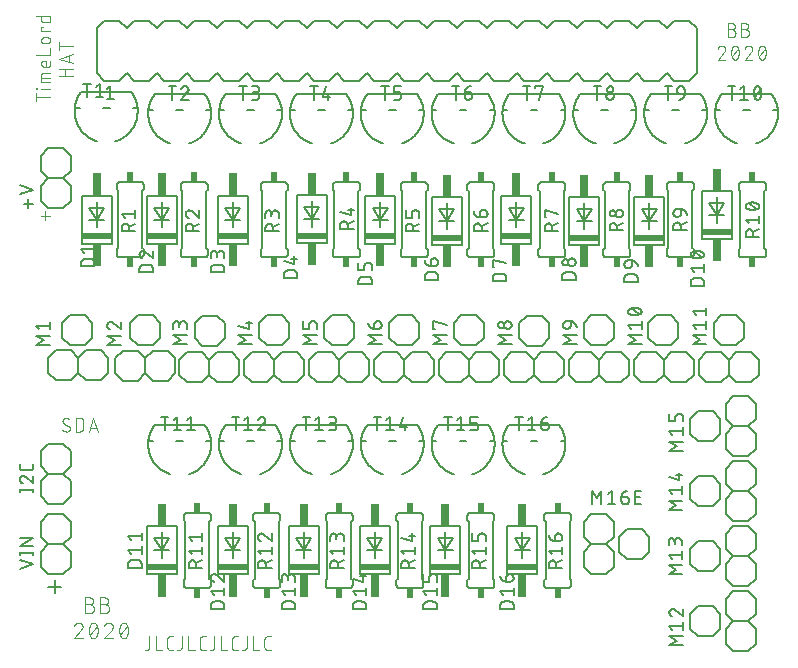
<source format=gbr>
G04 EAGLE Gerber RS-274X export*
G75*
%MOMM*%
%FSLAX34Y34*%
%LPD*%
%INSilkscreen Top*%
%IPPOS*%
%AMOC8*
5,1,8,0,0,1.08239X$1,22.5*%
G01*
%ADD10C,0.152400*%
%ADD11C,0.101600*%
%ADD12R,2.540000X0.508000*%
%ADD13R,0.762000X1.905000*%
%ADD14C,0.127000*%
%ADD15R,0.609600X0.863600*%


D10*
X28702Y64234D02*
X39539Y64234D01*
X34121Y58815D02*
X34121Y69652D01*
D11*
X44403Y195508D02*
X44502Y195510D01*
X44602Y195516D01*
X44701Y195525D01*
X44799Y195538D01*
X44897Y195555D01*
X44995Y195576D01*
X45091Y195601D01*
X45186Y195629D01*
X45280Y195661D01*
X45373Y195696D01*
X45465Y195735D01*
X45555Y195778D01*
X45643Y195823D01*
X45730Y195873D01*
X45814Y195925D01*
X45897Y195981D01*
X45977Y196039D01*
X46055Y196101D01*
X46130Y196166D01*
X46203Y196234D01*
X46273Y196304D01*
X46341Y196377D01*
X46406Y196452D01*
X46468Y196530D01*
X46526Y196610D01*
X46582Y196693D01*
X46634Y196777D01*
X46684Y196864D01*
X46729Y196952D01*
X46772Y197042D01*
X46811Y197134D01*
X46846Y197227D01*
X46878Y197321D01*
X46906Y197416D01*
X46931Y197512D01*
X46952Y197610D01*
X46969Y197708D01*
X46982Y197806D01*
X46991Y197905D01*
X46997Y198005D01*
X46999Y198104D01*
X44403Y195508D02*
X44259Y195510D01*
X44114Y195516D01*
X43970Y195525D01*
X43827Y195538D01*
X43683Y195555D01*
X43540Y195576D01*
X43398Y195601D01*
X43257Y195629D01*
X43116Y195661D01*
X42976Y195697D01*
X42837Y195736D01*
X42699Y195779D01*
X42563Y195826D01*
X42427Y195876D01*
X42293Y195930D01*
X42161Y195987D01*
X42030Y196048D01*
X41901Y196112D01*
X41773Y196180D01*
X41647Y196250D01*
X41523Y196325D01*
X41402Y196402D01*
X41282Y196483D01*
X41164Y196566D01*
X41049Y196653D01*
X40936Y196743D01*
X40825Y196836D01*
X40717Y196931D01*
X40611Y197030D01*
X40508Y197131D01*
X40833Y204596D02*
X40835Y204695D01*
X40841Y204795D01*
X40850Y204894D01*
X40863Y204992D01*
X40880Y205090D01*
X40901Y205188D01*
X40926Y205284D01*
X40954Y205379D01*
X40986Y205473D01*
X41021Y205566D01*
X41060Y205658D01*
X41103Y205748D01*
X41148Y205836D01*
X41198Y205923D01*
X41250Y206007D01*
X41306Y206090D01*
X41364Y206170D01*
X41426Y206248D01*
X41491Y206323D01*
X41559Y206396D01*
X41629Y206466D01*
X41702Y206534D01*
X41777Y206599D01*
X41855Y206661D01*
X41935Y206719D01*
X42018Y206775D01*
X42102Y206827D01*
X42189Y206877D01*
X42277Y206922D01*
X42367Y206965D01*
X42459Y207004D01*
X42552Y207039D01*
X42646Y207071D01*
X42741Y207099D01*
X42838Y207124D01*
X42935Y207145D01*
X43033Y207162D01*
X43131Y207175D01*
X43230Y207184D01*
X43330Y207190D01*
X43429Y207192D01*
X43565Y207190D01*
X43701Y207184D01*
X43837Y207175D01*
X43973Y207162D01*
X44108Y207144D01*
X44242Y207124D01*
X44376Y207099D01*
X44510Y207071D01*
X44642Y207038D01*
X44773Y207003D01*
X44904Y206963D01*
X45033Y206920D01*
X45161Y206874D01*
X45287Y206823D01*
X45413Y206770D01*
X45536Y206712D01*
X45658Y206652D01*
X45778Y206588D01*
X45897Y206520D01*
X46013Y206450D01*
X46127Y206376D01*
X46240Y206299D01*
X46350Y206218D01*
X42131Y202324D02*
X42045Y202377D01*
X41961Y202434D01*
X41879Y202493D01*
X41799Y202556D01*
X41722Y202622D01*
X41647Y202690D01*
X41575Y202762D01*
X41506Y202836D01*
X41440Y202913D01*
X41377Y202992D01*
X41317Y203074D01*
X41260Y203158D01*
X41206Y203244D01*
X41156Y203332D01*
X41109Y203422D01*
X41065Y203513D01*
X41026Y203607D01*
X40989Y203701D01*
X40957Y203797D01*
X40928Y203895D01*
X40903Y203993D01*
X40882Y204092D01*
X40864Y204192D01*
X40851Y204292D01*
X40841Y204393D01*
X40835Y204495D01*
X40833Y204596D01*
X45701Y200376D02*
X45787Y200323D01*
X45871Y200266D01*
X45953Y200207D01*
X46033Y200144D01*
X46110Y200078D01*
X46185Y200010D01*
X46257Y199938D01*
X46326Y199864D01*
X46392Y199787D01*
X46455Y199708D01*
X46515Y199626D01*
X46572Y199542D01*
X46626Y199456D01*
X46676Y199368D01*
X46723Y199278D01*
X46767Y199187D01*
X46806Y199093D01*
X46843Y198999D01*
X46875Y198903D01*
X46904Y198805D01*
X46929Y198707D01*
X46950Y198608D01*
X46968Y198508D01*
X46981Y198408D01*
X46991Y198307D01*
X46997Y198205D01*
X46999Y198104D01*
X45701Y200376D02*
X42131Y202324D01*
X51938Y207192D02*
X51938Y195508D01*
X51938Y207192D02*
X55184Y207192D01*
X55297Y207190D01*
X55410Y207184D01*
X55523Y207174D01*
X55636Y207160D01*
X55748Y207143D01*
X55859Y207121D01*
X55969Y207096D01*
X56079Y207066D01*
X56187Y207033D01*
X56294Y206996D01*
X56400Y206956D01*
X56504Y206911D01*
X56607Y206863D01*
X56708Y206812D01*
X56807Y206757D01*
X56904Y206699D01*
X56999Y206637D01*
X57092Y206572D01*
X57182Y206504D01*
X57270Y206433D01*
X57356Y206358D01*
X57439Y206281D01*
X57519Y206201D01*
X57596Y206118D01*
X57671Y206032D01*
X57742Y205944D01*
X57810Y205854D01*
X57875Y205761D01*
X57937Y205666D01*
X57995Y205569D01*
X58050Y205470D01*
X58101Y205369D01*
X58149Y205266D01*
X58194Y205162D01*
X58234Y205056D01*
X58271Y204949D01*
X58304Y204841D01*
X58334Y204731D01*
X58359Y204621D01*
X58381Y204510D01*
X58398Y204398D01*
X58412Y204285D01*
X58422Y204172D01*
X58428Y204059D01*
X58430Y203946D01*
X58429Y203946D02*
X58429Y198754D01*
X58430Y198754D02*
X58428Y198641D01*
X58422Y198528D01*
X58412Y198415D01*
X58398Y198302D01*
X58381Y198190D01*
X58359Y198079D01*
X58334Y197969D01*
X58304Y197859D01*
X58271Y197751D01*
X58234Y197644D01*
X58194Y197538D01*
X58149Y197434D01*
X58101Y197331D01*
X58050Y197230D01*
X57995Y197131D01*
X57937Y197034D01*
X57875Y196939D01*
X57810Y196846D01*
X57742Y196756D01*
X57671Y196668D01*
X57596Y196582D01*
X57519Y196499D01*
X57439Y196419D01*
X57356Y196342D01*
X57270Y196267D01*
X57182Y196196D01*
X57092Y196128D01*
X56999Y196063D01*
X56904Y196001D01*
X56807Y195943D01*
X56708Y195888D01*
X56607Y195837D01*
X56504Y195789D01*
X56400Y195744D01*
X56294Y195704D01*
X56187Y195667D01*
X56079Y195634D01*
X55969Y195604D01*
X55859Y195579D01*
X55748Y195557D01*
X55636Y195540D01*
X55523Y195526D01*
X55410Y195516D01*
X55297Y195510D01*
X55184Y195508D01*
X51938Y195508D01*
X63100Y195508D02*
X66995Y207192D01*
X70889Y195508D01*
X69916Y198429D02*
X64074Y198429D01*
X604172Y536049D02*
X607418Y536049D01*
X607418Y536050D02*
X607531Y536048D01*
X607644Y536042D01*
X607757Y536032D01*
X607870Y536018D01*
X607982Y536001D01*
X608093Y535979D01*
X608203Y535954D01*
X608313Y535924D01*
X608421Y535891D01*
X608528Y535854D01*
X608634Y535814D01*
X608738Y535769D01*
X608841Y535721D01*
X608942Y535670D01*
X609041Y535615D01*
X609138Y535557D01*
X609233Y535495D01*
X609326Y535430D01*
X609416Y535362D01*
X609504Y535291D01*
X609590Y535216D01*
X609673Y535139D01*
X609753Y535059D01*
X609830Y534976D01*
X609905Y534890D01*
X609976Y534802D01*
X610044Y534712D01*
X610109Y534619D01*
X610171Y534524D01*
X610229Y534427D01*
X610284Y534328D01*
X610335Y534227D01*
X610383Y534124D01*
X610428Y534020D01*
X610468Y533914D01*
X610505Y533807D01*
X610538Y533699D01*
X610568Y533589D01*
X610593Y533479D01*
X610615Y533368D01*
X610632Y533256D01*
X610646Y533143D01*
X610656Y533030D01*
X610662Y532917D01*
X610664Y532804D01*
X610662Y532691D01*
X610656Y532578D01*
X610646Y532465D01*
X610632Y532352D01*
X610615Y532240D01*
X610593Y532129D01*
X610568Y532019D01*
X610538Y531909D01*
X610505Y531801D01*
X610468Y531694D01*
X610428Y531588D01*
X610383Y531484D01*
X610335Y531381D01*
X610284Y531280D01*
X610229Y531181D01*
X610171Y531084D01*
X610109Y530989D01*
X610044Y530896D01*
X609976Y530806D01*
X609905Y530718D01*
X609830Y530632D01*
X609753Y530549D01*
X609673Y530469D01*
X609590Y530392D01*
X609504Y530317D01*
X609416Y530246D01*
X609326Y530178D01*
X609233Y530113D01*
X609138Y530051D01*
X609041Y529993D01*
X608942Y529938D01*
X608841Y529887D01*
X608738Y529839D01*
X608634Y529794D01*
X608528Y529754D01*
X608421Y529717D01*
X608313Y529684D01*
X608203Y529654D01*
X608093Y529629D01*
X607982Y529607D01*
X607870Y529590D01*
X607757Y529576D01*
X607644Y529566D01*
X607531Y529560D01*
X607418Y529558D01*
X604172Y529558D01*
X604172Y541242D01*
X607418Y541242D01*
X607519Y541240D01*
X607619Y541234D01*
X607719Y541224D01*
X607819Y541211D01*
X607918Y541193D01*
X608017Y541172D01*
X608114Y541147D01*
X608211Y541118D01*
X608306Y541085D01*
X608400Y541049D01*
X608492Y541009D01*
X608583Y540966D01*
X608672Y540919D01*
X608759Y540869D01*
X608845Y540815D01*
X608928Y540758D01*
X609008Y540698D01*
X609087Y540635D01*
X609163Y540568D01*
X609236Y540499D01*
X609306Y540427D01*
X609374Y540353D01*
X609439Y540276D01*
X609500Y540196D01*
X609559Y540114D01*
X609614Y540030D01*
X609666Y539944D01*
X609715Y539856D01*
X609760Y539766D01*
X609802Y539674D01*
X609840Y539581D01*
X609874Y539486D01*
X609905Y539391D01*
X609932Y539294D01*
X609955Y539196D01*
X609975Y539097D01*
X609990Y538997D01*
X610002Y538897D01*
X610010Y538797D01*
X610014Y538696D01*
X610014Y538596D01*
X610010Y538495D01*
X610002Y538395D01*
X609990Y538295D01*
X609975Y538195D01*
X609955Y538096D01*
X609932Y537998D01*
X609905Y537901D01*
X609874Y537806D01*
X609840Y537711D01*
X609802Y537618D01*
X609760Y537526D01*
X609715Y537436D01*
X609666Y537348D01*
X609614Y537262D01*
X609559Y537178D01*
X609500Y537096D01*
X609439Y537016D01*
X609374Y536939D01*
X609306Y536865D01*
X609236Y536793D01*
X609163Y536724D01*
X609087Y536657D01*
X609008Y536594D01*
X608928Y536534D01*
X608845Y536477D01*
X608759Y536423D01*
X608672Y536373D01*
X608583Y536326D01*
X608492Y536283D01*
X608400Y536243D01*
X608306Y536207D01*
X608211Y536174D01*
X608114Y536145D01*
X608017Y536120D01*
X607918Y536099D01*
X607819Y536081D01*
X607719Y536068D01*
X607619Y536058D01*
X607519Y536052D01*
X607418Y536050D01*
X615602Y536049D02*
X618848Y536049D01*
X618848Y536050D02*
X618961Y536048D01*
X619074Y536042D01*
X619187Y536032D01*
X619300Y536018D01*
X619412Y536001D01*
X619523Y535979D01*
X619633Y535954D01*
X619743Y535924D01*
X619851Y535891D01*
X619958Y535854D01*
X620064Y535814D01*
X620168Y535769D01*
X620271Y535721D01*
X620372Y535670D01*
X620471Y535615D01*
X620568Y535557D01*
X620663Y535495D01*
X620756Y535430D01*
X620846Y535362D01*
X620934Y535291D01*
X621020Y535216D01*
X621103Y535139D01*
X621183Y535059D01*
X621260Y534976D01*
X621335Y534890D01*
X621406Y534802D01*
X621474Y534712D01*
X621539Y534619D01*
X621601Y534524D01*
X621659Y534427D01*
X621714Y534328D01*
X621765Y534227D01*
X621813Y534124D01*
X621858Y534020D01*
X621898Y533914D01*
X621935Y533807D01*
X621968Y533699D01*
X621998Y533589D01*
X622023Y533479D01*
X622045Y533368D01*
X622062Y533256D01*
X622076Y533143D01*
X622086Y533030D01*
X622092Y532917D01*
X622094Y532804D01*
X622092Y532691D01*
X622086Y532578D01*
X622076Y532465D01*
X622062Y532352D01*
X622045Y532240D01*
X622023Y532129D01*
X621998Y532019D01*
X621968Y531909D01*
X621935Y531801D01*
X621898Y531694D01*
X621858Y531588D01*
X621813Y531484D01*
X621765Y531381D01*
X621714Y531280D01*
X621659Y531181D01*
X621601Y531084D01*
X621539Y530989D01*
X621474Y530896D01*
X621406Y530806D01*
X621335Y530718D01*
X621260Y530632D01*
X621183Y530549D01*
X621103Y530469D01*
X621020Y530392D01*
X620934Y530317D01*
X620846Y530246D01*
X620756Y530178D01*
X620663Y530113D01*
X620568Y530051D01*
X620471Y529993D01*
X620372Y529938D01*
X620271Y529887D01*
X620168Y529839D01*
X620064Y529794D01*
X619958Y529754D01*
X619851Y529717D01*
X619743Y529684D01*
X619633Y529654D01*
X619523Y529629D01*
X619412Y529607D01*
X619300Y529590D01*
X619187Y529576D01*
X619074Y529566D01*
X618961Y529560D01*
X618848Y529558D01*
X615602Y529558D01*
X615602Y541242D01*
X618848Y541242D01*
X618949Y541240D01*
X619049Y541234D01*
X619149Y541224D01*
X619249Y541211D01*
X619348Y541193D01*
X619447Y541172D01*
X619544Y541147D01*
X619641Y541118D01*
X619736Y541085D01*
X619830Y541049D01*
X619922Y541009D01*
X620013Y540966D01*
X620102Y540919D01*
X620189Y540869D01*
X620275Y540815D01*
X620358Y540758D01*
X620438Y540698D01*
X620517Y540635D01*
X620593Y540568D01*
X620666Y540499D01*
X620736Y540427D01*
X620804Y540353D01*
X620869Y540276D01*
X620930Y540196D01*
X620989Y540114D01*
X621044Y540030D01*
X621096Y539944D01*
X621145Y539856D01*
X621190Y539766D01*
X621232Y539674D01*
X621270Y539581D01*
X621304Y539486D01*
X621335Y539391D01*
X621362Y539294D01*
X621385Y539196D01*
X621405Y539097D01*
X621420Y538997D01*
X621432Y538897D01*
X621440Y538797D01*
X621444Y538696D01*
X621444Y538596D01*
X621440Y538495D01*
X621432Y538395D01*
X621420Y538295D01*
X621405Y538195D01*
X621385Y538096D01*
X621362Y537998D01*
X621335Y537901D01*
X621304Y537806D01*
X621270Y537711D01*
X621232Y537618D01*
X621190Y537526D01*
X621145Y537436D01*
X621096Y537348D01*
X621044Y537262D01*
X620989Y537178D01*
X620930Y537096D01*
X620869Y537016D01*
X620804Y536939D01*
X620736Y536865D01*
X620666Y536793D01*
X620593Y536724D01*
X620517Y536657D01*
X620438Y536594D01*
X620358Y536534D01*
X620275Y536477D01*
X620189Y536423D01*
X620102Y536373D01*
X620013Y536326D01*
X619922Y536283D01*
X619830Y536243D01*
X619736Y536207D01*
X619641Y536174D01*
X619544Y536145D01*
X619447Y536120D01*
X619348Y536099D01*
X619249Y536081D01*
X619149Y536068D01*
X619049Y536058D01*
X618949Y536052D01*
X618848Y536050D01*
X601999Y519271D02*
X601997Y519378D01*
X601991Y519484D01*
X601981Y519590D01*
X601968Y519696D01*
X601950Y519802D01*
X601929Y519906D01*
X601904Y520010D01*
X601875Y520113D01*
X601843Y520214D01*
X601806Y520314D01*
X601766Y520413D01*
X601723Y520511D01*
X601676Y520607D01*
X601625Y520701D01*
X601571Y520793D01*
X601514Y520883D01*
X601454Y520971D01*
X601390Y521056D01*
X601323Y521139D01*
X601253Y521220D01*
X601181Y521298D01*
X601105Y521374D01*
X601027Y521446D01*
X600946Y521516D01*
X600863Y521583D01*
X600778Y521647D01*
X600690Y521707D01*
X600600Y521764D01*
X600508Y521818D01*
X600414Y521869D01*
X600318Y521916D01*
X600220Y521959D01*
X600121Y521999D01*
X600021Y522036D01*
X599920Y522068D01*
X599817Y522097D01*
X599713Y522122D01*
X599609Y522143D01*
X599503Y522161D01*
X599397Y522174D01*
X599291Y522184D01*
X599185Y522190D01*
X599078Y522192D01*
X598957Y522190D01*
X598836Y522184D01*
X598716Y522174D01*
X598595Y522161D01*
X598476Y522143D01*
X598356Y522122D01*
X598238Y522097D01*
X598121Y522068D01*
X598004Y522035D01*
X597889Y521999D01*
X597775Y521958D01*
X597662Y521915D01*
X597550Y521867D01*
X597441Y521816D01*
X597333Y521761D01*
X597226Y521703D01*
X597122Y521642D01*
X597020Y521577D01*
X596920Y521509D01*
X596822Y521438D01*
X596726Y521364D01*
X596633Y521287D01*
X596543Y521206D01*
X596455Y521123D01*
X596370Y521037D01*
X596287Y520948D01*
X596208Y520857D01*
X596131Y520763D01*
X596058Y520667D01*
X595988Y520569D01*
X595921Y520468D01*
X595857Y520365D01*
X595797Y520260D01*
X595740Y520153D01*
X595686Y520045D01*
X595636Y519935D01*
X595590Y519823D01*
X595547Y519710D01*
X595508Y519595D01*
X601026Y516999D02*
X601105Y517076D01*
X601181Y517157D01*
X601254Y517240D01*
X601324Y517325D01*
X601391Y517413D01*
X601455Y517503D01*
X601515Y517595D01*
X601572Y517690D01*
X601626Y517786D01*
X601677Y517884D01*
X601724Y517984D01*
X601768Y518086D01*
X601808Y518189D01*
X601844Y518293D01*
X601876Y518399D01*
X601905Y518505D01*
X601930Y518613D01*
X601952Y518721D01*
X601969Y518831D01*
X601983Y518940D01*
X601992Y519050D01*
X601998Y519161D01*
X602000Y519271D01*
X601025Y516999D02*
X595508Y510508D01*
X601999Y510508D01*
X606938Y516350D02*
X606941Y516580D01*
X606949Y516810D01*
X606963Y517039D01*
X606982Y517268D01*
X607007Y517497D01*
X607037Y517724D01*
X607072Y517952D01*
X607113Y518178D01*
X607159Y518403D01*
X607211Y518627D01*
X607268Y518849D01*
X607330Y519071D01*
X607398Y519290D01*
X607471Y519508D01*
X607549Y519725D01*
X607632Y519939D01*
X607720Y520151D01*
X607813Y520361D01*
X607912Y520569D01*
X607945Y520659D01*
X607981Y520748D01*
X608021Y520836D01*
X608065Y520921D01*
X608112Y521005D01*
X608162Y521087D01*
X608216Y521167D01*
X608272Y521244D01*
X608332Y521320D01*
X608395Y521393D01*
X608460Y521463D01*
X608529Y521531D01*
X608600Y521595D01*
X608673Y521657D01*
X608749Y521716D01*
X608827Y521772D01*
X608908Y521825D01*
X608990Y521874D01*
X609074Y521920D01*
X609161Y521963D01*
X609248Y522002D01*
X609338Y522038D01*
X609428Y522070D01*
X609520Y522098D01*
X609613Y522123D01*
X609707Y522144D01*
X609801Y522161D01*
X609896Y522175D01*
X609992Y522184D01*
X610088Y522190D01*
X610184Y522192D01*
X610280Y522190D01*
X610376Y522184D01*
X610472Y522175D01*
X610567Y522161D01*
X610661Y522144D01*
X610755Y522123D01*
X610848Y522098D01*
X610940Y522070D01*
X611030Y522038D01*
X611120Y522002D01*
X611207Y521963D01*
X611294Y521920D01*
X611378Y521874D01*
X611460Y521825D01*
X611541Y521772D01*
X611619Y521716D01*
X611695Y521657D01*
X611768Y521595D01*
X611839Y521531D01*
X611908Y521463D01*
X611973Y521393D01*
X612036Y521320D01*
X612096Y521244D01*
X612152Y521167D01*
X612206Y521087D01*
X612256Y521005D01*
X612303Y520921D01*
X612347Y520836D01*
X612387Y520748D01*
X612423Y520659D01*
X612456Y520569D01*
X612555Y520362D01*
X612648Y520152D01*
X612736Y519939D01*
X612819Y519725D01*
X612897Y519509D01*
X612970Y519291D01*
X613038Y519071D01*
X613100Y518850D01*
X613157Y518627D01*
X613209Y518403D01*
X613255Y518178D01*
X613296Y517952D01*
X613331Y517725D01*
X613361Y517497D01*
X613386Y517268D01*
X613405Y517039D01*
X613419Y516810D01*
X613427Y516580D01*
X613430Y516350D01*
X606938Y516350D02*
X606941Y516120D01*
X606949Y515890D01*
X606963Y515661D01*
X606982Y515432D01*
X607007Y515203D01*
X607037Y514975D01*
X607072Y514748D01*
X607113Y514522D01*
X607159Y514297D01*
X607211Y514073D01*
X607268Y513850D01*
X607330Y513629D01*
X607398Y513409D01*
X607471Y513191D01*
X607549Y512975D01*
X607632Y512761D01*
X607720Y512549D01*
X607813Y512338D01*
X607912Y512131D01*
X607945Y512041D01*
X607981Y511952D01*
X608022Y511864D01*
X608065Y511779D01*
X608112Y511695D01*
X608162Y511613D01*
X608216Y511533D01*
X608272Y511456D01*
X608332Y511380D01*
X608395Y511307D01*
X608460Y511237D01*
X608529Y511169D01*
X608600Y511105D01*
X608673Y511043D01*
X608749Y510984D01*
X608827Y510928D01*
X608908Y510875D01*
X608990Y510826D01*
X609074Y510780D01*
X609161Y510737D01*
X609248Y510698D01*
X609338Y510662D01*
X609428Y510630D01*
X609520Y510602D01*
X609613Y510577D01*
X609707Y510556D01*
X609801Y510539D01*
X609896Y510525D01*
X609992Y510516D01*
X610088Y510510D01*
X610184Y510508D01*
X612455Y512131D02*
X612554Y512338D01*
X612647Y512549D01*
X612735Y512761D01*
X612818Y512975D01*
X612896Y513191D01*
X612969Y513409D01*
X613037Y513629D01*
X613099Y513850D01*
X613156Y514073D01*
X613208Y514297D01*
X613254Y514522D01*
X613295Y514748D01*
X613330Y514975D01*
X613360Y515203D01*
X613385Y515432D01*
X613404Y515661D01*
X613418Y515890D01*
X613426Y516120D01*
X613429Y516350D01*
X612456Y512131D02*
X612423Y512041D01*
X612387Y511952D01*
X612347Y511864D01*
X612303Y511779D01*
X612256Y511695D01*
X612206Y511613D01*
X612152Y511533D01*
X612096Y511456D01*
X612036Y511380D01*
X611973Y511307D01*
X611908Y511237D01*
X611839Y511169D01*
X611768Y511105D01*
X611695Y511043D01*
X611619Y510984D01*
X611541Y510928D01*
X611460Y510875D01*
X611378Y510826D01*
X611294Y510780D01*
X611207Y510737D01*
X611120Y510698D01*
X611030Y510662D01*
X610940Y510630D01*
X610848Y510602D01*
X610755Y510577D01*
X610661Y510556D01*
X610567Y510539D01*
X610472Y510525D01*
X610376Y510516D01*
X610280Y510510D01*
X610184Y510508D01*
X607587Y513104D02*
X612780Y519596D01*
X621938Y522192D02*
X622045Y522190D01*
X622151Y522184D01*
X622257Y522174D01*
X622363Y522161D01*
X622469Y522143D01*
X622573Y522122D01*
X622677Y522097D01*
X622780Y522068D01*
X622881Y522036D01*
X622981Y521999D01*
X623080Y521959D01*
X623178Y521916D01*
X623274Y521869D01*
X623368Y521818D01*
X623460Y521764D01*
X623550Y521707D01*
X623638Y521647D01*
X623723Y521583D01*
X623806Y521516D01*
X623887Y521446D01*
X623965Y521374D01*
X624041Y521298D01*
X624113Y521220D01*
X624183Y521139D01*
X624250Y521056D01*
X624314Y520971D01*
X624374Y520883D01*
X624431Y520793D01*
X624485Y520701D01*
X624536Y520607D01*
X624583Y520511D01*
X624626Y520413D01*
X624666Y520314D01*
X624703Y520214D01*
X624735Y520113D01*
X624764Y520010D01*
X624789Y519906D01*
X624810Y519802D01*
X624828Y519696D01*
X624841Y519590D01*
X624851Y519484D01*
X624857Y519378D01*
X624859Y519271D01*
X621938Y522192D02*
X621817Y522190D01*
X621696Y522184D01*
X621576Y522174D01*
X621455Y522161D01*
X621336Y522143D01*
X621216Y522122D01*
X621098Y522097D01*
X620981Y522068D01*
X620864Y522035D01*
X620749Y521999D01*
X620635Y521958D01*
X620522Y521915D01*
X620410Y521867D01*
X620301Y521816D01*
X620193Y521761D01*
X620086Y521703D01*
X619982Y521642D01*
X619880Y521577D01*
X619780Y521509D01*
X619682Y521438D01*
X619586Y521364D01*
X619493Y521287D01*
X619403Y521206D01*
X619315Y521123D01*
X619230Y521037D01*
X619147Y520948D01*
X619068Y520857D01*
X618991Y520763D01*
X618918Y520667D01*
X618848Y520569D01*
X618781Y520468D01*
X618717Y520365D01*
X618657Y520260D01*
X618600Y520153D01*
X618546Y520045D01*
X618496Y519935D01*
X618450Y519823D01*
X618407Y519710D01*
X618368Y519595D01*
X623886Y516999D02*
X623965Y517076D01*
X624041Y517157D01*
X624114Y517240D01*
X624184Y517325D01*
X624251Y517413D01*
X624315Y517503D01*
X624375Y517595D01*
X624432Y517690D01*
X624486Y517786D01*
X624537Y517884D01*
X624584Y517984D01*
X624628Y518086D01*
X624668Y518189D01*
X624704Y518293D01*
X624736Y518399D01*
X624765Y518505D01*
X624790Y518613D01*
X624812Y518721D01*
X624829Y518831D01*
X624843Y518940D01*
X624852Y519050D01*
X624858Y519161D01*
X624860Y519271D01*
X623885Y516999D02*
X618368Y510508D01*
X624859Y510508D01*
X629798Y516350D02*
X629801Y516580D01*
X629809Y516810D01*
X629823Y517039D01*
X629842Y517268D01*
X629867Y517497D01*
X629897Y517724D01*
X629932Y517952D01*
X629973Y518178D01*
X630019Y518403D01*
X630071Y518627D01*
X630128Y518849D01*
X630190Y519071D01*
X630258Y519290D01*
X630331Y519508D01*
X630409Y519725D01*
X630492Y519939D01*
X630580Y520151D01*
X630673Y520361D01*
X630772Y520569D01*
X630771Y520569D02*
X630804Y520659D01*
X630840Y520748D01*
X630880Y520836D01*
X630924Y520921D01*
X630971Y521005D01*
X631021Y521087D01*
X631075Y521167D01*
X631131Y521244D01*
X631191Y521320D01*
X631254Y521393D01*
X631319Y521463D01*
X631388Y521531D01*
X631459Y521595D01*
X631532Y521657D01*
X631608Y521716D01*
X631686Y521772D01*
X631767Y521825D01*
X631849Y521874D01*
X631933Y521920D01*
X632020Y521963D01*
X632107Y522002D01*
X632197Y522038D01*
X632287Y522070D01*
X632379Y522098D01*
X632472Y522123D01*
X632566Y522144D01*
X632660Y522161D01*
X632755Y522175D01*
X632851Y522184D01*
X632947Y522190D01*
X633043Y522192D01*
X633139Y522190D01*
X633235Y522184D01*
X633331Y522175D01*
X633426Y522161D01*
X633520Y522144D01*
X633614Y522123D01*
X633707Y522098D01*
X633799Y522070D01*
X633889Y522038D01*
X633979Y522002D01*
X634066Y521963D01*
X634153Y521920D01*
X634237Y521874D01*
X634319Y521825D01*
X634400Y521772D01*
X634478Y521716D01*
X634554Y521657D01*
X634627Y521595D01*
X634698Y521531D01*
X634767Y521463D01*
X634832Y521393D01*
X634895Y521320D01*
X634955Y521244D01*
X635011Y521167D01*
X635065Y521087D01*
X635115Y521005D01*
X635162Y520921D01*
X635206Y520836D01*
X635246Y520748D01*
X635282Y520659D01*
X635315Y520569D01*
X635316Y520569D02*
X635415Y520362D01*
X635508Y520152D01*
X635596Y519939D01*
X635679Y519725D01*
X635757Y519509D01*
X635830Y519291D01*
X635898Y519071D01*
X635960Y518850D01*
X636017Y518627D01*
X636069Y518403D01*
X636115Y518178D01*
X636156Y517952D01*
X636191Y517725D01*
X636221Y517497D01*
X636246Y517268D01*
X636265Y517039D01*
X636279Y516810D01*
X636287Y516580D01*
X636290Y516350D01*
X629798Y516350D02*
X629801Y516120D01*
X629809Y515890D01*
X629823Y515661D01*
X629842Y515432D01*
X629867Y515203D01*
X629897Y514975D01*
X629932Y514748D01*
X629973Y514522D01*
X630019Y514297D01*
X630071Y514073D01*
X630128Y513850D01*
X630190Y513629D01*
X630258Y513409D01*
X630331Y513191D01*
X630409Y512975D01*
X630492Y512761D01*
X630580Y512549D01*
X630673Y512338D01*
X630772Y512131D01*
X630771Y512131D02*
X630804Y512041D01*
X630840Y511952D01*
X630881Y511864D01*
X630924Y511779D01*
X630971Y511695D01*
X631021Y511613D01*
X631075Y511533D01*
X631131Y511456D01*
X631191Y511380D01*
X631254Y511307D01*
X631319Y511237D01*
X631388Y511169D01*
X631459Y511105D01*
X631532Y511043D01*
X631608Y510984D01*
X631686Y510928D01*
X631767Y510875D01*
X631849Y510826D01*
X631933Y510780D01*
X632020Y510737D01*
X632107Y510698D01*
X632197Y510662D01*
X632287Y510630D01*
X632379Y510602D01*
X632472Y510577D01*
X632566Y510556D01*
X632660Y510539D01*
X632755Y510525D01*
X632851Y510516D01*
X632947Y510510D01*
X633043Y510508D01*
X635315Y512131D02*
X635414Y512338D01*
X635507Y512549D01*
X635595Y512761D01*
X635678Y512975D01*
X635756Y513191D01*
X635829Y513409D01*
X635897Y513629D01*
X635959Y513850D01*
X636016Y514073D01*
X636068Y514297D01*
X636114Y514522D01*
X636155Y514748D01*
X636190Y514975D01*
X636220Y515203D01*
X636245Y515432D01*
X636264Y515661D01*
X636278Y515890D01*
X636286Y516120D01*
X636289Y516350D01*
X635315Y512131D02*
X635282Y512041D01*
X635246Y511952D01*
X635206Y511864D01*
X635162Y511779D01*
X635115Y511695D01*
X635065Y511613D01*
X635011Y511533D01*
X634955Y511456D01*
X634895Y511380D01*
X634832Y511307D01*
X634767Y511237D01*
X634698Y511169D01*
X634627Y511105D01*
X634554Y511043D01*
X634478Y510984D01*
X634400Y510928D01*
X634319Y510875D01*
X634237Y510826D01*
X634153Y510780D01*
X634066Y510737D01*
X633979Y510698D01*
X633889Y510662D01*
X633799Y510630D01*
X633707Y510602D01*
X633614Y510577D01*
X633520Y510556D01*
X633426Y510539D01*
X633331Y510525D01*
X633235Y510516D01*
X633139Y510510D01*
X633043Y510508D01*
X630447Y513104D02*
X635640Y519596D01*
X63864Y49182D02*
X60195Y49182D01*
X63864Y49182D02*
X63984Y49180D01*
X64104Y49174D01*
X64224Y49164D01*
X64343Y49151D01*
X64462Y49133D01*
X64580Y49112D01*
X64697Y49086D01*
X64814Y49057D01*
X64929Y49024D01*
X65043Y48987D01*
X65156Y48947D01*
X65268Y48903D01*
X65378Y48855D01*
X65487Y48804D01*
X65594Y48749D01*
X65698Y48690D01*
X65801Y48629D01*
X65902Y48564D01*
X66001Y48495D01*
X66098Y48424D01*
X66192Y48349D01*
X66283Y48272D01*
X66372Y48191D01*
X66458Y48107D01*
X66542Y48021D01*
X66623Y47932D01*
X66700Y47841D01*
X66775Y47747D01*
X66846Y47650D01*
X66915Y47551D01*
X66980Y47450D01*
X67041Y47348D01*
X67100Y47243D01*
X67155Y47136D01*
X67206Y47027D01*
X67254Y46917D01*
X67298Y46805D01*
X67338Y46692D01*
X67375Y46578D01*
X67408Y46463D01*
X67437Y46346D01*
X67463Y46229D01*
X67484Y46111D01*
X67502Y45992D01*
X67515Y45873D01*
X67525Y45753D01*
X67531Y45633D01*
X67533Y45513D01*
X67531Y45393D01*
X67525Y45273D01*
X67515Y45153D01*
X67502Y45034D01*
X67484Y44915D01*
X67463Y44797D01*
X67437Y44680D01*
X67408Y44563D01*
X67375Y44448D01*
X67338Y44334D01*
X67298Y44221D01*
X67254Y44109D01*
X67206Y43999D01*
X67155Y43890D01*
X67100Y43783D01*
X67041Y43679D01*
X66980Y43576D01*
X66915Y43475D01*
X66846Y43376D01*
X66775Y43279D01*
X66700Y43185D01*
X66623Y43094D01*
X66542Y43005D01*
X66458Y42919D01*
X66372Y42835D01*
X66283Y42754D01*
X66192Y42677D01*
X66098Y42602D01*
X66001Y42531D01*
X65902Y42462D01*
X65801Y42397D01*
X65699Y42336D01*
X65594Y42277D01*
X65487Y42222D01*
X65378Y42171D01*
X65268Y42123D01*
X65156Y42079D01*
X65043Y42039D01*
X64929Y42002D01*
X64814Y41969D01*
X64697Y41940D01*
X64580Y41914D01*
X64462Y41893D01*
X64343Y41875D01*
X64224Y41862D01*
X64104Y41852D01*
X63984Y41846D01*
X63864Y41844D01*
X60195Y41844D01*
X60195Y55052D01*
X63864Y55052D01*
X63971Y55050D01*
X64078Y55044D01*
X64185Y55034D01*
X64291Y55021D01*
X64397Y55003D01*
X64502Y54982D01*
X64606Y54957D01*
X64710Y54928D01*
X64812Y54895D01*
X64912Y54858D01*
X65012Y54818D01*
X65110Y54774D01*
X65206Y54727D01*
X65300Y54676D01*
X65393Y54622D01*
X65483Y54565D01*
X65572Y54504D01*
X65658Y54440D01*
X65741Y54373D01*
X65823Y54303D01*
X65901Y54230D01*
X65977Y54154D01*
X66050Y54076D01*
X66120Y53994D01*
X66187Y53911D01*
X66251Y53825D01*
X66312Y53736D01*
X66369Y53646D01*
X66423Y53553D01*
X66474Y53459D01*
X66521Y53363D01*
X66565Y53265D01*
X66605Y53165D01*
X66642Y53065D01*
X66675Y52963D01*
X66704Y52859D01*
X66729Y52755D01*
X66750Y52650D01*
X66768Y52544D01*
X66781Y52438D01*
X66791Y52331D01*
X66797Y52224D01*
X66799Y52117D01*
X66797Y52010D01*
X66791Y51903D01*
X66781Y51796D01*
X66768Y51690D01*
X66750Y51584D01*
X66729Y51479D01*
X66704Y51375D01*
X66675Y51271D01*
X66642Y51169D01*
X66605Y51069D01*
X66565Y50969D01*
X66521Y50871D01*
X66474Y50775D01*
X66423Y50681D01*
X66369Y50588D01*
X66312Y50498D01*
X66251Y50409D01*
X66187Y50323D01*
X66120Y50240D01*
X66050Y50158D01*
X65977Y50080D01*
X65901Y50004D01*
X65823Y49931D01*
X65741Y49861D01*
X65658Y49794D01*
X65572Y49730D01*
X65483Y49669D01*
X65393Y49612D01*
X65300Y49558D01*
X65206Y49507D01*
X65110Y49460D01*
X65012Y49416D01*
X64912Y49376D01*
X64812Y49339D01*
X64710Y49306D01*
X64606Y49277D01*
X64502Y49252D01*
X64397Y49231D01*
X64291Y49213D01*
X64185Y49200D01*
X64078Y49190D01*
X63971Y49184D01*
X63864Y49182D01*
X72997Y49182D02*
X76665Y49182D01*
X76785Y49180D01*
X76905Y49174D01*
X77025Y49164D01*
X77144Y49151D01*
X77263Y49133D01*
X77381Y49112D01*
X77498Y49086D01*
X77615Y49057D01*
X77730Y49024D01*
X77844Y48987D01*
X77957Y48947D01*
X78069Y48903D01*
X78179Y48855D01*
X78288Y48804D01*
X78395Y48749D01*
X78499Y48690D01*
X78602Y48629D01*
X78703Y48564D01*
X78802Y48495D01*
X78899Y48424D01*
X78993Y48349D01*
X79084Y48272D01*
X79173Y48191D01*
X79259Y48107D01*
X79343Y48021D01*
X79424Y47932D01*
X79501Y47841D01*
X79576Y47747D01*
X79647Y47650D01*
X79716Y47551D01*
X79781Y47450D01*
X79842Y47348D01*
X79901Y47243D01*
X79956Y47136D01*
X80007Y47027D01*
X80055Y46917D01*
X80099Y46805D01*
X80139Y46692D01*
X80176Y46578D01*
X80209Y46463D01*
X80238Y46346D01*
X80264Y46229D01*
X80285Y46111D01*
X80303Y45992D01*
X80316Y45873D01*
X80326Y45753D01*
X80332Y45633D01*
X80334Y45513D01*
X80332Y45393D01*
X80326Y45273D01*
X80316Y45153D01*
X80303Y45034D01*
X80285Y44915D01*
X80264Y44797D01*
X80238Y44680D01*
X80209Y44563D01*
X80176Y44448D01*
X80139Y44334D01*
X80099Y44221D01*
X80055Y44109D01*
X80007Y43999D01*
X79956Y43890D01*
X79901Y43783D01*
X79842Y43679D01*
X79781Y43576D01*
X79716Y43475D01*
X79647Y43376D01*
X79576Y43279D01*
X79501Y43185D01*
X79424Y43094D01*
X79343Y43005D01*
X79259Y42919D01*
X79173Y42835D01*
X79084Y42754D01*
X78993Y42677D01*
X78899Y42602D01*
X78802Y42531D01*
X78703Y42462D01*
X78602Y42397D01*
X78500Y42336D01*
X78395Y42277D01*
X78288Y42222D01*
X78179Y42171D01*
X78069Y42123D01*
X77957Y42079D01*
X77844Y42039D01*
X77730Y42002D01*
X77615Y41969D01*
X77498Y41940D01*
X77381Y41914D01*
X77263Y41893D01*
X77144Y41875D01*
X77025Y41862D01*
X76905Y41852D01*
X76785Y41846D01*
X76665Y41844D01*
X72997Y41844D01*
X72997Y55052D01*
X76665Y55052D01*
X76772Y55050D01*
X76879Y55044D01*
X76986Y55034D01*
X77092Y55021D01*
X77198Y55003D01*
X77303Y54982D01*
X77407Y54957D01*
X77511Y54928D01*
X77613Y54895D01*
X77713Y54858D01*
X77813Y54818D01*
X77911Y54774D01*
X78007Y54727D01*
X78101Y54676D01*
X78194Y54622D01*
X78284Y54565D01*
X78373Y54504D01*
X78459Y54440D01*
X78542Y54373D01*
X78624Y54303D01*
X78702Y54230D01*
X78778Y54154D01*
X78851Y54076D01*
X78921Y53994D01*
X78988Y53911D01*
X79052Y53825D01*
X79113Y53736D01*
X79170Y53646D01*
X79224Y53553D01*
X79275Y53459D01*
X79322Y53363D01*
X79366Y53265D01*
X79406Y53165D01*
X79443Y53065D01*
X79476Y52963D01*
X79505Y52859D01*
X79530Y52755D01*
X79551Y52650D01*
X79569Y52544D01*
X79582Y52438D01*
X79592Y52331D01*
X79598Y52224D01*
X79600Y52117D01*
X79598Y52010D01*
X79592Y51903D01*
X79582Y51796D01*
X79569Y51690D01*
X79551Y51584D01*
X79530Y51479D01*
X79505Y51375D01*
X79476Y51271D01*
X79443Y51169D01*
X79406Y51069D01*
X79366Y50969D01*
X79322Y50871D01*
X79275Y50775D01*
X79224Y50681D01*
X79170Y50588D01*
X79113Y50498D01*
X79052Y50409D01*
X78988Y50323D01*
X78921Y50240D01*
X78851Y50158D01*
X78778Y50080D01*
X78702Y50004D01*
X78624Y49931D01*
X78542Y49861D01*
X78459Y49794D01*
X78373Y49730D01*
X78284Y49669D01*
X78194Y49612D01*
X78101Y49558D01*
X78007Y49507D01*
X77911Y49460D01*
X77813Y49416D01*
X77713Y49376D01*
X77613Y49339D01*
X77511Y49306D01*
X77407Y49277D01*
X77303Y49252D01*
X77198Y49231D01*
X77092Y49213D01*
X76986Y49200D01*
X76879Y49190D01*
X76772Y49184D01*
X76665Y49182D01*
X57846Y30414D02*
X57844Y30527D01*
X57838Y30639D01*
X57829Y30752D01*
X57815Y30864D01*
X57798Y30975D01*
X57777Y31086D01*
X57752Y31196D01*
X57724Y31305D01*
X57691Y31413D01*
X57655Y31520D01*
X57616Y31625D01*
X57573Y31730D01*
X57526Y31832D01*
X57476Y31933D01*
X57422Y32032D01*
X57365Y32130D01*
X57305Y32225D01*
X57242Y32318D01*
X57175Y32409D01*
X57105Y32498D01*
X57033Y32584D01*
X56957Y32668D01*
X56879Y32749D01*
X56798Y32827D01*
X56714Y32903D01*
X56628Y32975D01*
X56539Y33045D01*
X56448Y33112D01*
X56355Y33175D01*
X56260Y33235D01*
X56162Y33292D01*
X56063Y33346D01*
X55962Y33396D01*
X55860Y33443D01*
X55755Y33486D01*
X55650Y33525D01*
X55543Y33561D01*
X55435Y33594D01*
X55326Y33622D01*
X55216Y33647D01*
X55105Y33668D01*
X54994Y33685D01*
X54882Y33699D01*
X54769Y33708D01*
X54657Y33714D01*
X54544Y33716D01*
X54417Y33714D01*
X54290Y33708D01*
X54163Y33699D01*
X54037Y33686D01*
X53911Y33669D01*
X53786Y33648D01*
X53661Y33623D01*
X53538Y33595D01*
X53415Y33563D01*
X53293Y33527D01*
X53172Y33488D01*
X53052Y33445D01*
X52934Y33399D01*
X52817Y33349D01*
X52702Y33295D01*
X52589Y33238D01*
X52477Y33178D01*
X52367Y33115D01*
X52259Y33048D01*
X52153Y32978D01*
X52049Y32905D01*
X51947Y32828D01*
X51848Y32749D01*
X51751Y32667D01*
X51657Y32582D01*
X51565Y32494D01*
X51476Y32404D01*
X51390Y32310D01*
X51306Y32215D01*
X51226Y32117D01*
X51148Y32016D01*
X51073Y31913D01*
X51002Y31808D01*
X50934Y31701D01*
X50869Y31592D01*
X50807Y31481D01*
X50748Y31368D01*
X50693Y31254D01*
X50642Y31138D01*
X50594Y31020D01*
X50549Y30901D01*
X50508Y30781D01*
X56745Y27846D02*
X56827Y27926D01*
X56906Y28009D01*
X56983Y28095D01*
X57057Y28183D01*
X57127Y28274D01*
X57195Y28366D01*
X57260Y28461D01*
X57322Y28558D01*
X57380Y28657D01*
X57436Y28758D01*
X57488Y28860D01*
X57536Y28964D01*
X57581Y29070D01*
X57623Y29177D01*
X57662Y29285D01*
X57696Y29395D01*
X57728Y29505D01*
X57755Y29617D01*
X57779Y29729D01*
X57800Y29842D01*
X57816Y29956D01*
X57829Y30070D01*
X57839Y30184D01*
X57844Y30299D01*
X57846Y30414D01*
X56745Y27846D02*
X50508Y20508D01*
X57846Y20508D01*
X63310Y27112D02*
X63313Y27372D01*
X63322Y27631D01*
X63338Y27891D01*
X63360Y28150D01*
X63387Y28408D01*
X63421Y28666D01*
X63462Y28922D01*
X63508Y29178D01*
X63560Y29433D01*
X63619Y29686D01*
X63683Y29938D01*
X63754Y30188D01*
X63830Y30436D01*
X63912Y30682D01*
X64000Y30927D01*
X64094Y31169D01*
X64194Y31409D01*
X64300Y31647D01*
X64411Y31881D01*
X64410Y31882D02*
X64445Y31977D01*
X64483Y32072D01*
X64525Y32165D01*
X64571Y32256D01*
X64620Y32346D01*
X64672Y32434D01*
X64727Y32519D01*
X64786Y32603D01*
X64848Y32684D01*
X64912Y32763D01*
X64980Y32839D01*
X65051Y32913D01*
X65124Y32984D01*
X65200Y33052D01*
X65278Y33118D01*
X65359Y33180D01*
X65442Y33240D01*
X65527Y33296D01*
X65614Y33349D01*
X65703Y33398D01*
X65794Y33444D01*
X65887Y33487D01*
X65981Y33526D01*
X66077Y33562D01*
X66174Y33594D01*
X66272Y33623D01*
X66371Y33647D01*
X66471Y33668D01*
X66571Y33685D01*
X66672Y33699D01*
X66774Y33708D01*
X66876Y33714D01*
X66978Y33716D01*
X67080Y33714D01*
X67182Y33708D01*
X67284Y33699D01*
X67385Y33685D01*
X67485Y33668D01*
X67585Y33647D01*
X67684Y33623D01*
X67782Y33594D01*
X67879Y33562D01*
X67975Y33526D01*
X68069Y33487D01*
X68162Y33444D01*
X68253Y33398D01*
X68342Y33349D01*
X68429Y33296D01*
X68514Y33240D01*
X68597Y33180D01*
X68678Y33118D01*
X68756Y33052D01*
X68832Y32984D01*
X68905Y32913D01*
X68976Y32839D01*
X69044Y32763D01*
X69108Y32684D01*
X69170Y32603D01*
X69229Y32519D01*
X69284Y32434D01*
X69336Y32346D01*
X69385Y32256D01*
X69431Y32165D01*
X69473Y32072D01*
X69511Y31977D01*
X69546Y31882D01*
X69546Y31881D02*
X69657Y31646D01*
X69763Y31409D01*
X69863Y31169D01*
X69957Y30927D01*
X70045Y30682D01*
X70127Y30436D01*
X70203Y30188D01*
X70274Y29937D01*
X70338Y29686D01*
X70397Y29433D01*
X70449Y29178D01*
X70495Y28922D01*
X70536Y28666D01*
X70570Y28408D01*
X70597Y28150D01*
X70619Y27891D01*
X70635Y27631D01*
X70644Y27372D01*
X70647Y27112D01*
X63310Y27112D02*
X63313Y26852D01*
X63322Y26593D01*
X63338Y26333D01*
X63360Y26074D01*
X63387Y25816D01*
X63421Y25558D01*
X63462Y25302D01*
X63508Y25046D01*
X63560Y24791D01*
X63619Y24538D01*
X63683Y24287D01*
X63754Y24036D01*
X63830Y23788D01*
X63912Y23542D01*
X64000Y23297D01*
X64094Y23055D01*
X64194Y22815D01*
X64300Y22578D01*
X64411Y22343D01*
X64410Y22342D02*
X64445Y22247D01*
X64483Y22152D01*
X64525Y22059D01*
X64571Y21968D01*
X64620Y21878D01*
X64672Y21790D01*
X64727Y21705D01*
X64786Y21621D01*
X64848Y21540D01*
X64912Y21461D01*
X64980Y21385D01*
X65051Y21311D01*
X65124Y21240D01*
X65200Y21172D01*
X65278Y21106D01*
X65359Y21044D01*
X65442Y20984D01*
X65527Y20928D01*
X65614Y20875D01*
X65703Y20826D01*
X65794Y20780D01*
X65887Y20737D01*
X65981Y20698D01*
X66077Y20662D01*
X66174Y20630D01*
X66272Y20601D01*
X66371Y20577D01*
X66471Y20556D01*
X66571Y20539D01*
X66672Y20525D01*
X66774Y20516D01*
X66876Y20510D01*
X66978Y20508D01*
X69547Y22342D02*
X69658Y22577D01*
X69764Y22815D01*
X69864Y23055D01*
X69958Y23297D01*
X70046Y23541D01*
X70128Y23788D01*
X70204Y24036D01*
X70275Y24286D01*
X70339Y24538D01*
X70398Y24791D01*
X70450Y25046D01*
X70496Y25301D01*
X70537Y25558D01*
X70571Y25816D01*
X70598Y26074D01*
X70620Y26333D01*
X70636Y26592D01*
X70645Y26852D01*
X70648Y27112D01*
X69546Y22342D02*
X69511Y22247D01*
X69473Y22152D01*
X69431Y22059D01*
X69385Y21968D01*
X69336Y21878D01*
X69284Y21790D01*
X69229Y21705D01*
X69170Y21621D01*
X69108Y21540D01*
X69044Y21461D01*
X68976Y21385D01*
X68905Y21311D01*
X68832Y21240D01*
X68756Y21172D01*
X68678Y21106D01*
X68597Y21044D01*
X68514Y20984D01*
X68429Y20928D01*
X68342Y20875D01*
X68253Y20826D01*
X68162Y20780D01*
X68069Y20737D01*
X67975Y20698D01*
X67879Y20662D01*
X67782Y20630D01*
X67684Y20601D01*
X67585Y20577D01*
X67485Y20556D01*
X67385Y20539D01*
X67284Y20525D01*
X67182Y20516D01*
X67080Y20510D01*
X66978Y20508D01*
X64043Y23443D02*
X69914Y30781D01*
X80147Y33716D02*
X80260Y33714D01*
X80372Y33708D01*
X80485Y33699D01*
X80597Y33685D01*
X80708Y33668D01*
X80819Y33647D01*
X80929Y33622D01*
X81038Y33594D01*
X81146Y33561D01*
X81253Y33525D01*
X81358Y33486D01*
X81463Y33443D01*
X81565Y33396D01*
X81666Y33346D01*
X81765Y33292D01*
X81863Y33235D01*
X81958Y33175D01*
X82051Y33112D01*
X82142Y33045D01*
X82231Y32975D01*
X82317Y32903D01*
X82401Y32827D01*
X82482Y32749D01*
X82560Y32668D01*
X82636Y32584D01*
X82708Y32498D01*
X82778Y32409D01*
X82845Y32318D01*
X82908Y32225D01*
X82968Y32130D01*
X83025Y32032D01*
X83079Y31933D01*
X83129Y31832D01*
X83176Y31730D01*
X83219Y31625D01*
X83258Y31520D01*
X83294Y31413D01*
X83327Y31305D01*
X83355Y31196D01*
X83380Y31086D01*
X83401Y30975D01*
X83418Y30864D01*
X83432Y30752D01*
X83441Y30639D01*
X83447Y30527D01*
X83449Y30414D01*
X80147Y33716D02*
X80020Y33714D01*
X79893Y33708D01*
X79766Y33699D01*
X79640Y33686D01*
X79514Y33669D01*
X79389Y33648D01*
X79264Y33623D01*
X79141Y33595D01*
X79018Y33563D01*
X78896Y33527D01*
X78775Y33488D01*
X78655Y33445D01*
X78537Y33399D01*
X78420Y33349D01*
X78305Y33295D01*
X78192Y33238D01*
X78080Y33178D01*
X77970Y33115D01*
X77862Y33048D01*
X77756Y32978D01*
X77652Y32905D01*
X77550Y32828D01*
X77451Y32749D01*
X77354Y32667D01*
X77260Y32582D01*
X77168Y32494D01*
X77079Y32404D01*
X76993Y32310D01*
X76909Y32215D01*
X76829Y32117D01*
X76751Y32016D01*
X76676Y31913D01*
X76605Y31808D01*
X76537Y31701D01*
X76472Y31592D01*
X76410Y31481D01*
X76351Y31368D01*
X76296Y31254D01*
X76245Y31138D01*
X76197Y31020D01*
X76152Y30901D01*
X76111Y30781D01*
X82348Y27846D02*
X82430Y27926D01*
X82509Y28009D01*
X82586Y28095D01*
X82660Y28183D01*
X82730Y28274D01*
X82798Y28366D01*
X82863Y28461D01*
X82925Y28558D01*
X82983Y28657D01*
X83039Y28758D01*
X83091Y28860D01*
X83139Y28964D01*
X83184Y29070D01*
X83226Y29177D01*
X83265Y29285D01*
X83299Y29395D01*
X83331Y29505D01*
X83358Y29617D01*
X83382Y29729D01*
X83403Y29842D01*
X83419Y29956D01*
X83432Y30070D01*
X83442Y30184D01*
X83447Y30299D01*
X83449Y30414D01*
X82348Y27846D02*
X76111Y20508D01*
X83449Y20508D01*
X88913Y27112D02*
X88916Y27372D01*
X88925Y27631D01*
X88941Y27891D01*
X88963Y28150D01*
X88990Y28408D01*
X89024Y28666D01*
X89065Y28922D01*
X89111Y29178D01*
X89163Y29433D01*
X89222Y29686D01*
X89286Y29938D01*
X89357Y30188D01*
X89433Y30436D01*
X89515Y30682D01*
X89603Y30927D01*
X89697Y31169D01*
X89797Y31409D01*
X89903Y31647D01*
X90014Y31881D01*
X90014Y31882D02*
X90049Y31977D01*
X90087Y32072D01*
X90129Y32165D01*
X90175Y32256D01*
X90224Y32346D01*
X90276Y32434D01*
X90331Y32519D01*
X90390Y32603D01*
X90452Y32684D01*
X90516Y32763D01*
X90584Y32839D01*
X90655Y32913D01*
X90728Y32984D01*
X90804Y33052D01*
X90882Y33118D01*
X90963Y33180D01*
X91046Y33240D01*
X91131Y33296D01*
X91218Y33349D01*
X91307Y33398D01*
X91398Y33444D01*
X91491Y33487D01*
X91585Y33526D01*
X91681Y33562D01*
X91778Y33594D01*
X91876Y33623D01*
X91975Y33647D01*
X92075Y33668D01*
X92175Y33685D01*
X92276Y33699D01*
X92378Y33708D01*
X92480Y33714D01*
X92582Y33716D01*
X92684Y33714D01*
X92786Y33708D01*
X92888Y33699D01*
X92989Y33685D01*
X93089Y33668D01*
X93189Y33647D01*
X93288Y33623D01*
X93386Y33594D01*
X93483Y33562D01*
X93579Y33526D01*
X93673Y33487D01*
X93766Y33444D01*
X93857Y33398D01*
X93946Y33349D01*
X94033Y33296D01*
X94118Y33240D01*
X94201Y33180D01*
X94282Y33118D01*
X94360Y33052D01*
X94436Y32984D01*
X94509Y32913D01*
X94580Y32839D01*
X94648Y32763D01*
X94712Y32684D01*
X94774Y32603D01*
X94833Y32519D01*
X94888Y32434D01*
X94940Y32346D01*
X94989Y32256D01*
X95035Y32165D01*
X95077Y32072D01*
X95115Y31977D01*
X95150Y31882D01*
X95149Y31881D02*
X95260Y31646D01*
X95366Y31409D01*
X95466Y31169D01*
X95560Y30927D01*
X95648Y30682D01*
X95730Y30436D01*
X95806Y30188D01*
X95877Y29937D01*
X95941Y29686D01*
X96000Y29433D01*
X96052Y29178D01*
X96098Y28922D01*
X96139Y28666D01*
X96173Y28408D01*
X96200Y28150D01*
X96222Y27891D01*
X96238Y27631D01*
X96247Y27372D01*
X96250Y27112D01*
X88913Y27112D02*
X88916Y26852D01*
X88925Y26593D01*
X88941Y26333D01*
X88963Y26074D01*
X88990Y25816D01*
X89024Y25558D01*
X89065Y25302D01*
X89111Y25046D01*
X89163Y24791D01*
X89222Y24538D01*
X89286Y24287D01*
X89357Y24036D01*
X89433Y23788D01*
X89515Y23542D01*
X89603Y23297D01*
X89697Y23055D01*
X89797Y22815D01*
X89903Y22578D01*
X90014Y22343D01*
X90014Y22342D02*
X90049Y22247D01*
X90087Y22152D01*
X90129Y22059D01*
X90175Y21968D01*
X90224Y21878D01*
X90276Y21790D01*
X90331Y21705D01*
X90390Y21621D01*
X90452Y21540D01*
X90516Y21461D01*
X90584Y21385D01*
X90655Y21311D01*
X90728Y21240D01*
X90804Y21172D01*
X90882Y21106D01*
X90963Y21044D01*
X91046Y20984D01*
X91131Y20928D01*
X91218Y20875D01*
X91307Y20826D01*
X91398Y20780D01*
X91491Y20737D01*
X91585Y20698D01*
X91681Y20662D01*
X91778Y20630D01*
X91876Y20601D01*
X91975Y20577D01*
X92075Y20556D01*
X92175Y20539D01*
X92276Y20525D01*
X92378Y20516D01*
X92480Y20510D01*
X92582Y20508D01*
X95150Y22342D02*
X95261Y22577D01*
X95367Y22815D01*
X95467Y23055D01*
X95561Y23297D01*
X95649Y23541D01*
X95731Y23788D01*
X95807Y24036D01*
X95878Y24286D01*
X95942Y24538D01*
X96001Y24791D01*
X96053Y25046D01*
X96099Y25301D01*
X96140Y25558D01*
X96174Y25816D01*
X96201Y26074D01*
X96223Y26333D01*
X96239Y26592D01*
X96248Y26852D01*
X96251Y27112D01*
X95150Y22342D02*
X95115Y22247D01*
X95077Y22152D01*
X95035Y22059D01*
X94989Y21968D01*
X94940Y21878D01*
X94888Y21790D01*
X94833Y21705D01*
X94774Y21621D01*
X94712Y21540D01*
X94648Y21461D01*
X94580Y21385D01*
X94509Y21311D01*
X94436Y21240D01*
X94360Y21172D01*
X94282Y21106D01*
X94201Y21044D01*
X94118Y20984D01*
X94033Y20928D01*
X93946Y20875D01*
X93857Y20826D01*
X93766Y20780D01*
X93673Y20737D01*
X93579Y20698D01*
X93483Y20662D01*
X93386Y20630D01*
X93288Y20601D01*
X93189Y20577D01*
X93089Y20556D01*
X92989Y20539D01*
X92888Y20525D01*
X92786Y20516D01*
X92684Y20510D01*
X92582Y20508D01*
X89646Y23443D02*
X95517Y30781D01*
X30442Y478754D02*
X18758Y478754D01*
X18758Y481999D02*
X18758Y475508D01*
X22653Y485993D02*
X30442Y485993D01*
X19407Y485668D02*
X18758Y485668D01*
X18758Y486317D01*
X19407Y486317D01*
X19407Y485668D01*
X22653Y491242D02*
X30442Y491242D01*
X22653Y491242D02*
X22653Y497084D01*
X22655Y497171D01*
X22661Y497259D01*
X22671Y497345D01*
X22684Y497432D01*
X22702Y497517D01*
X22723Y497602D01*
X22748Y497686D01*
X22777Y497768D01*
X22810Y497849D01*
X22846Y497929D01*
X22885Y498007D01*
X22929Y498083D01*
X22975Y498157D01*
X23025Y498228D01*
X23078Y498298D01*
X23134Y498365D01*
X23193Y498429D01*
X23255Y498491D01*
X23319Y498550D01*
X23386Y498606D01*
X23456Y498659D01*
X23527Y498709D01*
X23601Y498755D01*
X23677Y498799D01*
X23755Y498838D01*
X23835Y498874D01*
X23916Y498907D01*
X23998Y498936D01*
X24082Y498961D01*
X24167Y498982D01*
X24252Y499000D01*
X24339Y499013D01*
X24425Y499023D01*
X24513Y499029D01*
X24600Y499031D01*
X30442Y499031D01*
X30442Y495137D02*
X22653Y495137D01*
X30442Y506298D02*
X30442Y509544D01*
X30442Y506298D02*
X30440Y506211D01*
X30434Y506123D01*
X30424Y506037D01*
X30411Y505950D01*
X30393Y505865D01*
X30372Y505780D01*
X30347Y505696D01*
X30318Y505614D01*
X30285Y505533D01*
X30249Y505453D01*
X30210Y505375D01*
X30166Y505299D01*
X30120Y505225D01*
X30070Y505154D01*
X30017Y505084D01*
X29961Y505017D01*
X29902Y504953D01*
X29840Y504891D01*
X29776Y504832D01*
X29709Y504776D01*
X29639Y504723D01*
X29568Y504673D01*
X29494Y504627D01*
X29418Y504583D01*
X29340Y504544D01*
X29260Y504508D01*
X29179Y504475D01*
X29097Y504446D01*
X29013Y504421D01*
X28928Y504400D01*
X28843Y504382D01*
X28756Y504369D01*
X28670Y504359D01*
X28582Y504353D01*
X28495Y504351D01*
X25249Y504351D01*
X25249Y504352D02*
X25148Y504354D01*
X25048Y504360D01*
X24948Y504370D01*
X24848Y504383D01*
X24749Y504401D01*
X24650Y504422D01*
X24553Y504447D01*
X24456Y504476D01*
X24361Y504509D01*
X24267Y504545D01*
X24175Y504585D01*
X24084Y504628D01*
X23995Y504675D01*
X23908Y504725D01*
X23822Y504779D01*
X23739Y504836D01*
X23659Y504896D01*
X23580Y504959D01*
X23504Y505026D01*
X23431Y505095D01*
X23361Y505167D01*
X23293Y505241D01*
X23228Y505318D01*
X23167Y505398D01*
X23108Y505480D01*
X23053Y505564D01*
X23001Y505650D01*
X22952Y505738D01*
X22907Y505828D01*
X22865Y505920D01*
X22827Y506013D01*
X22793Y506108D01*
X22762Y506203D01*
X22735Y506300D01*
X22712Y506398D01*
X22692Y506497D01*
X22677Y506597D01*
X22665Y506697D01*
X22657Y506797D01*
X22653Y506898D01*
X22653Y506998D01*
X22657Y507099D01*
X22665Y507199D01*
X22677Y507299D01*
X22692Y507399D01*
X22712Y507498D01*
X22735Y507596D01*
X22762Y507693D01*
X22793Y507788D01*
X22827Y507883D01*
X22865Y507976D01*
X22907Y508068D01*
X22952Y508158D01*
X23001Y508246D01*
X23053Y508332D01*
X23108Y508416D01*
X23167Y508498D01*
X23228Y508578D01*
X23293Y508655D01*
X23361Y508729D01*
X23431Y508801D01*
X23504Y508870D01*
X23580Y508937D01*
X23659Y509000D01*
X23739Y509060D01*
X23822Y509117D01*
X23908Y509171D01*
X23995Y509221D01*
X24084Y509268D01*
X24175Y509311D01*
X24267Y509351D01*
X24361Y509387D01*
X24456Y509420D01*
X24553Y509449D01*
X24650Y509474D01*
X24749Y509495D01*
X24848Y509513D01*
X24948Y509526D01*
X25048Y509536D01*
X25148Y509542D01*
X25249Y509544D01*
X26547Y509544D01*
X26547Y504351D01*
X30442Y514774D02*
X18758Y514774D01*
X30442Y514774D02*
X30442Y519966D01*
X27846Y524163D02*
X25249Y524163D01*
X25249Y524164D02*
X25148Y524166D01*
X25048Y524172D01*
X24948Y524182D01*
X24848Y524195D01*
X24749Y524213D01*
X24650Y524234D01*
X24553Y524259D01*
X24456Y524288D01*
X24361Y524321D01*
X24267Y524357D01*
X24175Y524397D01*
X24084Y524440D01*
X23995Y524487D01*
X23908Y524537D01*
X23822Y524591D01*
X23739Y524648D01*
X23659Y524708D01*
X23580Y524771D01*
X23504Y524838D01*
X23431Y524907D01*
X23361Y524979D01*
X23293Y525053D01*
X23228Y525130D01*
X23167Y525210D01*
X23108Y525292D01*
X23053Y525376D01*
X23001Y525462D01*
X22952Y525550D01*
X22907Y525640D01*
X22865Y525732D01*
X22827Y525825D01*
X22793Y525920D01*
X22762Y526015D01*
X22735Y526112D01*
X22712Y526210D01*
X22692Y526309D01*
X22677Y526409D01*
X22665Y526509D01*
X22657Y526609D01*
X22653Y526710D01*
X22653Y526810D01*
X22657Y526911D01*
X22665Y527011D01*
X22677Y527111D01*
X22692Y527211D01*
X22712Y527310D01*
X22735Y527408D01*
X22762Y527505D01*
X22793Y527600D01*
X22827Y527695D01*
X22865Y527788D01*
X22907Y527880D01*
X22952Y527970D01*
X23001Y528058D01*
X23053Y528144D01*
X23108Y528228D01*
X23167Y528310D01*
X23228Y528390D01*
X23293Y528467D01*
X23361Y528541D01*
X23431Y528613D01*
X23504Y528682D01*
X23580Y528749D01*
X23659Y528812D01*
X23739Y528872D01*
X23822Y528929D01*
X23908Y528983D01*
X23995Y529033D01*
X24084Y529080D01*
X24175Y529123D01*
X24267Y529163D01*
X24361Y529199D01*
X24456Y529232D01*
X24553Y529261D01*
X24650Y529286D01*
X24749Y529307D01*
X24848Y529325D01*
X24948Y529338D01*
X25048Y529348D01*
X25148Y529354D01*
X25249Y529356D01*
X27846Y529356D01*
X27947Y529354D01*
X28047Y529348D01*
X28147Y529338D01*
X28247Y529325D01*
X28346Y529307D01*
X28445Y529286D01*
X28542Y529261D01*
X28639Y529232D01*
X28734Y529199D01*
X28828Y529163D01*
X28920Y529123D01*
X29011Y529080D01*
X29100Y529033D01*
X29187Y528983D01*
X29273Y528929D01*
X29356Y528872D01*
X29436Y528812D01*
X29515Y528749D01*
X29591Y528682D01*
X29664Y528613D01*
X29734Y528541D01*
X29802Y528467D01*
X29867Y528390D01*
X29928Y528310D01*
X29987Y528228D01*
X30042Y528144D01*
X30094Y528058D01*
X30143Y527970D01*
X30188Y527880D01*
X30230Y527788D01*
X30268Y527695D01*
X30302Y527600D01*
X30333Y527505D01*
X30360Y527408D01*
X30383Y527310D01*
X30403Y527211D01*
X30418Y527111D01*
X30430Y527011D01*
X30438Y526911D01*
X30442Y526810D01*
X30442Y526710D01*
X30438Y526609D01*
X30430Y526509D01*
X30418Y526409D01*
X30403Y526309D01*
X30383Y526210D01*
X30360Y526112D01*
X30333Y526015D01*
X30302Y525920D01*
X30268Y525825D01*
X30230Y525732D01*
X30188Y525640D01*
X30143Y525550D01*
X30094Y525462D01*
X30042Y525376D01*
X29987Y525292D01*
X29928Y525210D01*
X29867Y525130D01*
X29802Y525053D01*
X29734Y524979D01*
X29664Y524907D01*
X29591Y524838D01*
X29515Y524771D01*
X29436Y524708D01*
X29356Y524648D01*
X29273Y524591D01*
X29187Y524537D01*
X29100Y524487D01*
X29011Y524440D01*
X28920Y524397D01*
X28828Y524357D01*
X28734Y524321D01*
X28639Y524288D01*
X28542Y524259D01*
X28445Y524234D01*
X28346Y524213D01*
X28247Y524195D01*
X28147Y524182D01*
X28047Y524172D01*
X27947Y524166D01*
X27846Y524164D01*
X30442Y534516D02*
X22653Y534516D01*
X22653Y538411D01*
X23951Y538411D01*
X18758Y547204D02*
X30442Y547204D01*
X30442Y543958D01*
X30440Y543871D01*
X30434Y543783D01*
X30424Y543697D01*
X30411Y543610D01*
X30393Y543525D01*
X30372Y543440D01*
X30347Y543356D01*
X30318Y543274D01*
X30285Y543193D01*
X30249Y543113D01*
X30210Y543035D01*
X30166Y542959D01*
X30120Y542885D01*
X30070Y542814D01*
X30017Y542744D01*
X29961Y542677D01*
X29902Y542613D01*
X29840Y542551D01*
X29776Y542492D01*
X29709Y542436D01*
X29639Y542383D01*
X29568Y542333D01*
X29494Y542287D01*
X29418Y542243D01*
X29340Y542204D01*
X29260Y542168D01*
X29179Y542135D01*
X29097Y542106D01*
X29013Y542081D01*
X28928Y542060D01*
X28843Y542042D01*
X28756Y542029D01*
X28670Y542019D01*
X28582Y542013D01*
X28495Y542011D01*
X24600Y542011D01*
X24513Y542013D01*
X24425Y542019D01*
X24339Y542029D01*
X24252Y542042D01*
X24167Y542060D01*
X24082Y542081D01*
X23998Y542106D01*
X23916Y542135D01*
X23835Y542168D01*
X23755Y542204D01*
X23677Y542243D01*
X23601Y542287D01*
X23527Y542333D01*
X23456Y542383D01*
X23386Y542436D01*
X23319Y542492D01*
X23255Y542551D01*
X23193Y542613D01*
X23134Y542677D01*
X23078Y542744D01*
X23025Y542814D01*
X22975Y542885D01*
X22929Y542959D01*
X22885Y543035D01*
X22846Y543113D01*
X22810Y543193D01*
X22777Y543274D01*
X22748Y543356D01*
X22723Y543440D01*
X22702Y543525D01*
X22684Y543610D01*
X22671Y543697D01*
X22661Y543783D01*
X22655Y543871D01*
X22653Y543958D01*
X22653Y547204D01*
X37808Y496195D02*
X49492Y496195D01*
X43001Y496195D02*
X43001Y502686D01*
X37808Y502686D02*
X49492Y502686D01*
X49492Y507357D02*
X37808Y511251D01*
X49492Y515146D01*
X46571Y514172D02*
X46571Y508330D01*
X49492Y521919D02*
X37808Y521919D01*
X37808Y518674D02*
X37808Y525165D01*
X30047Y378432D02*
X22258Y378432D01*
X26153Y382326D02*
X26153Y374537D01*
X114403Y22192D02*
X114403Y13104D01*
X114402Y13104D02*
X114400Y13005D01*
X114394Y12905D01*
X114385Y12806D01*
X114372Y12708D01*
X114355Y12610D01*
X114334Y12512D01*
X114309Y12416D01*
X114281Y12321D01*
X114249Y12227D01*
X114214Y12134D01*
X114175Y12042D01*
X114132Y11952D01*
X114087Y11864D01*
X114037Y11777D01*
X113985Y11693D01*
X113929Y11610D01*
X113871Y11530D01*
X113809Y11452D01*
X113744Y11377D01*
X113676Y11304D01*
X113606Y11234D01*
X113533Y11166D01*
X113458Y11101D01*
X113380Y11039D01*
X113300Y10981D01*
X113217Y10925D01*
X113133Y10873D01*
X113046Y10823D01*
X112958Y10778D01*
X112868Y10735D01*
X112776Y10696D01*
X112683Y10661D01*
X112589Y10629D01*
X112494Y10601D01*
X112398Y10576D01*
X112300Y10555D01*
X112202Y10538D01*
X112104Y10525D01*
X112005Y10516D01*
X111905Y10510D01*
X111806Y10508D01*
X110508Y10508D01*
X120080Y10508D02*
X120080Y22192D01*
X120080Y10508D02*
X125273Y10508D01*
X132145Y10508D02*
X134742Y10508D01*
X132145Y10508D02*
X132046Y10510D01*
X131946Y10516D01*
X131847Y10525D01*
X131749Y10538D01*
X131651Y10555D01*
X131553Y10576D01*
X131457Y10601D01*
X131362Y10629D01*
X131268Y10661D01*
X131175Y10696D01*
X131083Y10735D01*
X130993Y10778D01*
X130905Y10823D01*
X130818Y10873D01*
X130734Y10925D01*
X130651Y10981D01*
X130571Y11039D01*
X130493Y11101D01*
X130418Y11166D01*
X130345Y11234D01*
X130275Y11304D01*
X130207Y11377D01*
X130142Y11452D01*
X130080Y11530D01*
X130022Y11610D01*
X129966Y11693D01*
X129914Y11777D01*
X129864Y11864D01*
X129819Y11952D01*
X129776Y12042D01*
X129737Y12134D01*
X129702Y12227D01*
X129670Y12321D01*
X129642Y12416D01*
X129617Y12512D01*
X129596Y12610D01*
X129579Y12708D01*
X129566Y12806D01*
X129557Y12905D01*
X129551Y13005D01*
X129549Y13104D01*
X129549Y19596D01*
X129551Y19695D01*
X129557Y19795D01*
X129566Y19894D01*
X129579Y19992D01*
X129596Y20090D01*
X129617Y20188D01*
X129642Y20284D01*
X129670Y20379D01*
X129702Y20473D01*
X129737Y20566D01*
X129776Y20658D01*
X129819Y20748D01*
X129864Y20836D01*
X129914Y20923D01*
X129966Y21007D01*
X130022Y21090D01*
X130080Y21170D01*
X130142Y21248D01*
X130207Y21323D01*
X130275Y21396D01*
X130345Y21466D01*
X130418Y21534D01*
X130493Y21599D01*
X130571Y21661D01*
X130651Y21719D01*
X130734Y21775D01*
X130818Y21827D01*
X130905Y21877D01*
X130993Y21922D01*
X131083Y21965D01*
X131175Y22004D01*
X131267Y22039D01*
X131362Y22071D01*
X131457Y22099D01*
X131553Y22124D01*
X131651Y22145D01*
X131749Y22162D01*
X131847Y22175D01*
X131946Y22184D01*
X132046Y22190D01*
X132145Y22192D01*
X134742Y22192D01*
X141835Y22192D02*
X141835Y13104D01*
X141834Y13104D02*
X141832Y13005D01*
X141826Y12905D01*
X141817Y12806D01*
X141804Y12708D01*
X141787Y12610D01*
X141766Y12512D01*
X141741Y12416D01*
X141713Y12321D01*
X141681Y12227D01*
X141646Y12134D01*
X141607Y12042D01*
X141564Y11952D01*
X141519Y11864D01*
X141469Y11777D01*
X141417Y11693D01*
X141361Y11610D01*
X141303Y11530D01*
X141241Y11452D01*
X141176Y11377D01*
X141108Y11304D01*
X141038Y11234D01*
X140965Y11166D01*
X140890Y11101D01*
X140812Y11039D01*
X140732Y10981D01*
X140649Y10925D01*
X140565Y10873D01*
X140478Y10823D01*
X140390Y10778D01*
X140300Y10735D01*
X140208Y10696D01*
X140115Y10661D01*
X140021Y10629D01*
X139926Y10601D01*
X139830Y10576D01*
X139732Y10555D01*
X139634Y10538D01*
X139536Y10525D01*
X139437Y10516D01*
X139337Y10510D01*
X139238Y10508D01*
X137940Y10508D01*
X147512Y10508D02*
X147512Y22192D01*
X147512Y10508D02*
X152705Y10508D01*
X159577Y10508D02*
X162174Y10508D01*
X159577Y10508D02*
X159478Y10510D01*
X159378Y10516D01*
X159279Y10525D01*
X159181Y10538D01*
X159083Y10555D01*
X158985Y10576D01*
X158889Y10601D01*
X158794Y10629D01*
X158700Y10661D01*
X158607Y10696D01*
X158515Y10735D01*
X158425Y10778D01*
X158337Y10823D01*
X158250Y10873D01*
X158166Y10925D01*
X158083Y10981D01*
X158003Y11039D01*
X157925Y11101D01*
X157850Y11166D01*
X157777Y11234D01*
X157707Y11304D01*
X157639Y11377D01*
X157574Y11452D01*
X157512Y11530D01*
X157454Y11610D01*
X157398Y11693D01*
X157346Y11777D01*
X157296Y11864D01*
X157251Y11952D01*
X157208Y12042D01*
X157169Y12134D01*
X157134Y12227D01*
X157102Y12321D01*
X157074Y12416D01*
X157049Y12512D01*
X157028Y12610D01*
X157011Y12708D01*
X156998Y12806D01*
X156989Y12905D01*
X156983Y13005D01*
X156981Y13104D01*
X156981Y19596D01*
X156983Y19695D01*
X156989Y19795D01*
X156998Y19894D01*
X157011Y19992D01*
X157028Y20090D01*
X157049Y20188D01*
X157074Y20284D01*
X157102Y20379D01*
X157134Y20473D01*
X157169Y20566D01*
X157208Y20658D01*
X157251Y20748D01*
X157296Y20836D01*
X157346Y20923D01*
X157398Y21007D01*
X157454Y21090D01*
X157512Y21170D01*
X157574Y21248D01*
X157639Y21323D01*
X157707Y21396D01*
X157777Y21466D01*
X157850Y21534D01*
X157925Y21599D01*
X158003Y21661D01*
X158083Y21719D01*
X158166Y21775D01*
X158250Y21827D01*
X158337Y21877D01*
X158425Y21922D01*
X158515Y21965D01*
X158607Y22004D01*
X158699Y22039D01*
X158794Y22071D01*
X158889Y22099D01*
X158985Y22124D01*
X159083Y22145D01*
X159181Y22162D01*
X159279Y22175D01*
X159378Y22184D01*
X159478Y22190D01*
X159577Y22192D01*
X162174Y22192D01*
X169267Y22192D02*
X169267Y13104D01*
X169266Y13104D02*
X169264Y13005D01*
X169258Y12905D01*
X169249Y12806D01*
X169236Y12708D01*
X169219Y12610D01*
X169198Y12512D01*
X169173Y12416D01*
X169145Y12321D01*
X169113Y12227D01*
X169078Y12134D01*
X169039Y12042D01*
X168996Y11952D01*
X168951Y11864D01*
X168901Y11777D01*
X168849Y11693D01*
X168793Y11610D01*
X168735Y11530D01*
X168673Y11452D01*
X168608Y11377D01*
X168540Y11304D01*
X168470Y11234D01*
X168397Y11166D01*
X168322Y11101D01*
X168244Y11039D01*
X168164Y10981D01*
X168081Y10925D01*
X167997Y10873D01*
X167910Y10823D01*
X167822Y10778D01*
X167732Y10735D01*
X167640Y10696D01*
X167547Y10661D01*
X167453Y10629D01*
X167358Y10601D01*
X167262Y10576D01*
X167164Y10555D01*
X167066Y10538D01*
X166968Y10525D01*
X166869Y10516D01*
X166769Y10510D01*
X166670Y10508D01*
X165372Y10508D01*
X174944Y10508D02*
X174944Y22192D01*
X174944Y10508D02*
X180137Y10508D01*
X187009Y10508D02*
X189606Y10508D01*
X187009Y10508D02*
X186910Y10510D01*
X186810Y10516D01*
X186711Y10525D01*
X186613Y10538D01*
X186515Y10555D01*
X186417Y10576D01*
X186321Y10601D01*
X186226Y10629D01*
X186132Y10661D01*
X186039Y10696D01*
X185947Y10735D01*
X185857Y10778D01*
X185769Y10823D01*
X185682Y10873D01*
X185598Y10925D01*
X185515Y10981D01*
X185435Y11039D01*
X185357Y11101D01*
X185282Y11166D01*
X185209Y11234D01*
X185139Y11304D01*
X185071Y11377D01*
X185006Y11452D01*
X184944Y11530D01*
X184886Y11610D01*
X184830Y11693D01*
X184778Y11777D01*
X184728Y11864D01*
X184683Y11952D01*
X184640Y12042D01*
X184601Y12134D01*
X184566Y12227D01*
X184534Y12321D01*
X184506Y12416D01*
X184481Y12512D01*
X184460Y12610D01*
X184443Y12708D01*
X184430Y12806D01*
X184421Y12905D01*
X184415Y13005D01*
X184413Y13104D01*
X184413Y19596D01*
X184415Y19695D01*
X184421Y19795D01*
X184430Y19894D01*
X184443Y19992D01*
X184460Y20090D01*
X184481Y20188D01*
X184506Y20284D01*
X184534Y20379D01*
X184566Y20473D01*
X184601Y20566D01*
X184640Y20658D01*
X184683Y20748D01*
X184728Y20836D01*
X184778Y20923D01*
X184830Y21007D01*
X184886Y21090D01*
X184944Y21170D01*
X185006Y21248D01*
X185071Y21323D01*
X185139Y21396D01*
X185209Y21466D01*
X185282Y21534D01*
X185357Y21599D01*
X185435Y21661D01*
X185515Y21719D01*
X185598Y21775D01*
X185682Y21827D01*
X185769Y21877D01*
X185857Y21922D01*
X185947Y21965D01*
X186039Y22004D01*
X186131Y22039D01*
X186226Y22071D01*
X186321Y22099D01*
X186417Y22124D01*
X186515Y22145D01*
X186613Y22162D01*
X186711Y22175D01*
X186810Y22184D01*
X186910Y22190D01*
X187009Y22192D01*
X189606Y22192D01*
X196699Y22192D02*
X196699Y13104D01*
X196698Y13104D02*
X196696Y13005D01*
X196690Y12905D01*
X196681Y12806D01*
X196668Y12708D01*
X196651Y12610D01*
X196630Y12512D01*
X196605Y12416D01*
X196577Y12321D01*
X196545Y12227D01*
X196510Y12134D01*
X196471Y12042D01*
X196428Y11952D01*
X196383Y11864D01*
X196333Y11777D01*
X196281Y11693D01*
X196225Y11610D01*
X196167Y11530D01*
X196105Y11452D01*
X196040Y11377D01*
X195972Y11304D01*
X195902Y11234D01*
X195829Y11166D01*
X195754Y11101D01*
X195676Y11039D01*
X195596Y10981D01*
X195513Y10925D01*
X195429Y10873D01*
X195342Y10823D01*
X195254Y10778D01*
X195164Y10735D01*
X195072Y10696D01*
X194979Y10661D01*
X194885Y10629D01*
X194790Y10601D01*
X194694Y10576D01*
X194596Y10555D01*
X194498Y10538D01*
X194400Y10525D01*
X194301Y10516D01*
X194201Y10510D01*
X194102Y10508D01*
X192804Y10508D01*
X202376Y10508D02*
X202376Y22192D01*
X202376Y10508D02*
X207569Y10508D01*
X214441Y10508D02*
X217038Y10508D01*
X214441Y10508D02*
X214342Y10510D01*
X214242Y10516D01*
X214143Y10525D01*
X214045Y10538D01*
X213947Y10555D01*
X213849Y10576D01*
X213753Y10601D01*
X213658Y10629D01*
X213564Y10661D01*
X213471Y10696D01*
X213379Y10735D01*
X213289Y10778D01*
X213201Y10823D01*
X213114Y10873D01*
X213030Y10925D01*
X212947Y10981D01*
X212867Y11039D01*
X212789Y11101D01*
X212714Y11166D01*
X212641Y11234D01*
X212571Y11304D01*
X212503Y11377D01*
X212438Y11452D01*
X212376Y11530D01*
X212318Y11610D01*
X212262Y11693D01*
X212210Y11777D01*
X212160Y11864D01*
X212115Y11952D01*
X212072Y12042D01*
X212033Y12134D01*
X211998Y12227D01*
X211966Y12321D01*
X211938Y12416D01*
X211913Y12512D01*
X211892Y12610D01*
X211875Y12708D01*
X211862Y12806D01*
X211853Y12905D01*
X211847Y13005D01*
X211845Y13104D01*
X211845Y19596D01*
X211847Y19695D01*
X211853Y19795D01*
X211862Y19894D01*
X211875Y19992D01*
X211892Y20090D01*
X211913Y20188D01*
X211938Y20284D01*
X211966Y20379D01*
X211998Y20473D01*
X212033Y20566D01*
X212072Y20658D01*
X212115Y20748D01*
X212160Y20836D01*
X212210Y20923D01*
X212262Y21007D01*
X212318Y21090D01*
X212376Y21170D01*
X212438Y21248D01*
X212503Y21323D01*
X212571Y21396D01*
X212641Y21466D01*
X212714Y21534D01*
X212789Y21599D01*
X212867Y21661D01*
X212947Y21719D01*
X213030Y21775D01*
X213114Y21827D01*
X213201Y21877D01*
X213289Y21922D01*
X213379Y21965D01*
X213471Y22004D01*
X213563Y22039D01*
X213658Y22071D01*
X213753Y22099D01*
X213849Y22124D01*
X213947Y22145D01*
X214045Y22162D01*
X214143Y22175D01*
X214242Y22184D01*
X214342Y22190D01*
X214441Y22192D01*
X217038Y22192D01*
D10*
X82700Y354680D02*
X82700Y395320D01*
X57300Y395320D01*
X57300Y354680D01*
X82700Y354680D01*
X70000Y368650D02*
X70000Y375000D01*
X63650Y385160D02*
X76350Y385160D01*
X70000Y375000D01*
X70000Y390240D01*
X63650Y385160D02*
X70000Y375000D01*
X63650Y375000D01*
X70000Y375000D02*
X76350Y375000D01*
D12*
X70000Y361030D03*
D13*
X70000Y404845D03*
X70000Y345155D03*
D14*
X67855Y335315D02*
X56425Y335315D01*
X56425Y338490D01*
X56427Y338601D01*
X56433Y338711D01*
X56442Y338822D01*
X56456Y338932D01*
X56473Y339041D01*
X56494Y339150D01*
X56519Y339258D01*
X56548Y339365D01*
X56580Y339471D01*
X56616Y339576D01*
X56656Y339679D01*
X56699Y339781D01*
X56746Y339882D01*
X56797Y339981D01*
X56850Y340078D01*
X56907Y340172D01*
X56968Y340265D01*
X57031Y340356D01*
X57098Y340445D01*
X57168Y340531D01*
X57241Y340614D01*
X57316Y340696D01*
X57394Y340774D01*
X57476Y340849D01*
X57559Y340922D01*
X57645Y340992D01*
X57734Y341059D01*
X57825Y341122D01*
X57918Y341183D01*
X58013Y341240D01*
X58109Y341293D01*
X58208Y341344D01*
X58309Y341391D01*
X58411Y341434D01*
X58514Y341474D01*
X58619Y341510D01*
X58725Y341542D01*
X58832Y341571D01*
X58940Y341596D01*
X59049Y341617D01*
X59158Y341634D01*
X59268Y341648D01*
X59379Y341657D01*
X59489Y341663D01*
X59600Y341665D01*
X64680Y341665D01*
X64791Y341663D01*
X64901Y341657D01*
X65012Y341648D01*
X65122Y341634D01*
X65231Y341617D01*
X65340Y341596D01*
X65448Y341571D01*
X65555Y341542D01*
X65661Y341510D01*
X65766Y341474D01*
X65869Y341434D01*
X65971Y341391D01*
X66072Y341344D01*
X66171Y341293D01*
X66268Y341240D01*
X66362Y341183D01*
X66455Y341122D01*
X66546Y341059D01*
X66635Y340992D01*
X66721Y340922D01*
X66804Y340849D01*
X66886Y340774D01*
X66964Y340696D01*
X67039Y340614D01*
X67112Y340531D01*
X67182Y340445D01*
X67249Y340356D01*
X67312Y340265D01*
X67373Y340172D01*
X67430Y340078D01*
X67483Y339981D01*
X67534Y339882D01*
X67581Y339781D01*
X67624Y339679D01*
X67664Y339576D01*
X67700Y339471D01*
X67732Y339365D01*
X67761Y339258D01*
X67786Y339150D01*
X67807Y339041D01*
X67824Y338932D01*
X67838Y338822D01*
X67847Y338711D01*
X67853Y338601D01*
X67855Y338490D01*
X67855Y335315D01*
X58965Y347126D02*
X56425Y350301D01*
X67855Y350301D01*
X67855Y347126D02*
X67855Y353476D01*
D10*
X73380Y238900D02*
X60680Y238900D01*
X54330Y245250D01*
X54330Y257950D01*
X60680Y264300D01*
X79730Y257950D02*
X79730Y245250D01*
X73380Y238900D01*
X79730Y257950D02*
X73380Y264300D01*
X60680Y264300D01*
X54330Y245250D02*
X47980Y238900D01*
X35280Y238900D01*
X28930Y245250D01*
X28930Y257950D01*
X35280Y264300D01*
X47980Y264300D01*
X54330Y257950D01*
D14*
X29857Y268947D02*
X18427Y268947D01*
X24777Y272757D01*
X18427Y276567D01*
X29857Y276567D01*
X20967Y282155D02*
X18427Y285330D01*
X29857Y285330D01*
X29857Y282155D02*
X29857Y288505D01*
D10*
X46940Y294140D02*
X59640Y294140D01*
X65990Y287790D01*
X65990Y275090D01*
X59640Y268740D01*
X40590Y275090D02*
X40590Y287790D01*
X46940Y294140D01*
X40590Y275090D02*
X46940Y268740D01*
X59640Y268740D01*
X76280Y543400D02*
X88980Y543400D01*
X95330Y537050D01*
X101680Y543400D01*
X114380Y543400D01*
X120730Y537050D01*
X76280Y543400D02*
X69930Y537050D01*
X120730Y537050D02*
X127080Y543400D01*
X139780Y543400D01*
X146130Y537050D01*
X152480Y543400D02*
X165180Y543400D01*
X171530Y537050D01*
X177880Y543400D01*
X190580Y543400D01*
X196930Y537050D01*
X152480Y543400D02*
X146130Y537050D01*
X196930Y537050D02*
X203280Y543400D01*
X215980Y543400D01*
X222330Y537050D01*
X95330Y498950D02*
X88980Y492600D01*
X114380Y492600D02*
X120730Y498950D01*
X114380Y492600D02*
X101680Y492600D01*
X95330Y498950D01*
X69930Y498950D02*
X69930Y537050D01*
X69930Y498950D02*
X76280Y492600D01*
X88980Y492600D01*
X139780Y492600D02*
X146130Y498950D01*
X139780Y492600D02*
X127080Y492600D01*
X120730Y498950D01*
X165180Y492600D02*
X171530Y498950D01*
X190580Y492600D02*
X196930Y498950D01*
X190580Y492600D02*
X177880Y492600D01*
X171530Y498950D01*
X152480Y492600D02*
X146130Y498950D01*
X152480Y492600D02*
X165180Y492600D01*
X215980Y492600D02*
X222330Y498950D01*
X215980Y492600D02*
X203280Y492600D01*
X196930Y498950D01*
X241380Y543400D02*
X247730Y537050D01*
X241380Y543400D02*
X228680Y543400D01*
X222330Y537050D01*
X222330Y498950D02*
X228680Y492600D01*
X241380Y492600D01*
X247730Y498950D01*
X254080Y543400D02*
X266780Y543400D01*
X273130Y537050D01*
X279480Y543400D01*
X292180Y543400D01*
X298530Y537050D01*
X254080Y543400D02*
X247730Y537050D01*
X298530Y537050D02*
X304880Y543400D01*
X317580Y543400D01*
X323930Y537050D01*
X330280Y543400D02*
X342980Y543400D01*
X349330Y537050D01*
X355680Y543400D01*
X368380Y543400D01*
X374730Y537050D01*
X330280Y543400D02*
X323930Y537050D01*
X374730Y537050D02*
X381080Y543400D01*
X393780Y543400D01*
X400130Y537050D01*
X273130Y498950D02*
X266780Y492600D01*
X292180Y492600D02*
X298530Y498950D01*
X292180Y492600D02*
X279480Y492600D01*
X273130Y498950D01*
X254080Y492600D02*
X247730Y498950D01*
X254080Y492600D02*
X266780Y492600D01*
X317580Y492600D02*
X323930Y498950D01*
X317580Y492600D02*
X304880Y492600D01*
X298530Y498950D01*
X342980Y492600D02*
X349330Y498950D01*
X368380Y492600D02*
X374730Y498950D01*
X368380Y492600D02*
X355680Y492600D01*
X349330Y498950D01*
X330280Y492600D02*
X323930Y498950D01*
X330280Y492600D02*
X342980Y492600D01*
X393780Y492600D02*
X400130Y498950D01*
X393780Y492600D02*
X381080Y492600D01*
X374730Y498950D01*
X419180Y543400D02*
X425530Y537050D01*
X419180Y543400D02*
X406480Y543400D01*
X400130Y537050D01*
X400130Y498950D02*
X406480Y492600D01*
X419180Y492600D01*
X425530Y498950D01*
X431880Y543400D02*
X444580Y543400D01*
X450930Y537050D01*
X457280Y543400D01*
X469980Y543400D01*
X476330Y537050D01*
X431880Y543400D02*
X425530Y537050D01*
X476330Y537050D02*
X482680Y543400D01*
X495380Y543400D01*
X501730Y537050D01*
X508080Y543400D02*
X520780Y543400D01*
X527130Y537050D01*
X533480Y543400D01*
X546180Y543400D01*
X552530Y537050D01*
X508080Y543400D02*
X501730Y537050D01*
X552530Y537050D02*
X558880Y543400D01*
X571580Y543400D01*
X450930Y498950D02*
X444580Y492600D01*
X469980Y492600D02*
X476330Y498950D01*
X469980Y492600D02*
X457280Y492600D01*
X450930Y498950D01*
X431880Y492600D02*
X425530Y498950D01*
X431880Y492600D02*
X444580Y492600D01*
X495380Y492600D02*
X501730Y498950D01*
X495380Y492600D02*
X482680Y492600D01*
X476330Y498950D01*
X520780Y492600D02*
X527130Y498950D01*
X546180Y492600D02*
X552530Y498950D01*
X546180Y492600D02*
X533480Y492600D01*
X527130Y498950D01*
X508080Y492600D02*
X501730Y498950D01*
X508080Y492600D02*
X520780Y492600D01*
X558880Y492600D02*
X571580Y492600D01*
X558880Y492600D02*
X552530Y498950D01*
X577930Y498950D02*
X577930Y537050D01*
X571580Y543400D01*
X577930Y498950D02*
X571580Y492600D01*
D14*
X81360Y488155D02*
X78185Y485615D01*
X81360Y488155D02*
X81360Y476725D01*
X78185Y476725D02*
X84535Y476725D01*
D10*
X86800Y345890D02*
X86802Y345790D01*
X86808Y345691D01*
X86818Y345591D01*
X86831Y345493D01*
X86849Y345394D01*
X86870Y345297D01*
X86895Y345201D01*
X86924Y345105D01*
X86957Y345011D01*
X86993Y344918D01*
X87033Y344827D01*
X87077Y344737D01*
X87124Y344649D01*
X87174Y344563D01*
X87228Y344479D01*
X87285Y344397D01*
X87345Y344318D01*
X87409Y344240D01*
X87475Y344166D01*
X87544Y344094D01*
X87616Y344025D01*
X87690Y343959D01*
X87768Y343895D01*
X87847Y343835D01*
X87929Y343778D01*
X88013Y343724D01*
X88099Y343674D01*
X88187Y343627D01*
X88277Y343583D01*
X88368Y343543D01*
X88461Y343507D01*
X88555Y343474D01*
X88651Y343445D01*
X88747Y343420D01*
X88844Y343399D01*
X88943Y343381D01*
X89041Y343368D01*
X89141Y343358D01*
X89240Y343352D01*
X89340Y343350D01*
X107120Y343350D02*
X107220Y343352D01*
X107319Y343358D01*
X107419Y343368D01*
X107517Y343381D01*
X107616Y343399D01*
X107713Y343420D01*
X107809Y343445D01*
X107905Y343474D01*
X107999Y343507D01*
X108092Y343543D01*
X108183Y343583D01*
X108273Y343627D01*
X108361Y343674D01*
X108447Y343724D01*
X108531Y343778D01*
X108613Y343835D01*
X108692Y343895D01*
X108770Y343959D01*
X108844Y344025D01*
X108916Y344094D01*
X108985Y344166D01*
X109051Y344240D01*
X109115Y344318D01*
X109175Y344397D01*
X109232Y344479D01*
X109286Y344563D01*
X109336Y344649D01*
X109383Y344737D01*
X109427Y344827D01*
X109467Y344918D01*
X109503Y345011D01*
X109536Y345105D01*
X109565Y345201D01*
X109590Y345297D01*
X109611Y345394D01*
X109629Y345493D01*
X109642Y345591D01*
X109652Y345691D01*
X109658Y345790D01*
X109660Y345890D01*
X109660Y404310D02*
X109658Y404410D01*
X109652Y404509D01*
X109642Y404609D01*
X109629Y404707D01*
X109611Y404806D01*
X109590Y404903D01*
X109565Y404999D01*
X109536Y405095D01*
X109503Y405189D01*
X109467Y405282D01*
X109427Y405373D01*
X109383Y405463D01*
X109336Y405551D01*
X109286Y405637D01*
X109232Y405721D01*
X109175Y405803D01*
X109115Y405882D01*
X109051Y405960D01*
X108985Y406034D01*
X108916Y406106D01*
X108844Y406175D01*
X108770Y406241D01*
X108692Y406305D01*
X108613Y406365D01*
X108531Y406422D01*
X108447Y406476D01*
X108361Y406526D01*
X108273Y406573D01*
X108183Y406617D01*
X108092Y406657D01*
X107999Y406693D01*
X107905Y406726D01*
X107809Y406755D01*
X107713Y406780D01*
X107616Y406801D01*
X107517Y406819D01*
X107419Y406832D01*
X107319Y406842D01*
X107220Y406848D01*
X107120Y406850D01*
X89340Y406850D02*
X89240Y406848D01*
X89141Y406842D01*
X89041Y406832D01*
X88943Y406819D01*
X88844Y406801D01*
X88747Y406780D01*
X88651Y406755D01*
X88555Y406726D01*
X88461Y406693D01*
X88368Y406657D01*
X88277Y406617D01*
X88187Y406573D01*
X88099Y406526D01*
X88013Y406476D01*
X87929Y406422D01*
X87847Y406365D01*
X87768Y406305D01*
X87690Y406241D01*
X87616Y406175D01*
X87544Y406106D01*
X87475Y406034D01*
X87409Y405960D01*
X87345Y405882D01*
X87285Y405803D01*
X87228Y405721D01*
X87174Y405637D01*
X87124Y405551D01*
X87077Y405463D01*
X87033Y405373D01*
X86993Y405282D01*
X86957Y405189D01*
X86924Y405095D01*
X86895Y404999D01*
X86870Y404903D01*
X86849Y404806D01*
X86831Y404707D01*
X86818Y404609D01*
X86808Y404509D01*
X86802Y404410D01*
X86800Y404310D01*
X89340Y343350D02*
X107120Y343350D01*
X86800Y345890D02*
X86800Y349700D01*
X88070Y350970D01*
X109660Y349700D02*
X109660Y345890D01*
X109660Y349700D02*
X108390Y350970D01*
X88070Y399230D02*
X86800Y400500D01*
X88070Y399230D02*
X88070Y350970D01*
X108390Y399230D02*
X109660Y400500D01*
X108390Y399230D02*
X108390Y350970D01*
X86800Y400500D02*
X86800Y404310D01*
X109660Y404310D02*
X109660Y400500D01*
X107120Y406850D02*
X89340Y406850D01*
D15*
X98230Y411168D03*
X98230Y339032D03*
D14*
X102355Y365255D02*
X90925Y365255D01*
X90925Y368430D01*
X90927Y368541D01*
X90933Y368651D01*
X90942Y368762D01*
X90956Y368872D01*
X90973Y368981D01*
X90994Y369090D01*
X91019Y369198D01*
X91048Y369305D01*
X91080Y369411D01*
X91116Y369516D01*
X91156Y369619D01*
X91199Y369721D01*
X91246Y369822D01*
X91297Y369921D01*
X91350Y370018D01*
X91407Y370112D01*
X91468Y370205D01*
X91531Y370296D01*
X91598Y370385D01*
X91668Y370471D01*
X91741Y370554D01*
X91816Y370636D01*
X91894Y370714D01*
X91976Y370789D01*
X92059Y370862D01*
X92145Y370932D01*
X92234Y370999D01*
X92325Y371062D01*
X92418Y371123D01*
X92513Y371180D01*
X92609Y371233D01*
X92708Y371284D01*
X92809Y371331D01*
X92911Y371374D01*
X93014Y371414D01*
X93119Y371450D01*
X93225Y371482D01*
X93332Y371511D01*
X93440Y371536D01*
X93549Y371557D01*
X93658Y371574D01*
X93768Y371588D01*
X93879Y371597D01*
X93989Y371603D01*
X94100Y371605D01*
X94211Y371603D01*
X94321Y371597D01*
X94432Y371588D01*
X94542Y371574D01*
X94651Y371557D01*
X94760Y371536D01*
X94868Y371511D01*
X94975Y371482D01*
X95081Y371450D01*
X95186Y371414D01*
X95289Y371374D01*
X95391Y371331D01*
X95492Y371284D01*
X95591Y371233D01*
X95688Y371180D01*
X95782Y371123D01*
X95875Y371062D01*
X95966Y370999D01*
X96055Y370932D01*
X96141Y370862D01*
X96224Y370789D01*
X96306Y370714D01*
X96384Y370636D01*
X96459Y370554D01*
X96532Y370471D01*
X96602Y370385D01*
X96669Y370296D01*
X96732Y370205D01*
X96793Y370112D01*
X96850Y370018D01*
X96903Y369921D01*
X96954Y369822D01*
X97001Y369721D01*
X97044Y369619D01*
X97084Y369516D01*
X97120Y369411D01*
X97152Y369305D01*
X97181Y369198D01*
X97206Y369090D01*
X97227Y368981D01*
X97244Y368872D01*
X97258Y368762D01*
X97267Y368651D01*
X97273Y368541D01*
X97275Y368430D01*
X97275Y365255D01*
X97275Y369065D02*
X102355Y371605D01*
X93465Y376602D02*
X90925Y379777D01*
X102355Y379777D01*
X102355Y376602D02*
X102355Y382952D01*
X104349Y469409D02*
X104281Y470042D01*
X104198Y470672D01*
X104099Y471300D01*
X103986Y471926D01*
X103858Y472548D01*
X103716Y473168D01*
X103558Y473784D01*
X103386Y474396D01*
X103199Y475004D01*
X102998Y475607D01*
X102783Y476205D01*
X102553Y476798D01*
X102310Y477385D01*
X102052Y477966D01*
X101781Y478541D01*
X101496Y479110D01*
X101197Y479671D01*
X100885Y480225D01*
X100560Y480772D01*
X100223Y481310D01*
X99872Y481840D01*
X99509Y482362D01*
X99133Y482875D01*
X98746Y483379D01*
X104349Y469410D02*
X104403Y468761D01*
X104441Y468112D01*
X104463Y467461D01*
X104470Y466810D01*
X104461Y466159D01*
X104435Y465509D01*
X104394Y464859D01*
X104337Y464211D01*
X104264Y463564D01*
X104176Y462919D01*
X104071Y462276D01*
X103951Y461636D01*
X103816Y461000D01*
X103665Y460366D01*
X103498Y459737D01*
X103317Y459112D01*
X103120Y458491D01*
X102908Y457876D01*
X102681Y457266D01*
X102439Y456661D01*
X102182Y456063D01*
X101911Y455471D01*
X101626Y454886D01*
X101326Y454308D01*
X101013Y453738D01*
X100685Y453175D01*
X100344Y452621D01*
X99990Y452075D01*
X99622Y451538D01*
X99241Y451009D01*
X98848Y450491D01*
X98442Y449982D01*
X98024Y449483D01*
X97593Y448995D01*
X97151Y448517D01*
X96697Y448050D01*
X96232Y447595D01*
X95756Y447151D01*
X95270Y446718D01*
X94773Y446298D01*
X94266Y445890D01*
X93749Y445494D01*
X93222Y445111D01*
X92686Y444741D01*
X92142Y444384D01*
X91589Y444041D01*
X91028Y443711D01*
X90458Y443395D01*
X89882Y443093D01*
X89298Y442806D01*
X88707Y442532D01*
X88110Y442273D01*
X87506Y442029D01*
X86897Y441799D01*
X86283Y441585D01*
X85663Y441385D01*
X69937Y441385D02*
X69322Y441584D01*
X68711Y441796D01*
X68106Y442024D01*
X67507Y442266D01*
X66914Y442523D01*
X66327Y442794D01*
X65747Y443079D01*
X65174Y443378D01*
X64608Y443691D01*
X64050Y444018D01*
X63500Y444358D01*
X62959Y444711D01*
X62426Y445077D01*
X61903Y445456D01*
X61388Y445848D01*
X60884Y446251D01*
X60389Y446668D01*
X59904Y447095D01*
X59430Y447535D01*
X58967Y447986D01*
X58515Y448448D01*
X58074Y448921D01*
X57645Y449404D01*
X57228Y449898D01*
X56822Y450401D01*
X56429Y450914D01*
X56049Y451437D01*
X55681Y451969D01*
X55327Y452509D01*
X54985Y453058D01*
X54657Y453615D01*
X54343Y454180D01*
X54042Y454752D01*
X53755Y455331D01*
X53483Y455918D01*
X53224Y456510D01*
X52981Y457109D01*
X52751Y457713D01*
X52537Y458323D01*
X52337Y458938D01*
X52152Y459557D01*
X51982Y460181D01*
X51828Y460809D01*
X51689Y461440D01*
X51565Y462074D01*
X51456Y462712D01*
X51363Y463351D01*
X51286Y463993D01*
X51224Y464636D01*
X51177Y465281D01*
X51147Y465927D01*
X51132Y466573D01*
X51132Y467219D01*
X51149Y467866D01*
X51181Y468511D01*
X51228Y469156D01*
X51291Y469799D01*
X51370Y470441D01*
X51464Y471080D01*
X51574Y471717D01*
X51699Y472352D01*
X51840Y472983D01*
X51996Y473610D01*
X52167Y474233D01*
X52353Y474852D01*
X52554Y475467D01*
X52769Y476076D01*
X53000Y476680D01*
X53245Y477278D01*
X53504Y477870D01*
X53778Y478456D01*
X54066Y479035D01*
X54368Y479606D01*
X54683Y480171D01*
X55012Y480727D01*
X55355Y481275D01*
X55711Y481815D01*
X56079Y482346D01*
X56461Y482868D01*
X56855Y483380D01*
X98745Y483380D01*
X100337Y469410D02*
X104349Y469410D01*
X80663Y469410D02*
X74937Y469410D01*
X55263Y469410D02*
X51251Y469410D01*
X61572Y478455D02*
X61572Y489885D01*
X58397Y489885D02*
X64747Y489885D01*
X69065Y487345D02*
X72240Y489885D01*
X72240Y478455D01*
X69065Y478455D02*
X75415Y478455D01*
D10*
X141030Y345790D02*
X141032Y345690D01*
X141038Y345591D01*
X141048Y345491D01*
X141061Y345393D01*
X141079Y345294D01*
X141100Y345197D01*
X141125Y345101D01*
X141154Y345005D01*
X141187Y344911D01*
X141223Y344818D01*
X141263Y344727D01*
X141307Y344637D01*
X141354Y344549D01*
X141404Y344463D01*
X141458Y344379D01*
X141515Y344297D01*
X141575Y344218D01*
X141639Y344140D01*
X141705Y344066D01*
X141774Y343994D01*
X141846Y343925D01*
X141920Y343859D01*
X141998Y343795D01*
X142077Y343735D01*
X142159Y343678D01*
X142243Y343624D01*
X142329Y343574D01*
X142417Y343527D01*
X142507Y343483D01*
X142598Y343443D01*
X142691Y343407D01*
X142785Y343374D01*
X142881Y343345D01*
X142977Y343320D01*
X143074Y343299D01*
X143173Y343281D01*
X143271Y343268D01*
X143371Y343258D01*
X143470Y343252D01*
X143570Y343250D01*
X161350Y343250D02*
X161450Y343252D01*
X161549Y343258D01*
X161649Y343268D01*
X161747Y343281D01*
X161846Y343299D01*
X161943Y343320D01*
X162039Y343345D01*
X162135Y343374D01*
X162229Y343407D01*
X162322Y343443D01*
X162413Y343483D01*
X162503Y343527D01*
X162591Y343574D01*
X162677Y343624D01*
X162761Y343678D01*
X162843Y343735D01*
X162922Y343795D01*
X163000Y343859D01*
X163074Y343925D01*
X163146Y343994D01*
X163215Y344066D01*
X163281Y344140D01*
X163345Y344218D01*
X163405Y344297D01*
X163462Y344379D01*
X163516Y344463D01*
X163566Y344549D01*
X163613Y344637D01*
X163657Y344727D01*
X163697Y344818D01*
X163733Y344911D01*
X163766Y345005D01*
X163795Y345101D01*
X163820Y345197D01*
X163841Y345294D01*
X163859Y345393D01*
X163872Y345491D01*
X163882Y345591D01*
X163888Y345690D01*
X163890Y345790D01*
X163890Y404210D02*
X163888Y404310D01*
X163882Y404409D01*
X163872Y404509D01*
X163859Y404607D01*
X163841Y404706D01*
X163820Y404803D01*
X163795Y404899D01*
X163766Y404995D01*
X163733Y405089D01*
X163697Y405182D01*
X163657Y405273D01*
X163613Y405363D01*
X163566Y405451D01*
X163516Y405537D01*
X163462Y405621D01*
X163405Y405703D01*
X163345Y405782D01*
X163281Y405860D01*
X163215Y405934D01*
X163146Y406006D01*
X163074Y406075D01*
X163000Y406141D01*
X162922Y406205D01*
X162843Y406265D01*
X162761Y406322D01*
X162677Y406376D01*
X162591Y406426D01*
X162503Y406473D01*
X162413Y406517D01*
X162322Y406557D01*
X162229Y406593D01*
X162135Y406626D01*
X162039Y406655D01*
X161943Y406680D01*
X161846Y406701D01*
X161747Y406719D01*
X161649Y406732D01*
X161549Y406742D01*
X161450Y406748D01*
X161350Y406750D01*
X143570Y406750D02*
X143470Y406748D01*
X143371Y406742D01*
X143271Y406732D01*
X143173Y406719D01*
X143074Y406701D01*
X142977Y406680D01*
X142881Y406655D01*
X142785Y406626D01*
X142691Y406593D01*
X142598Y406557D01*
X142507Y406517D01*
X142417Y406473D01*
X142329Y406426D01*
X142243Y406376D01*
X142159Y406322D01*
X142077Y406265D01*
X141998Y406205D01*
X141920Y406141D01*
X141846Y406075D01*
X141774Y406006D01*
X141705Y405934D01*
X141639Y405860D01*
X141575Y405782D01*
X141515Y405703D01*
X141458Y405621D01*
X141404Y405537D01*
X141354Y405451D01*
X141307Y405363D01*
X141263Y405273D01*
X141223Y405182D01*
X141187Y405089D01*
X141154Y404995D01*
X141125Y404899D01*
X141100Y404803D01*
X141079Y404706D01*
X141061Y404607D01*
X141048Y404509D01*
X141038Y404409D01*
X141032Y404310D01*
X141030Y404210D01*
X143570Y343250D02*
X161350Y343250D01*
X141030Y345790D02*
X141030Y349600D01*
X142300Y350870D01*
X163890Y349600D02*
X163890Y345790D01*
X163890Y349600D02*
X162620Y350870D01*
X142300Y399130D02*
X141030Y400400D01*
X142300Y399130D02*
X142300Y350870D01*
X162620Y399130D02*
X163890Y400400D01*
X162620Y399130D02*
X162620Y350870D01*
X141030Y400400D02*
X141030Y404210D01*
X163890Y404210D02*
X163890Y400400D01*
X161350Y406750D02*
X143570Y406750D01*
D15*
X152460Y411068D03*
X152460Y338932D03*
D14*
X156585Y365155D02*
X145155Y365155D01*
X145155Y368330D01*
X145157Y368441D01*
X145163Y368551D01*
X145172Y368662D01*
X145186Y368772D01*
X145203Y368881D01*
X145224Y368990D01*
X145249Y369098D01*
X145278Y369205D01*
X145310Y369311D01*
X145346Y369416D01*
X145386Y369519D01*
X145429Y369621D01*
X145476Y369722D01*
X145527Y369821D01*
X145580Y369918D01*
X145637Y370012D01*
X145698Y370105D01*
X145761Y370196D01*
X145828Y370285D01*
X145898Y370371D01*
X145971Y370454D01*
X146046Y370536D01*
X146124Y370614D01*
X146206Y370689D01*
X146289Y370762D01*
X146375Y370832D01*
X146464Y370899D01*
X146555Y370962D01*
X146648Y371023D01*
X146743Y371080D01*
X146839Y371133D01*
X146938Y371184D01*
X147039Y371231D01*
X147141Y371274D01*
X147244Y371314D01*
X147349Y371350D01*
X147455Y371382D01*
X147562Y371411D01*
X147670Y371436D01*
X147779Y371457D01*
X147888Y371474D01*
X147998Y371488D01*
X148109Y371497D01*
X148219Y371503D01*
X148330Y371505D01*
X148441Y371503D01*
X148551Y371497D01*
X148662Y371488D01*
X148772Y371474D01*
X148881Y371457D01*
X148990Y371436D01*
X149098Y371411D01*
X149205Y371382D01*
X149311Y371350D01*
X149416Y371314D01*
X149519Y371274D01*
X149621Y371231D01*
X149722Y371184D01*
X149821Y371133D01*
X149918Y371080D01*
X150012Y371023D01*
X150105Y370962D01*
X150196Y370899D01*
X150285Y370832D01*
X150371Y370762D01*
X150454Y370689D01*
X150536Y370614D01*
X150614Y370536D01*
X150689Y370454D01*
X150762Y370371D01*
X150832Y370285D01*
X150899Y370196D01*
X150962Y370105D01*
X151023Y370012D01*
X151080Y369918D01*
X151133Y369821D01*
X151184Y369722D01*
X151231Y369621D01*
X151274Y369519D01*
X151314Y369416D01*
X151350Y369311D01*
X151382Y369205D01*
X151411Y369098D01*
X151436Y368990D01*
X151457Y368881D01*
X151474Y368772D01*
X151488Y368662D01*
X151497Y368551D01*
X151503Y368441D01*
X151505Y368330D01*
X151505Y365155D01*
X151505Y368965D02*
X156585Y371505D01*
X148013Y382853D02*
X147909Y382851D01*
X147804Y382845D01*
X147700Y382836D01*
X147597Y382823D01*
X147494Y382805D01*
X147392Y382785D01*
X147290Y382760D01*
X147190Y382732D01*
X147090Y382700D01*
X146992Y382664D01*
X146895Y382625D01*
X146800Y382583D01*
X146706Y382537D01*
X146614Y382487D01*
X146524Y382435D01*
X146436Y382379D01*
X146350Y382319D01*
X146266Y382257D01*
X146185Y382192D01*
X146106Y382124D01*
X146029Y382052D01*
X145956Y381979D01*
X145884Y381902D01*
X145816Y381823D01*
X145751Y381742D01*
X145689Y381658D01*
X145629Y381572D01*
X145573Y381484D01*
X145521Y381394D01*
X145471Y381302D01*
X145425Y381208D01*
X145383Y381113D01*
X145344Y381016D01*
X145308Y380918D01*
X145276Y380818D01*
X145248Y380718D01*
X145223Y380616D01*
X145203Y380514D01*
X145185Y380411D01*
X145172Y380308D01*
X145163Y380204D01*
X145157Y380099D01*
X145155Y379995D01*
X145157Y379877D01*
X145163Y379758D01*
X145172Y379640D01*
X145185Y379523D01*
X145203Y379406D01*
X145223Y379289D01*
X145248Y379173D01*
X145276Y379058D01*
X145309Y378945D01*
X145344Y378832D01*
X145384Y378720D01*
X145426Y378610D01*
X145473Y378501D01*
X145523Y378393D01*
X145576Y378288D01*
X145633Y378184D01*
X145693Y378082D01*
X145756Y377982D01*
X145823Y377884D01*
X145892Y377788D01*
X145965Y377695D01*
X146041Y377604D01*
X146119Y377515D01*
X146201Y377429D01*
X146285Y377346D01*
X146371Y377265D01*
X146461Y377188D01*
X146552Y377113D01*
X146646Y377041D01*
X146743Y376972D01*
X146841Y376907D01*
X146942Y376844D01*
X147045Y376785D01*
X147149Y376729D01*
X147255Y376677D01*
X147363Y376628D01*
X147472Y376583D01*
X147583Y376541D01*
X147695Y376503D01*
X150235Y381900D02*
X150160Y381976D01*
X150081Y382051D01*
X150000Y382122D01*
X149916Y382191D01*
X149830Y382256D01*
X149742Y382318D01*
X149652Y382378D01*
X149560Y382434D01*
X149465Y382487D01*
X149369Y382536D01*
X149271Y382582D01*
X149172Y382625D01*
X149071Y382664D01*
X148969Y382699D01*
X148866Y382731D01*
X148762Y382759D01*
X148657Y382784D01*
X148550Y382805D01*
X148444Y382822D01*
X148337Y382835D01*
X148229Y382844D01*
X148121Y382850D01*
X148013Y382852D01*
X150235Y381900D02*
X156585Y376502D01*
X156585Y382852D01*
D10*
X137700Y395320D02*
X137700Y354680D01*
X137700Y395320D02*
X112300Y395320D01*
X112300Y354680D01*
X137700Y354680D01*
X125000Y368650D02*
X125000Y375000D01*
X118650Y385160D02*
X131350Y385160D01*
X125000Y375000D01*
X125000Y390240D01*
X118650Y385160D02*
X125000Y375000D01*
X118650Y375000D01*
X125000Y375000D02*
X131350Y375000D01*
D12*
X125000Y361030D03*
D13*
X125000Y404845D03*
X125000Y345155D03*
D14*
X117455Y330465D02*
X106025Y330465D01*
X106025Y333640D01*
X106027Y333751D01*
X106033Y333861D01*
X106042Y333972D01*
X106056Y334082D01*
X106073Y334191D01*
X106094Y334300D01*
X106119Y334408D01*
X106148Y334515D01*
X106180Y334621D01*
X106216Y334726D01*
X106256Y334829D01*
X106299Y334931D01*
X106346Y335032D01*
X106397Y335131D01*
X106450Y335228D01*
X106507Y335322D01*
X106568Y335415D01*
X106631Y335506D01*
X106698Y335595D01*
X106768Y335681D01*
X106841Y335764D01*
X106916Y335846D01*
X106994Y335924D01*
X107076Y335999D01*
X107159Y336072D01*
X107245Y336142D01*
X107334Y336209D01*
X107425Y336272D01*
X107518Y336333D01*
X107613Y336390D01*
X107709Y336443D01*
X107808Y336494D01*
X107909Y336541D01*
X108011Y336584D01*
X108114Y336624D01*
X108219Y336660D01*
X108325Y336692D01*
X108432Y336721D01*
X108540Y336746D01*
X108649Y336767D01*
X108758Y336784D01*
X108868Y336798D01*
X108979Y336807D01*
X109089Y336813D01*
X109200Y336815D01*
X114280Y336815D01*
X114391Y336813D01*
X114501Y336807D01*
X114612Y336798D01*
X114722Y336784D01*
X114831Y336767D01*
X114940Y336746D01*
X115048Y336721D01*
X115155Y336692D01*
X115261Y336660D01*
X115366Y336624D01*
X115469Y336584D01*
X115571Y336541D01*
X115672Y336494D01*
X115771Y336443D01*
X115868Y336390D01*
X115962Y336333D01*
X116055Y336272D01*
X116146Y336209D01*
X116235Y336142D01*
X116321Y336072D01*
X116404Y335999D01*
X116486Y335924D01*
X116564Y335846D01*
X116639Y335764D01*
X116712Y335681D01*
X116782Y335595D01*
X116849Y335506D01*
X116912Y335415D01*
X116973Y335322D01*
X117030Y335228D01*
X117083Y335131D01*
X117134Y335032D01*
X117181Y334931D01*
X117224Y334829D01*
X117264Y334726D01*
X117300Y334621D01*
X117332Y334515D01*
X117361Y334408D01*
X117386Y334300D01*
X117407Y334191D01*
X117424Y334082D01*
X117438Y333972D01*
X117447Y333861D01*
X117453Y333751D01*
X117455Y333640D01*
X117455Y330465D01*
X106025Y345769D02*
X106027Y345873D01*
X106033Y345978D01*
X106042Y346082D01*
X106055Y346185D01*
X106073Y346288D01*
X106093Y346390D01*
X106118Y346492D01*
X106146Y346592D01*
X106178Y346692D01*
X106214Y346790D01*
X106253Y346887D01*
X106295Y346982D01*
X106341Y347076D01*
X106391Y347168D01*
X106443Y347258D01*
X106499Y347346D01*
X106559Y347432D01*
X106621Y347516D01*
X106686Y347597D01*
X106754Y347676D01*
X106826Y347753D01*
X106899Y347826D01*
X106976Y347898D01*
X107055Y347966D01*
X107136Y348031D01*
X107220Y348093D01*
X107306Y348153D01*
X107394Y348209D01*
X107484Y348261D01*
X107576Y348311D01*
X107670Y348357D01*
X107765Y348399D01*
X107862Y348438D01*
X107960Y348474D01*
X108060Y348506D01*
X108160Y348534D01*
X108262Y348559D01*
X108364Y348579D01*
X108467Y348597D01*
X108570Y348610D01*
X108674Y348619D01*
X108779Y348625D01*
X108883Y348627D01*
X106025Y345769D02*
X106027Y345651D01*
X106033Y345532D01*
X106042Y345414D01*
X106055Y345297D01*
X106073Y345180D01*
X106093Y345063D01*
X106118Y344947D01*
X106146Y344832D01*
X106179Y344719D01*
X106214Y344606D01*
X106254Y344494D01*
X106296Y344384D01*
X106343Y344275D01*
X106393Y344167D01*
X106446Y344062D01*
X106503Y343958D01*
X106563Y343856D01*
X106626Y343756D01*
X106693Y343658D01*
X106762Y343562D01*
X106835Y343469D01*
X106911Y343378D01*
X106989Y343289D01*
X107071Y343203D01*
X107155Y343120D01*
X107241Y343039D01*
X107331Y342962D01*
X107422Y342887D01*
X107516Y342815D01*
X107613Y342746D01*
X107711Y342681D01*
X107812Y342618D01*
X107915Y342559D01*
X108019Y342503D01*
X108125Y342451D01*
X108233Y342402D01*
X108342Y342357D01*
X108453Y342315D01*
X108565Y342277D01*
X111105Y347674D02*
X111030Y347750D01*
X110951Y347825D01*
X110870Y347896D01*
X110786Y347965D01*
X110700Y348030D01*
X110612Y348092D01*
X110522Y348152D01*
X110430Y348208D01*
X110335Y348261D01*
X110239Y348310D01*
X110141Y348356D01*
X110042Y348399D01*
X109941Y348438D01*
X109839Y348473D01*
X109736Y348505D01*
X109632Y348533D01*
X109527Y348558D01*
X109420Y348579D01*
X109314Y348596D01*
X109207Y348609D01*
X109099Y348618D01*
X108991Y348624D01*
X108883Y348626D01*
X111105Y347674D02*
X117455Y342276D01*
X117455Y348626D01*
X166549Y467539D02*
X166481Y468172D01*
X166398Y468802D01*
X166299Y469430D01*
X166186Y470056D01*
X166058Y470678D01*
X165916Y471298D01*
X165758Y471914D01*
X165586Y472526D01*
X165399Y473134D01*
X165198Y473737D01*
X164983Y474335D01*
X164753Y474928D01*
X164510Y475515D01*
X164252Y476096D01*
X163981Y476671D01*
X163696Y477240D01*
X163397Y477801D01*
X163085Y478355D01*
X162760Y478902D01*
X162423Y479440D01*
X162072Y479970D01*
X161709Y480492D01*
X161333Y481005D01*
X160946Y481509D01*
X166549Y467540D02*
X166603Y466891D01*
X166641Y466242D01*
X166663Y465591D01*
X166670Y464940D01*
X166661Y464289D01*
X166635Y463639D01*
X166594Y462989D01*
X166537Y462341D01*
X166464Y461694D01*
X166376Y461049D01*
X166271Y460406D01*
X166151Y459766D01*
X166016Y459130D01*
X165865Y458496D01*
X165698Y457867D01*
X165517Y457242D01*
X165320Y456621D01*
X165108Y456006D01*
X164881Y455396D01*
X164639Y454791D01*
X164382Y454193D01*
X164111Y453601D01*
X163826Y453016D01*
X163526Y452438D01*
X163213Y451868D01*
X162885Y451305D01*
X162544Y450751D01*
X162190Y450205D01*
X161822Y449668D01*
X161441Y449139D01*
X161048Y448621D01*
X160642Y448112D01*
X160224Y447613D01*
X159793Y447125D01*
X159351Y446647D01*
X158897Y446180D01*
X158432Y445725D01*
X157956Y445281D01*
X157470Y444848D01*
X156973Y444428D01*
X156466Y444020D01*
X155949Y443624D01*
X155422Y443241D01*
X154886Y442871D01*
X154342Y442514D01*
X153789Y442171D01*
X153228Y441841D01*
X152658Y441525D01*
X152082Y441223D01*
X151498Y440936D01*
X150907Y440662D01*
X150310Y440403D01*
X149706Y440159D01*
X149097Y439929D01*
X148483Y439715D01*
X147863Y439515D01*
X132137Y439515D02*
X131522Y439714D01*
X130911Y439926D01*
X130306Y440154D01*
X129707Y440396D01*
X129114Y440653D01*
X128527Y440924D01*
X127947Y441209D01*
X127374Y441508D01*
X126808Y441821D01*
X126250Y442148D01*
X125700Y442488D01*
X125159Y442841D01*
X124626Y443207D01*
X124103Y443586D01*
X123588Y443978D01*
X123084Y444381D01*
X122589Y444798D01*
X122104Y445225D01*
X121630Y445665D01*
X121167Y446116D01*
X120715Y446578D01*
X120274Y447051D01*
X119845Y447534D01*
X119428Y448028D01*
X119022Y448531D01*
X118629Y449044D01*
X118249Y449567D01*
X117881Y450099D01*
X117527Y450639D01*
X117185Y451188D01*
X116857Y451745D01*
X116543Y452310D01*
X116242Y452882D01*
X115955Y453461D01*
X115683Y454048D01*
X115424Y454640D01*
X115181Y455239D01*
X114951Y455843D01*
X114737Y456453D01*
X114537Y457068D01*
X114352Y457687D01*
X114182Y458311D01*
X114028Y458939D01*
X113889Y459570D01*
X113765Y460204D01*
X113656Y460842D01*
X113563Y461481D01*
X113486Y462123D01*
X113424Y462766D01*
X113377Y463411D01*
X113347Y464057D01*
X113332Y464703D01*
X113332Y465349D01*
X113349Y465996D01*
X113381Y466641D01*
X113428Y467286D01*
X113491Y467929D01*
X113570Y468571D01*
X113664Y469210D01*
X113774Y469847D01*
X113899Y470482D01*
X114040Y471113D01*
X114196Y471740D01*
X114367Y472363D01*
X114553Y472982D01*
X114754Y473597D01*
X114969Y474206D01*
X115200Y474810D01*
X115445Y475408D01*
X115704Y476000D01*
X115978Y476586D01*
X116266Y477165D01*
X116568Y477736D01*
X116883Y478301D01*
X117212Y478857D01*
X117555Y479405D01*
X117911Y479945D01*
X118279Y480476D01*
X118661Y480998D01*
X119055Y481510D01*
X160945Y481510D01*
X162537Y467540D02*
X166549Y467540D01*
X142863Y467540D02*
X137137Y467540D01*
X117463Y467540D02*
X113451Y467540D01*
X133772Y476585D02*
X133772Y488015D01*
X130597Y488015D02*
X136947Y488015D01*
X144758Y488016D02*
X144862Y488014D01*
X144967Y488008D01*
X145071Y487999D01*
X145174Y487986D01*
X145277Y487968D01*
X145379Y487948D01*
X145481Y487923D01*
X145581Y487895D01*
X145681Y487863D01*
X145779Y487827D01*
X145876Y487788D01*
X145971Y487746D01*
X146065Y487700D01*
X146157Y487650D01*
X146247Y487598D01*
X146335Y487542D01*
X146421Y487482D01*
X146505Y487420D01*
X146586Y487355D01*
X146665Y487287D01*
X146742Y487215D01*
X146815Y487142D01*
X146887Y487065D01*
X146955Y486986D01*
X147020Y486905D01*
X147082Y486821D01*
X147142Y486735D01*
X147198Y486647D01*
X147250Y486557D01*
X147300Y486465D01*
X147346Y486371D01*
X147388Y486276D01*
X147427Y486179D01*
X147463Y486081D01*
X147495Y485981D01*
X147523Y485881D01*
X147548Y485779D01*
X147568Y485677D01*
X147586Y485574D01*
X147599Y485471D01*
X147608Y485367D01*
X147614Y485262D01*
X147616Y485158D01*
X144758Y488015D02*
X144640Y488013D01*
X144521Y488007D01*
X144403Y487998D01*
X144286Y487985D01*
X144169Y487967D01*
X144052Y487947D01*
X143936Y487922D01*
X143821Y487894D01*
X143708Y487861D01*
X143595Y487826D01*
X143483Y487786D01*
X143373Y487744D01*
X143264Y487697D01*
X143156Y487647D01*
X143051Y487594D01*
X142947Y487537D01*
X142845Y487477D01*
X142745Y487414D01*
X142647Y487347D01*
X142551Y487278D01*
X142458Y487205D01*
X142367Y487129D01*
X142278Y487051D01*
X142192Y486969D01*
X142109Y486885D01*
X142028Y486799D01*
X141951Y486709D01*
X141876Y486618D01*
X141804Y486524D01*
X141735Y486427D01*
X141670Y486329D01*
X141607Y486228D01*
X141548Y486125D01*
X141492Y486021D01*
X141440Y485915D01*
X141391Y485807D01*
X141346Y485698D01*
X141304Y485587D01*
X141266Y485475D01*
X146663Y482936D02*
X146739Y483011D01*
X146814Y483090D01*
X146885Y483171D01*
X146954Y483255D01*
X147019Y483341D01*
X147081Y483429D01*
X147141Y483519D01*
X147197Y483611D01*
X147250Y483706D01*
X147299Y483802D01*
X147345Y483900D01*
X147388Y483999D01*
X147427Y484100D01*
X147462Y484202D01*
X147494Y484305D01*
X147522Y484409D01*
X147547Y484514D01*
X147568Y484621D01*
X147585Y484727D01*
X147598Y484834D01*
X147607Y484942D01*
X147613Y485050D01*
X147615Y485158D01*
X146663Y482935D02*
X141265Y476585D01*
X147615Y476585D01*
D10*
X104350Y263930D02*
X91650Y263930D01*
X104350Y263930D02*
X110700Y257580D01*
X110700Y244880D01*
X104350Y238530D01*
X85300Y244880D02*
X85300Y257580D01*
X91650Y263930D01*
X85300Y244880D02*
X91650Y238530D01*
X104350Y238530D01*
X110700Y257580D02*
X117050Y263930D01*
X129750Y263930D01*
X136100Y257580D01*
X136100Y244880D01*
X129750Y238530D01*
X117050Y238530D01*
X110700Y244880D01*
D14*
X90093Y268883D02*
X78663Y268883D01*
X85013Y272693D01*
X78663Y276503D01*
X90093Y276503D01*
X78663Y285584D02*
X78665Y285688D01*
X78671Y285793D01*
X78680Y285897D01*
X78693Y286000D01*
X78711Y286103D01*
X78731Y286205D01*
X78756Y286307D01*
X78784Y286407D01*
X78816Y286507D01*
X78852Y286605D01*
X78891Y286702D01*
X78933Y286797D01*
X78979Y286891D01*
X79029Y286983D01*
X79081Y287073D01*
X79137Y287161D01*
X79197Y287247D01*
X79259Y287331D01*
X79324Y287412D01*
X79392Y287491D01*
X79464Y287568D01*
X79537Y287641D01*
X79614Y287713D01*
X79693Y287781D01*
X79774Y287846D01*
X79858Y287908D01*
X79944Y287968D01*
X80032Y288024D01*
X80122Y288076D01*
X80214Y288126D01*
X80308Y288172D01*
X80403Y288214D01*
X80500Y288253D01*
X80598Y288289D01*
X80698Y288321D01*
X80798Y288349D01*
X80900Y288374D01*
X81002Y288394D01*
X81105Y288412D01*
X81208Y288425D01*
X81312Y288434D01*
X81417Y288440D01*
X81521Y288442D01*
X78663Y285584D02*
X78665Y285466D01*
X78671Y285347D01*
X78680Y285229D01*
X78693Y285112D01*
X78711Y284995D01*
X78731Y284878D01*
X78756Y284762D01*
X78784Y284647D01*
X78817Y284534D01*
X78852Y284421D01*
X78892Y284309D01*
X78934Y284199D01*
X78981Y284090D01*
X79031Y283982D01*
X79084Y283877D01*
X79141Y283773D01*
X79201Y283671D01*
X79264Y283571D01*
X79331Y283473D01*
X79400Y283377D01*
X79473Y283284D01*
X79549Y283193D01*
X79627Y283104D01*
X79709Y283018D01*
X79793Y282935D01*
X79879Y282854D01*
X79969Y282777D01*
X80060Y282702D01*
X80154Y282630D01*
X80251Y282561D01*
X80349Y282496D01*
X80450Y282433D01*
X80553Y282374D01*
X80657Y282318D01*
X80763Y282266D01*
X80871Y282217D01*
X80980Y282172D01*
X81091Y282130D01*
X81203Y282092D01*
X83743Y287489D02*
X83668Y287565D01*
X83589Y287640D01*
X83508Y287711D01*
X83424Y287780D01*
X83338Y287845D01*
X83250Y287907D01*
X83160Y287967D01*
X83068Y288023D01*
X82973Y288076D01*
X82877Y288125D01*
X82779Y288171D01*
X82680Y288214D01*
X82579Y288253D01*
X82477Y288288D01*
X82374Y288320D01*
X82270Y288348D01*
X82165Y288373D01*
X82058Y288394D01*
X81952Y288411D01*
X81845Y288424D01*
X81737Y288433D01*
X81629Y288439D01*
X81521Y288441D01*
X83743Y287489D02*
X90093Y282091D01*
X90093Y288441D01*
D10*
X104760Y294050D02*
X117460Y294050D01*
X123810Y287700D01*
X123810Y275000D01*
X117460Y268650D01*
X98410Y275000D02*
X98410Y287700D01*
X104760Y294050D01*
X98410Y275000D02*
X104760Y268650D01*
X117460Y268650D01*
X208570Y345790D02*
X208572Y345690D01*
X208578Y345591D01*
X208588Y345491D01*
X208601Y345393D01*
X208619Y345294D01*
X208640Y345197D01*
X208665Y345101D01*
X208694Y345005D01*
X208727Y344911D01*
X208763Y344818D01*
X208803Y344727D01*
X208847Y344637D01*
X208894Y344549D01*
X208944Y344463D01*
X208998Y344379D01*
X209055Y344297D01*
X209115Y344218D01*
X209179Y344140D01*
X209245Y344066D01*
X209314Y343994D01*
X209386Y343925D01*
X209460Y343859D01*
X209538Y343795D01*
X209617Y343735D01*
X209699Y343678D01*
X209783Y343624D01*
X209869Y343574D01*
X209957Y343527D01*
X210047Y343483D01*
X210138Y343443D01*
X210231Y343407D01*
X210325Y343374D01*
X210421Y343345D01*
X210517Y343320D01*
X210614Y343299D01*
X210713Y343281D01*
X210811Y343268D01*
X210911Y343258D01*
X211010Y343252D01*
X211110Y343250D01*
X228890Y343250D02*
X228990Y343252D01*
X229089Y343258D01*
X229189Y343268D01*
X229287Y343281D01*
X229386Y343299D01*
X229483Y343320D01*
X229579Y343345D01*
X229675Y343374D01*
X229769Y343407D01*
X229862Y343443D01*
X229953Y343483D01*
X230043Y343527D01*
X230131Y343574D01*
X230217Y343624D01*
X230301Y343678D01*
X230383Y343735D01*
X230462Y343795D01*
X230540Y343859D01*
X230614Y343925D01*
X230686Y343994D01*
X230755Y344066D01*
X230821Y344140D01*
X230885Y344218D01*
X230945Y344297D01*
X231002Y344379D01*
X231056Y344463D01*
X231106Y344549D01*
X231153Y344637D01*
X231197Y344727D01*
X231237Y344818D01*
X231273Y344911D01*
X231306Y345005D01*
X231335Y345101D01*
X231360Y345197D01*
X231381Y345294D01*
X231399Y345393D01*
X231412Y345491D01*
X231422Y345591D01*
X231428Y345690D01*
X231430Y345790D01*
X231430Y404210D02*
X231428Y404310D01*
X231422Y404409D01*
X231412Y404509D01*
X231399Y404607D01*
X231381Y404706D01*
X231360Y404803D01*
X231335Y404899D01*
X231306Y404995D01*
X231273Y405089D01*
X231237Y405182D01*
X231197Y405273D01*
X231153Y405363D01*
X231106Y405451D01*
X231056Y405537D01*
X231002Y405621D01*
X230945Y405703D01*
X230885Y405782D01*
X230821Y405860D01*
X230755Y405934D01*
X230686Y406006D01*
X230614Y406075D01*
X230540Y406141D01*
X230462Y406205D01*
X230383Y406265D01*
X230301Y406322D01*
X230217Y406376D01*
X230131Y406426D01*
X230043Y406473D01*
X229953Y406517D01*
X229862Y406557D01*
X229769Y406593D01*
X229675Y406626D01*
X229579Y406655D01*
X229483Y406680D01*
X229386Y406701D01*
X229287Y406719D01*
X229189Y406732D01*
X229089Y406742D01*
X228990Y406748D01*
X228890Y406750D01*
X211110Y406750D02*
X211010Y406748D01*
X210911Y406742D01*
X210811Y406732D01*
X210713Y406719D01*
X210614Y406701D01*
X210517Y406680D01*
X210421Y406655D01*
X210325Y406626D01*
X210231Y406593D01*
X210138Y406557D01*
X210047Y406517D01*
X209957Y406473D01*
X209869Y406426D01*
X209783Y406376D01*
X209699Y406322D01*
X209617Y406265D01*
X209538Y406205D01*
X209460Y406141D01*
X209386Y406075D01*
X209314Y406006D01*
X209245Y405934D01*
X209179Y405860D01*
X209115Y405782D01*
X209055Y405703D01*
X208998Y405621D01*
X208944Y405537D01*
X208894Y405451D01*
X208847Y405363D01*
X208803Y405273D01*
X208763Y405182D01*
X208727Y405089D01*
X208694Y404995D01*
X208665Y404899D01*
X208640Y404803D01*
X208619Y404706D01*
X208601Y404607D01*
X208588Y404509D01*
X208578Y404409D01*
X208572Y404310D01*
X208570Y404210D01*
X211110Y343250D02*
X228890Y343250D01*
X208570Y345790D02*
X208570Y349600D01*
X209840Y350870D01*
X231430Y349600D02*
X231430Y345790D01*
X231430Y349600D02*
X230160Y350870D01*
X209840Y399130D02*
X208570Y400400D01*
X209840Y399130D02*
X209840Y350870D01*
X230160Y399130D02*
X231430Y400400D01*
X230160Y399130D02*
X230160Y350870D01*
X208570Y400400D02*
X208570Y404210D01*
X231430Y404210D02*
X231430Y400400D01*
X228890Y406750D02*
X211110Y406750D01*
D15*
X220000Y411068D03*
X220000Y338932D03*
D14*
X224125Y365155D02*
X212695Y365155D01*
X212695Y368330D01*
X212697Y368441D01*
X212703Y368551D01*
X212712Y368662D01*
X212726Y368772D01*
X212743Y368881D01*
X212764Y368990D01*
X212789Y369098D01*
X212818Y369205D01*
X212850Y369311D01*
X212886Y369416D01*
X212926Y369519D01*
X212969Y369621D01*
X213016Y369722D01*
X213067Y369821D01*
X213120Y369918D01*
X213177Y370012D01*
X213238Y370105D01*
X213301Y370196D01*
X213368Y370285D01*
X213438Y370371D01*
X213511Y370454D01*
X213586Y370536D01*
X213664Y370614D01*
X213746Y370689D01*
X213829Y370762D01*
X213915Y370832D01*
X214004Y370899D01*
X214095Y370962D01*
X214188Y371023D01*
X214283Y371080D01*
X214379Y371133D01*
X214478Y371184D01*
X214579Y371231D01*
X214681Y371274D01*
X214784Y371314D01*
X214889Y371350D01*
X214995Y371382D01*
X215102Y371411D01*
X215210Y371436D01*
X215319Y371457D01*
X215428Y371474D01*
X215538Y371488D01*
X215649Y371497D01*
X215759Y371503D01*
X215870Y371505D01*
X215981Y371503D01*
X216091Y371497D01*
X216202Y371488D01*
X216312Y371474D01*
X216421Y371457D01*
X216530Y371436D01*
X216638Y371411D01*
X216745Y371382D01*
X216851Y371350D01*
X216956Y371314D01*
X217059Y371274D01*
X217161Y371231D01*
X217262Y371184D01*
X217361Y371133D01*
X217458Y371080D01*
X217552Y371023D01*
X217645Y370962D01*
X217736Y370899D01*
X217825Y370832D01*
X217911Y370762D01*
X217994Y370689D01*
X218076Y370614D01*
X218154Y370536D01*
X218229Y370454D01*
X218302Y370371D01*
X218372Y370285D01*
X218439Y370196D01*
X218502Y370105D01*
X218563Y370012D01*
X218620Y369918D01*
X218673Y369821D01*
X218724Y369722D01*
X218771Y369621D01*
X218814Y369519D01*
X218854Y369416D01*
X218890Y369311D01*
X218922Y369205D01*
X218951Y369098D01*
X218976Y368990D01*
X218997Y368881D01*
X219014Y368772D01*
X219028Y368662D01*
X219037Y368551D01*
X219043Y368441D01*
X219045Y368330D01*
X219045Y365155D01*
X219045Y368965D02*
X224125Y371505D01*
X224125Y376502D02*
X224125Y379677D01*
X224123Y379788D01*
X224117Y379898D01*
X224108Y380009D01*
X224094Y380119D01*
X224077Y380228D01*
X224056Y380337D01*
X224031Y380445D01*
X224002Y380552D01*
X223970Y380658D01*
X223934Y380763D01*
X223894Y380866D01*
X223851Y380968D01*
X223804Y381069D01*
X223753Y381168D01*
X223700Y381265D01*
X223643Y381359D01*
X223582Y381452D01*
X223519Y381543D01*
X223452Y381632D01*
X223382Y381718D01*
X223309Y381801D01*
X223234Y381883D01*
X223156Y381961D01*
X223074Y382036D01*
X222991Y382109D01*
X222905Y382179D01*
X222816Y382246D01*
X222725Y382309D01*
X222632Y382370D01*
X222538Y382427D01*
X222441Y382480D01*
X222342Y382531D01*
X222241Y382578D01*
X222139Y382621D01*
X222036Y382661D01*
X221931Y382697D01*
X221825Y382729D01*
X221718Y382758D01*
X221610Y382783D01*
X221501Y382804D01*
X221392Y382821D01*
X221282Y382835D01*
X221171Y382844D01*
X221061Y382850D01*
X220950Y382852D01*
X220839Y382850D01*
X220729Y382844D01*
X220618Y382835D01*
X220508Y382821D01*
X220399Y382804D01*
X220290Y382783D01*
X220182Y382758D01*
X220075Y382729D01*
X219969Y382697D01*
X219864Y382661D01*
X219761Y382621D01*
X219659Y382578D01*
X219558Y382531D01*
X219459Y382480D01*
X219363Y382427D01*
X219268Y382370D01*
X219175Y382309D01*
X219084Y382246D01*
X218995Y382179D01*
X218909Y382109D01*
X218826Y382036D01*
X218744Y381961D01*
X218666Y381883D01*
X218591Y381801D01*
X218518Y381718D01*
X218448Y381632D01*
X218381Y381543D01*
X218318Y381452D01*
X218257Y381359D01*
X218200Y381265D01*
X218147Y381168D01*
X218096Y381069D01*
X218049Y380968D01*
X218006Y380866D01*
X217966Y380763D01*
X217930Y380658D01*
X217898Y380552D01*
X217869Y380445D01*
X217844Y380337D01*
X217823Y380228D01*
X217806Y380119D01*
X217792Y380009D01*
X217783Y379898D01*
X217777Y379788D01*
X217775Y379677D01*
X212695Y380312D02*
X212695Y376502D01*
X212695Y380312D02*
X212697Y380412D01*
X212703Y380511D01*
X212713Y380611D01*
X212726Y380709D01*
X212744Y380808D01*
X212765Y380905D01*
X212790Y381001D01*
X212819Y381097D01*
X212852Y381191D01*
X212888Y381284D01*
X212928Y381375D01*
X212972Y381465D01*
X213019Y381553D01*
X213069Y381639D01*
X213123Y381723D01*
X213180Y381805D01*
X213240Y381884D01*
X213304Y381962D01*
X213370Y382036D01*
X213439Y382108D01*
X213511Y382177D01*
X213585Y382243D01*
X213663Y382307D01*
X213742Y382367D01*
X213824Y382424D01*
X213908Y382478D01*
X213994Y382528D01*
X214082Y382575D01*
X214172Y382619D01*
X214263Y382659D01*
X214356Y382695D01*
X214450Y382728D01*
X214546Y382757D01*
X214642Y382782D01*
X214739Y382803D01*
X214838Y382821D01*
X214936Y382834D01*
X215036Y382844D01*
X215135Y382850D01*
X215235Y382852D01*
X215335Y382850D01*
X215434Y382844D01*
X215534Y382834D01*
X215632Y382821D01*
X215731Y382803D01*
X215828Y382782D01*
X215924Y382757D01*
X216020Y382728D01*
X216114Y382695D01*
X216207Y382659D01*
X216298Y382619D01*
X216388Y382575D01*
X216476Y382528D01*
X216562Y382478D01*
X216646Y382424D01*
X216728Y382367D01*
X216807Y382307D01*
X216885Y382243D01*
X216959Y382177D01*
X217031Y382108D01*
X217100Y382036D01*
X217166Y381962D01*
X217230Y381884D01*
X217290Y381805D01*
X217347Y381723D01*
X217401Y381639D01*
X217451Y381553D01*
X217498Y381465D01*
X217542Y381375D01*
X217582Y381284D01*
X217618Y381191D01*
X217651Y381097D01*
X217680Y381001D01*
X217705Y380905D01*
X217726Y380808D01*
X217744Y380709D01*
X217757Y380611D01*
X217767Y380511D01*
X217773Y380412D01*
X217775Y380312D01*
X217775Y377772D01*
D10*
X197700Y395320D02*
X197700Y354680D01*
X197700Y395320D02*
X172300Y395320D01*
X172300Y354680D01*
X197700Y354680D01*
X185000Y368650D02*
X185000Y375000D01*
X178650Y385160D02*
X191350Y385160D01*
X185000Y375000D01*
X185000Y390240D01*
X178650Y385160D02*
X185000Y375000D01*
X178650Y375000D01*
X185000Y375000D02*
X191350Y375000D01*
D12*
X185000Y361030D03*
D13*
X185000Y404845D03*
X185000Y345155D03*
D14*
X177855Y330315D02*
X166425Y330315D01*
X166425Y333490D01*
X166427Y333601D01*
X166433Y333711D01*
X166442Y333822D01*
X166456Y333932D01*
X166473Y334041D01*
X166494Y334150D01*
X166519Y334258D01*
X166548Y334365D01*
X166580Y334471D01*
X166616Y334576D01*
X166656Y334679D01*
X166699Y334781D01*
X166746Y334882D01*
X166797Y334981D01*
X166850Y335078D01*
X166907Y335172D01*
X166968Y335265D01*
X167031Y335356D01*
X167098Y335445D01*
X167168Y335531D01*
X167241Y335614D01*
X167316Y335696D01*
X167394Y335774D01*
X167476Y335849D01*
X167559Y335922D01*
X167645Y335992D01*
X167734Y336059D01*
X167825Y336122D01*
X167918Y336183D01*
X168013Y336240D01*
X168109Y336293D01*
X168208Y336344D01*
X168309Y336391D01*
X168411Y336434D01*
X168514Y336474D01*
X168619Y336510D01*
X168725Y336542D01*
X168832Y336571D01*
X168940Y336596D01*
X169049Y336617D01*
X169158Y336634D01*
X169268Y336648D01*
X169379Y336657D01*
X169489Y336663D01*
X169600Y336665D01*
X174680Y336665D01*
X174791Y336663D01*
X174901Y336657D01*
X175012Y336648D01*
X175122Y336634D01*
X175231Y336617D01*
X175340Y336596D01*
X175448Y336571D01*
X175555Y336542D01*
X175661Y336510D01*
X175766Y336474D01*
X175869Y336434D01*
X175971Y336391D01*
X176072Y336344D01*
X176171Y336293D01*
X176268Y336240D01*
X176362Y336183D01*
X176455Y336122D01*
X176546Y336059D01*
X176635Y335992D01*
X176721Y335922D01*
X176804Y335849D01*
X176886Y335774D01*
X176964Y335696D01*
X177039Y335614D01*
X177112Y335531D01*
X177182Y335445D01*
X177249Y335356D01*
X177312Y335265D01*
X177373Y335172D01*
X177430Y335078D01*
X177483Y334981D01*
X177534Y334882D01*
X177581Y334781D01*
X177624Y334679D01*
X177664Y334576D01*
X177700Y334471D01*
X177732Y334365D01*
X177761Y334258D01*
X177786Y334150D01*
X177807Y334041D01*
X177824Y333932D01*
X177838Y333822D01*
X177847Y333711D01*
X177853Y333601D01*
X177855Y333490D01*
X177855Y330315D01*
X177855Y342126D02*
X177855Y345301D01*
X177853Y345412D01*
X177847Y345522D01*
X177838Y345633D01*
X177824Y345743D01*
X177807Y345852D01*
X177786Y345961D01*
X177761Y346069D01*
X177732Y346176D01*
X177700Y346282D01*
X177664Y346387D01*
X177624Y346490D01*
X177581Y346592D01*
X177534Y346693D01*
X177483Y346792D01*
X177430Y346889D01*
X177373Y346983D01*
X177312Y347076D01*
X177249Y347167D01*
X177182Y347256D01*
X177112Y347342D01*
X177039Y347425D01*
X176964Y347507D01*
X176886Y347585D01*
X176804Y347660D01*
X176721Y347733D01*
X176635Y347803D01*
X176546Y347870D01*
X176455Y347933D01*
X176362Y347994D01*
X176268Y348051D01*
X176171Y348104D01*
X176072Y348155D01*
X175971Y348202D01*
X175869Y348245D01*
X175766Y348285D01*
X175661Y348321D01*
X175555Y348353D01*
X175448Y348382D01*
X175340Y348407D01*
X175231Y348428D01*
X175122Y348445D01*
X175012Y348459D01*
X174901Y348468D01*
X174791Y348474D01*
X174680Y348476D01*
X174569Y348474D01*
X174459Y348468D01*
X174348Y348459D01*
X174238Y348445D01*
X174129Y348428D01*
X174020Y348407D01*
X173912Y348382D01*
X173805Y348353D01*
X173699Y348321D01*
X173594Y348285D01*
X173491Y348245D01*
X173389Y348202D01*
X173288Y348155D01*
X173189Y348104D01*
X173093Y348051D01*
X172998Y347994D01*
X172905Y347933D01*
X172814Y347870D01*
X172725Y347803D01*
X172639Y347733D01*
X172556Y347660D01*
X172474Y347585D01*
X172396Y347507D01*
X172321Y347425D01*
X172248Y347342D01*
X172178Y347256D01*
X172111Y347167D01*
X172048Y347076D01*
X171987Y346983D01*
X171930Y346889D01*
X171877Y346792D01*
X171826Y346693D01*
X171779Y346592D01*
X171736Y346490D01*
X171696Y346387D01*
X171660Y346282D01*
X171628Y346176D01*
X171599Y346069D01*
X171574Y345961D01*
X171553Y345852D01*
X171536Y345743D01*
X171522Y345633D01*
X171513Y345522D01*
X171507Y345412D01*
X171505Y345301D01*
X166425Y345936D02*
X166425Y342126D01*
X166425Y345936D02*
X166427Y346036D01*
X166433Y346135D01*
X166443Y346235D01*
X166456Y346333D01*
X166474Y346432D01*
X166495Y346529D01*
X166520Y346625D01*
X166549Y346721D01*
X166582Y346815D01*
X166618Y346908D01*
X166658Y346999D01*
X166702Y347089D01*
X166749Y347177D01*
X166799Y347263D01*
X166853Y347347D01*
X166910Y347429D01*
X166970Y347508D01*
X167034Y347586D01*
X167100Y347660D01*
X167169Y347732D01*
X167241Y347801D01*
X167315Y347867D01*
X167393Y347931D01*
X167472Y347991D01*
X167554Y348048D01*
X167638Y348102D01*
X167724Y348152D01*
X167812Y348199D01*
X167902Y348243D01*
X167993Y348283D01*
X168086Y348319D01*
X168180Y348352D01*
X168276Y348381D01*
X168372Y348406D01*
X168469Y348427D01*
X168568Y348445D01*
X168666Y348458D01*
X168766Y348468D01*
X168865Y348474D01*
X168965Y348476D01*
X169065Y348474D01*
X169164Y348468D01*
X169264Y348458D01*
X169362Y348445D01*
X169461Y348427D01*
X169558Y348406D01*
X169654Y348381D01*
X169750Y348352D01*
X169844Y348319D01*
X169937Y348283D01*
X170028Y348243D01*
X170118Y348199D01*
X170206Y348152D01*
X170292Y348102D01*
X170376Y348048D01*
X170458Y347991D01*
X170537Y347931D01*
X170615Y347867D01*
X170689Y347801D01*
X170761Y347732D01*
X170830Y347660D01*
X170896Y347586D01*
X170960Y347508D01*
X171020Y347429D01*
X171077Y347347D01*
X171131Y347263D01*
X171181Y347177D01*
X171228Y347089D01*
X171272Y346999D01*
X171312Y346908D01*
X171348Y346815D01*
X171381Y346721D01*
X171410Y346625D01*
X171435Y346529D01*
X171456Y346432D01*
X171474Y346333D01*
X171487Y346235D01*
X171497Y346135D01*
X171503Y346036D01*
X171505Y345936D01*
X171505Y343396D01*
X226549Y467539D02*
X226481Y468172D01*
X226398Y468802D01*
X226299Y469430D01*
X226186Y470056D01*
X226058Y470678D01*
X225916Y471298D01*
X225758Y471914D01*
X225586Y472526D01*
X225399Y473134D01*
X225198Y473737D01*
X224983Y474335D01*
X224753Y474928D01*
X224510Y475515D01*
X224252Y476096D01*
X223981Y476671D01*
X223696Y477240D01*
X223397Y477801D01*
X223085Y478355D01*
X222760Y478902D01*
X222423Y479440D01*
X222072Y479970D01*
X221709Y480492D01*
X221333Y481005D01*
X220946Y481509D01*
X226549Y467540D02*
X226603Y466891D01*
X226641Y466242D01*
X226663Y465591D01*
X226670Y464940D01*
X226661Y464289D01*
X226635Y463639D01*
X226594Y462989D01*
X226537Y462341D01*
X226464Y461694D01*
X226376Y461049D01*
X226271Y460406D01*
X226151Y459766D01*
X226016Y459130D01*
X225865Y458496D01*
X225698Y457867D01*
X225517Y457242D01*
X225320Y456621D01*
X225108Y456006D01*
X224881Y455396D01*
X224639Y454791D01*
X224382Y454193D01*
X224111Y453601D01*
X223826Y453016D01*
X223526Y452438D01*
X223213Y451868D01*
X222885Y451305D01*
X222544Y450751D01*
X222190Y450205D01*
X221822Y449668D01*
X221441Y449139D01*
X221048Y448621D01*
X220642Y448112D01*
X220224Y447613D01*
X219793Y447125D01*
X219351Y446647D01*
X218897Y446180D01*
X218432Y445725D01*
X217956Y445281D01*
X217470Y444848D01*
X216973Y444428D01*
X216466Y444020D01*
X215949Y443624D01*
X215422Y443241D01*
X214886Y442871D01*
X214342Y442514D01*
X213789Y442171D01*
X213228Y441841D01*
X212658Y441525D01*
X212082Y441223D01*
X211498Y440936D01*
X210907Y440662D01*
X210310Y440403D01*
X209706Y440159D01*
X209097Y439929D01*
X208483Y439715D01*
X207863Y439515D01*
X192137Y439515D02*
X191522Y439714D01*
X190911Y439926D01*
X190306Y440154D01*
X189707Y440396D01*
X189114Y440653D01*
X188527Y440924D01*
X187947Y441209D01*
X187374Y441508D01*
X186808Y441821D01*
X186250Y442148D01*
X185700Y442488D01*
X185159Y442841D01*
X184626Y443207D01*
X184103Y443586D01*
X183588Y443978D01*
X183084Y444381D01*
X182589Y444798D01*
X182104Y445225D01*
X181630Y445665D01*
X181167Y446116D01*
X180715Y446578D01*
X180274Y447051D01*
X179845Y447534D01*
X179428Y448028D01*
X179022Y448531D01*
X178629Y449044D01*
X178249Y449567D01*
X177881Y450099D01*
X177527Y450639D01*
X177185Y451188D01*
X176857Y451745D01*
X176543Y452310D01*
X176242Y452882D01*
X175955Y453461D01*
X175683Y454048D01*
X175424Y454640D01*
X175181Y455239D01*
X174951Y455843D01*
X174737Y456453D01*
X174537Y457068D01*
X174352Y457687D01*
X174182Y458311D01*
X174028Y458939D01*
X173889Y459570D01*
X173765Y460204D01*
X173656Y460842D01*
X173563Y461481D01*
X173486Y462123D01*
X173424Y462766D01*
X173377Y463411D01*
X173347Y464057D01*
X173332Y464703D01*
X173332Y465349D01*
X173349Y465996D01*
X173381Y466641D01*
X173428Y467286D01*
X173491Y467929D01*
X173570Y468571D01*
X173664Y469210D01*
X173774Y469847D01*
X173899Y470482D01*
X174040Y471113D01*
X174196Y471740D01*
X174367Y472363D01*
X174553Y472982D01*
X174754Y473597D01*
X174969Y474206D01*
X175200Y474810D01*
X175445Y475408D01*
X175704Y476000D01*
X175978Y476586D01*
X176266Y477165D01*
X176568Y477736D01*
X176883Y478301D01*
X177212Y478857D01*
X177555Y479405D01*
X177911Y479945D01*
X178279Y480476D01*
X178661Y480998D01*
X179055Y481510D01*
X220945Y481510D01*
X222537Y467540D02*
X226549Y467540D01*
X202863Y467540D02*
X197137Y467540D01*
X177463Y467540D02*
X173451Y467540D01*
X193772Y476585D02*
X193772Y488015D01*
X190597Y488015D02*
X196947Y488015D01*
X201265Y476585D02*
X204440Y476585D01*
X204551Y476587D01*
X204661Y476593D01*
X204772Y476602D01*
X204882Y476616D01*
X204991Y476633D01*
X205100Y476654D01*
X205208Y476679D01*
X205315Y476708D01*
X205421Y476740D01*
X205526Y476776D01*
X205629Y476816D01*
X205731Y476859D01*
X205832Y476906D01*
X205931Y476957D01*
X206027Y477010D01*
X206122Y477067D01*
X206215Y477128D01*
X206306Y477191D01*
X206395Y477258D01*
X206481Y477328D01*
X206564Y477401D01*
X206646Y477476D01*
X206724Y477554D01*
X206799Y477636D01*
X206872Y477719D01*
X206942Y477805D01*
X207009Y477894D01*
X207072Y477985D01*
X207133Y478078D01*
X207190Y478172D01*
X207243Y478269D01*
X207294Y478368D01*
X207341Y478469D01*
X207384Y478571D01*
X207424Y478674D01*
X207460Y478779D01*
X207492Y478885D01*
X207521Y478992D01*
X207546Y479100D01*
X207567Y479209D01*
X207584Y479318D01*
X207598Y479428D01*
X207607Y479539D01*
X207613Y479649D01*
X207615Y479760D01*
X207613Y479871D01*
X207607Y479981D01*
X207598Y480092D01*
X207584Y480202D01*
X207567Y480311D01*
X207546Y480420D01*
X207521Y480528D01*
X207492Y480635D01*
X207460Y480741D01*
X207424Y480846D01*
X207384Y480949D01*
X207341Y481051D01*
X207294Y481152D01*
X207243Y481251D01*
X207190Y481347D01*
X207133Y481442D01*
X207072Y481535D01*
X207009Y481626D01*
X206942Y481715D01*
X206872Y481801D01*
X206799Y481884D01*
X206724Y481966D01*
X206646Y482044D01*
X206564Y482119D01*
X206481Y482192D01*
X206395Y482262D01*
X206306Y482329D01*
X206215Y482392D01*
X206122Y482453D01*
X206028Y482510D01*
X205931Y482563D01*
X205832Y482614D01*
X205731Y482661D01*
X205629Y482704D01*
X205526Y482744D01*
X205421Y482780D01*
X205315Y482812D01*
X205208Y482841D01*
X205100Y482866D01*
X204991Y482887D01*
X204882Y482904D01*
X204772Y482918D01*
X204661Y482927D01*
X204551Y482933D01*
X204440Y482935D01*
X205075Y488015D02*
X201265Y488015D01*
X205075Y488015D02*
X205175Y488013D01*
X205274Y488007D01*
X205374Y487997D01*
X205472Y487984D01*
X205571Y487966D01*
X205668Y487945D01*
X205764Y487920D01*
X205860Y487891D01*
X205954Y487858D01*
X206047Y487822D01*
X206138Y487782D01*
X206228Y487738D01*
X206316Y487691D01*
X206402Y487641D01*
X206486Y487587D01*
X206568Y487530D01*
X206647Y487470D01*
X206725Y487406D01*
X206799Y487340D01*
X206871Y487271D01*
X206940Y487199D01*
X207006Y487125D01*
X207070Y487047D01*
X207130Y486968D01*
X207187Y486886D01*
X207241Y486802D01*
X207291Y486716D01*
X207338Y486628D01*
X207382Y486538D01*
X207422Y486447D01*
X207458Y486354D01*
X207491Y486260D01*
X207520Y486164D01*
X207545Y486068D01*
X207566Y485971D01*
X207584Y485872D01*
X207597Y485774D01*
X207607Y485674D01*
X207613Y485575D01*
X207615Y485475D01*
X207613Y485375D01*
X207607Y485276D01*
X207597Y485176D01*
X207584Y485078D01*
X207566Y484979D01*
X207545Y484882D01*
X207520Y484786D01*
X207491Y484690D01*
X207458Y484596D01*
X207422Y484503D01*
X207382Y484412D01*
X207338Y484322D01*
X207291Y484234D01*
X207241Y484148D01*
X207187Y484064D01*
X207130Y483982D01*
X207070Y483903D01*
X207006Y483825D01*
X206940Y483751D01*
X206871Y483679D01*
X206799Y483610D01*
X206725Y483544D01*
X206647Y483480D01*
X206568Y483420D01*
X206486Y483363D01*
X206402Y483309D01*
X206316Y483259D01*
X206228Y483212D01*
X206138Y483168D01*
X206047Y483128D01*
X205954Y483092D01*
X205860Y483059D01*
X205764Y483030D01*
X205668Y483005D01*
X205571Y482984D01*
X205472Y482966D01*
X205374Y482953D01*
X205274Y482943D01*
X205175Y482937D01*
X205075Y482935D01*
X202535Y482935D01*
D10*
X158650Y262700D02*
X145950Y262700D01*
X158650Y262700D02*
X165000Y256350D01*
X165000Y243650D01*
X158650Y237300D01*
X139600Y243650D02*
X139600Y256350D01*
X145950Y262700D01*
X139600Y243650D02*
X145950Y237300D01*
X158650Y237300D01*
X165000Y256350D02*
X171350Y262700D01*
X184050Y262700D01*
X190400Y256350D01*
X190400Y243650D01*
X184050Y237300D01*
X171350Y237300D01*
X165000Y243650D01*
D14*
X146077Y269473D02*
X134647Y269473D01*
X140997Y273283D01*
X134647Y277093D01*
X146077Y277093D01*
X146077Y282681D02*
X146077Y285856D01*
X146075Y285967D01*
X146069Y286077D01*
X146060Y286188D01*
X146046Y286298D01*
X146029Y286407D01*
X146008Y286516D01*
X145983Y286624D01*
X145954Y286731D01*
X145922Y286837D01*
X145886Y286942D01*
X145846Y287045D01*
X145803Y287147D01*
X145756Y287248D01*
X145705Y287347D01*
X145652Y287444D01*
X145595Y287538D01*
X145534Y287631D01*
X145471Y287722D01*
X145404Y287811D01*
X145334Y287897D01*
X145261Y287980D01*
X145186Y288062D01*
X145108Y288140D01*
X145026Y288215D01*
X144943Y288288D01*
X144857Y288358D01*
X144768Y288425D01*
X144677Y288488D01*
X144584Y288549D01*
X144490Y288606D01*
X144393Y288659D01*
X144294Y288710D01*
X144193Y288757D01*
X144091Y288800D01*
X143988Y288840D01*
X143883Y288876D01*
X143777Y288908D01*
X143670Y288937D01*
X143562Y288962D01*
X143453Y288983D01*
X143344Y289000D01*
X143234Y289014D01*
X143123Y289023D01*
X143013Y289029D01*
X142902Y289031D01*
X142791Y289029D01*
X142681Y289023D01*
X142570Y289014D01*
X142460Y289000D01*
X142351Y288983D01*
X142242Y288962D01*
X142134Y288937D01*
X142027Y288908D01*
X141921Y288876D01*
X141816Y288840D01*
X141713Y288800D01*
X141611Y288757D01*
X141510Y288710D01*
X141411Y288659D01*
X141315Y288606D01*
X141220Y288549D01*
X141127Y288488D01*
X141036Y288425D01*
X140947Y288358D01*
X140861Y288288D01*
X140778Y288215D01*
X140696Y288140D01*
X140618Y288062D01*
X140543Y287980D01*
X140470Y287897D01*
X140400Y287811D01*
X140333Y287722D01*
X140270Y287631D01*
X140209Y287538D01*
X140152Y287444D01*
X140099Y287347D01*
X140048Y287248D01*
X140001Y287147D01*
X139958Y287045D01*
X139918Y286942D01*
X139882Y286837D01*
X139850Y286731D01*
X139821Y286624D01*
X139796Y286516D01*
X139775Y286407D01*
X139758Y286298D01*
X139744Y286188D01*
X139735Y286077D01*
X139729Y285967D01*
X139727Y285856D01*
X134647Y286491D02*
X134647Y282681D01*
X134647Y286491D02*
X134649Y286591D01*
X134655Y286690D01*
X134665Y286790D01*
X134678Y286888D01*
X134696Y286987D01*
X134717Y287084D01*
X134742Y287180D01*
X134771Y287276D01*
X134804Y287370D01*
X134840Y287463D01*
X134880Y287554D01*
X134924Y287644D01*
X134971Y287732D01*
X135021Y287818D01*
X135075Y287902D01*
X135132Y287984D01*
X135192Y288063D01*
X135256Y288141D01*
X135322Y288215D01*
X135391Y288287D01*
X135463Y288356D01*
X135537Y288422D01*
X135615Y288486D01*
X135694Y288546D01*
X135776Y288603D01*
X135860Y288657D01*
X135946Y288707D01*
X136034Y288754D01*
X136124Y288798D01*
X136215Y288838D01*
X136308Y288874D01*
X136402Y288907D01*
X136498Y288936D01*
X136594Y288961D01*
X136691Y288982D01*
X136790Y289000D01*
X136888Y289013D01*
X136988Y289023D01*
X137087Y289029D01*
X137187Y289031D01*
X137287Y289029D01*
X137386Y289023D01*
X137486Y289013D01*
X137584Y289000D01*
X137683Y288982D01*
X137780Y288961D01*
X137876Y288936D01*
X137972Y288907D01*
X138066Y288874D01*
X138159Y288838D01*
X138250Y288798D01*
X138340Y288754D01*
X138428Y288707D01*
X138514Y288657D01*
X138598Y288603D01*
X138680Y288546D01*
X138759Y288486D01*
X138837Y288422D01*
X138911Y288356D01*
X138983Y288287D01*
X139052Y288215D01*
X139118Y288141D01*
X139182Y288063D01*
X139242Y287984D01*
X139299Y287902D01*
X139353Y287818D01*
X139403Y287732D01*
X139450Y287644D01*
X139494Y287554D01*
X139534Y287463D01*
X139570Y287370D01*
X139603Y287276D01*
X139632Y287180D01*
X139657Y287084D01*
X139678Y286987D01*
X139696Y286888D01*
X139709Y286790D01*
X139719Y286690D01*
X139725Y286591D01*
X139727Y286491D01*
X139727Y283951D01*
D10*
X159200Y293650D02*
X171900Y293650D01*
X178250Y287300D01*
X178250Y274600D01*
X171900Y268250D01*
X152850Y274600D02*
X152850Y287300D01*
X159200Y293650D01*
X152850Y274600D02*
X159200Y268250D01*
X171900Y268250D01*
X292700Y404210D02*
X292698Y404310D01*
X292692Y404409D01*
X292682Y404509D01*
X292669Y404607D01*
X292651Y404706D01*
X292630Y404803D01*
X292605Y404899D01*
X292576Y404995D01*
X292543Y405089D01*
X292507Y405182D01*
X292467Y405273D01*
X292423Y405363D01*
X292376Y405451D01*
X292326Y405537D01*
X292272Y405621D01*
X292215Y405703D01*
X292155Y405782D01*
X292091Y405860D01*
X292025Y405934D01*
X291956Y406006D01*
X291884Y406075D01*
X291810Y406141D01*
X291732Y406205D01*
X291653Y406265D01*
X291571Y406322D01*
X291487Y406376D01*
X291401Y406426D01*
X291313Y406473D01*
X291223Y406517D01*
X291132Y406557D01*
X291039Y406593D01*
X290945Y406626D01*
X290849Y406655D01*
X290753Y406680D01*
X290656Y406701D01*
X290557Y406719D01*
X290459Y406732D01*
X290359Y406742D01*
X290260Y406748D01*
X290160Y406750D01*
X272380Y406750D02*
X272280Y406748D01*
X272181Y406742D01*
X272081Y406732D01*
X271983Y406719D01*
X271884Y406701D01*
X271787Y406680D01*
X271691Y406655D01*
X271595Y406626D01*
X271501Y406593D01*
X271408Y406557D01*
X271317Y406517D01*
X271227Y406473D01*
X271139Y406426D01*
X271053Y406376D01*
X270969Y406322D01*
X270887Y406265D01*
X270808Y406205D01*
X270730Y406141D01*
X270656Y406075D01*
X270584Y406006D01*
X270515Y405934D01*
X270449Y405860D01*
X270385Y405782D01*
X270325Y405703D01*
X270268Y405621D01*
X270214Y405537D01*
X270164Y405451D01*
X270117Y405363D01*
X270073Y405273D01*
X270033Y405182D01*
X269997Y405089D01*
X269964Y404995D01*
X269935Y404899D01*
X269910Y404803D01*
X269889Y404706D01*
X269871Y404607D01*
X269858Y404509D01*
X269848Y404409D01*
X269842Y404310D01*
X269840Y404210D01*
X269840Y345790D02*
X269842Y345690D01*
X269848Y345591D01*
X269858Y345491D01*
X269871Y345393D01*
X269889Y345294D01*
X269910Y345197D01*
X269935Y345101D01*
X269964Y345005D01*
X269997Y344911D01*
X270033Y344818D01*
X270073Y344727D01*
X270117Y344637D01*
X270164Y344549D01*
X270214Y344463D01*
X270268Y344379D01*
X270325Y344297D01*
X270385Y344218D01*
X270449Y344140D01*
X270515Y344066D01*
X270584Y343994D01*
X270656Y343925D01*
X270730Y343859D01*
X270808Y343795D01*
X270887Y343735D01*
X270969Y343678D01*
X271053Y343624D01*
X271139Y343574D01*
X271227Y343527D01*
X271317Y343483D01*
X271408Y343443D01*
X271501Y343407D01*
X271595Y343374D01*
X271691Y343345D01*
X271787Y343320D01*
X271884Y343299D01*
X271983Y343281D01*
X272081Y343268D01*
X272181Y343258D01*
X272280Y343252D01*
X272380Y343250D01*
X290160Y343250D02*
X290260Y343252D01*
X290359Y343258D01*
X290459Y343268D01*
X290557Y343281D01*
X290656Y343299D01*
X290753Y343320D01*
X290849Y343345D01*
X290945Y343374D01*
X291039Y343407D01*
X291132Y343443D01*
X291223Y343483D01*
X291313Y343527D01*
X291401Y343574D01*
X291487Y343624D01*
X291571Y343678D01*
X291653Y343735D01*
X291732Y343795D01*
X291810Y343859D01*
X291884Y343925D01*
X291956Y343994D01*
X292025Y344066D01*
X292091Y344140D01*
X292155Y344218D01*
X292215Y344297D01*
X292272Y344379D01*
X292326Y344463D01*
X292376Y344549D01*
X292423Y344637D01*
X292467Y344727D01*
X292507Y344818D01*
X292543Y344911D01*
X292576Y345005D01*
X292605Y345101D01*
X292630Y345197D01*
X292651Y345294D01*
X292669Y345393D01*
X292682Y345491D01*
X292692Y345591D01*
X292698Y345690D01*
X292700Y345790D01*
X290160Y406750D02*
X272380Y406750D01*
X292700Y404210D02*
X292700Y400400D01*
X291430Y399130D01*
X269840Y400400D02*
X269840Y404210D01*
X269840Y400400D02*
X271110Y399130D01*
X291430Y350870D02*
X292700Y349600D01*
X291430Y350870D02*
X291430Y399130D01*
X271110Y350870D02*
X269840Y349600D01*
X271110Y350870D02*
X271110Y399130D01*
X292700Y349600D02*
X292700Y345790D01*
X269840Y345790D02*
X269840Y349600D01*
X272380Y343250D02*
X290160Y343250D01*
D15*
X281270Y338932D03*
X281270Y411068D03*
D14*
X275875Y367148D02*
X287305Y367148D01*
X275875Y367148D02*
X275875Y370323D01*
X275877Y370434D01*
X275883Y370544D01*
X275892Y370655D01*
X275906Y370765D01*
X275923Y370874D01*
X275944Y370983D01*
X275969Y371091D01*
X275998Y371198D01*
X276030Y371304D01*
X276066Y371409D01*
X276106Y371512D01*
X276149Y371614D01*
X276196Y371715D01*
X276247Y371814D01*
X276300Y371911D01*
X276357Y372005D01*
X276418Y372098D01*
X276481Y372189D01*
X276548Y372278D01*
X276618Y372364D01*
X276691Y372447D01*
X276766Y372529D01*
X276844Y372607D01*
X276926Y372682D01*
X277009Y372755D01*
X277095Y372825D01*
X277184Y372892D01*
X277275Y372955D01*
X277368Y373016D01*
X277463Y373073D01*
X277559Y373126D01*
X277658Y373177D01*
X277759Y373224D01*
X277861Y373267D01*
X277964Y373307D01*
X278069Y373343D01*
X278175Y373375D01*
X278282Y373404D01*
X278390Y373429D01*
X278499Y373450D01*
X278608Y373467D01*
X278718Y373481D01*
X278829Y373490D01*
X278939Y373496D01*
X279050Y373498D01*
X279161Y373496D01*
X279271Y373490D01*
X279382Y373481D01*
X279492Y373467D01*
X279601Y373450D01*
X279710Y373429D01*
X279818Y373404D01*
X279925Y373375D01*
X280031Y373343D01*
X280136Y373307D01*
X280239Y373267D01*
X280341Y373224D01*
X280442Y373177D01*
X280541Y373126D01*
X280638Y373073D01*
X280732Y373016D01*
X280825Y372955D01*
X280916Y372892D01*
X281005Y372825D01*
X281091Y372755D01*
X281174Y372682D01*
X281256Y372607D01*
X281334Y372529D01*
X281409Y372447D01*
X281482Y372364D01*
X281552Y372278D01*
X281619Y372189D01*
X281682Y372098D01*
X281743Y372005D01*
X281800Y371911D01*
X281853Y371814D01*
X281904Y371715D01*
X281951Y371614D01*
X281994Y371512D01*
X282034Y371409D01*
X282070Y371304D01*
X282102Y371198D01*
X282131Y371091D01*
X282156Y370983D01*
X282177Y370874D01*
X282194Y370765D01*
X282208Y370655D01*
X282217Y370544D01*
X282223Y370434D01*
X282225Y370323D01*
X282225Y367148D01*
X282225Y370958D02*
X287305Y373498D01*
X284765Y378495D02*
X275875Y381035D01*
X284765Y378495D02*
X284765Y384845D01*
X282225Y382940D02*
X287305Y382940D01*
D10*
X264590Y395640D02*
X264590Y355000D01*
X264590Y395640D02*
X239190Y395640D01*
X239190Y355000D01*
X264590Y355000D01*
X251890Y368970D02*
X251890Y375320D01*
X245540Y385480D02*
X258240Y385480D01*
X251890Y375320D01*
X251890Y390560D01*
X245540Y385480D02*
X251890Y375320D01*
X245540Y375320D01*
X251890Y375320D02*
X258240Y375320D01*
D12*
X251890Y361350D03*
D13*
X251890Y405165D03*
X251890Y345475D03*
D14*
X239745Y325635D02*
X228315Y325635D01*
X228315Y328810D01*
X228317Y328921D01*
X228323Y329031D01*
X228332Y329142D01*
X228346Y329252D01*
X228363Y329361D01*
X228384Y329470D01*
X228409Y329578D01*
X228438Y329685D01*
X228470Y329791D01*
X228506Y329896D01*
X228546Y329999D01*
X228589Y330101D01*
X228636Y330202D01*
X228687Y330301D01*
X228740Y330398D01*
X228797Y330492D01*
X228858Y330585D01*
X228921Y330676D01*
X228988Y330765D01*
X229058Y330851D01*
X229131Y330934D01*
X229206Y331016D01*
X229284Y331094D01*
X229366Y331169D01*
X229449Y331242D01*
X229535Y331312D01*
X229624Y331379D01*
X229715Y331442D01*
X229808Y331503D01*
X229903Y331560D01*
X229999Y331613D01*
X230098Y331664D01*
X230199Y331711D01*
X230301Y331754D01*
X230404Y331794D01*
X230509Y331830D01*
X230615Y331862D01*
X230722Y331891D01*
X230830Y331916D01*
X230939Y331937D01*
X231048Y331954D01*
X231158Y331968D01*
X231269Y331977D01*
X231379Y331983D01*
X231490Y331985D01*
X236570Y331985D01*
X236681Y331983D01*
X236791Y331977D01*
X236902Y331968D01*
X237012Y331954D01*
X237121Y331937D01*
X237230Y331916D01*
X237338Y331891D01*
X237445Y331862D01*
X237551Y331830D01*
X237656Y331794D01*
X237759Y331754D01*
X237861Y331711D01*
X237962Y331664D01*
X238061Y331613D01*
X238158Y331560D01*
X238252Y331503D01*
X238345Y331442D01*
X238436Y331379D01*
X238525Y331312D01*
X238611Y331242D01*
X238694Y331169D01*
X238776Y331094D01*
X238854Y331016D01*
X238929Y330934D01*
X239002Y330851D01*
X239072Y330765D01*
X239139Y330676D01*
X239202Y330585D01*
X239263Y330492D01*
X239320Y330398D01*
X239373Y330301D01*
X239424Y330202D01*
X239471Y330101D01*
X239514Y329999D01*
X239554Y329896D01*
X239590Y329791D01*
X239622Y329685D01*
X239651Y329578D01*
X239676Y329470D01*
X239697Y329361D01*
X239714Y329252D01*
X239728Y329142D01*
X239737Y329031D01*
X239743Y328921D01*
X239745Y328810D01*
X239745Y325635D01*
X237205Y337446D02*
X228315Y339986D01*
X237205Y337446D02*
X237205Y343796D01*
X234665Y341891D02*
X239745Y341891D01*
X286549Y467539D02*
X286481Y468172D01*
X286398Y468802D01*
X286299Y469430D01*
X286186Y470056D01*
X286058Y470678D01*
X285916Y471298D01*
X285758Y471914D01*
X285586Y472526D01*
X285399Y473134D01*
X285198Y473737D01*
X284983Y474335D01*
X284753Y474928D01*
X284510Y475515D01*
X284252Y476096D01*
X283981Y476671D01*
X283696Y477240D01*
X283397Y477801D01*
X283085Y478355D01*
X282760Y478902D01*
X282423Y479440D01*
X282072Y479970D01*
X281709Y480492D01*
X281333Y481005D01*
X280946Y481509D01*
X286549Y467540D02*
X286603Y466891D01*
X286641Y466242D01*
X286663Y465591D01*
X286670Y464940D01*
X286661Y464289D01*
X286635Y463639D01*
X286594Y462989D01*
X286537Y462341D01*
X286464Y461694D01*
X286376Y461049D01*
X286271Y460406D01*
X286151Y459766D01*
X286016Y459130D01*
X285865Y458496D01*
X285698Y457867D01*
X285517Y457242D01*
X285320Y456621D01*
X285108Y456006D01*
X284881Y455396D01*
X284639Y454791D01*
X284382Y454193D01*
X284111Y453601D01*
X283826Y453016D01*
X283526Y452438D01*
X283213Y451868D01*
X282885Y451305D01*
X282544Y450751D01*
X282190Y450205D01*
X281822Y449668D01*
X281441Y449139D01*
X281048Y448621D01*
X280642Y448112D01*
X280224Y447613D01*
X279793Y447125D01*
X279351Y446647D01*
X278897Y446180D01*
X278432Y445725D01*
X277956Y445281D01*
X277470Y444848D01*
X276973Y444428D01*
X276466Y444020D01*
X275949Y443624D01*
X275422Y443241D01*
X274886Y442871D01*
X274342Y442514D01*
X273789Y442171D01*
X273228Y441841D01*
X272658Y441525D01*
X272082Y441223D01*
X271498Y440936D01*
X270907Y440662D01*
X270310Y440403D01*
X269706Y440159D01*
X269097Y439929D01*
X268483Y439715D01*
X267863Y439515D01*
X252137Y439515D02*
X251522Y439714D01*
X250911Y439926D01*
X250306Y440154D01*
X249707Y440396D01*
X249114Y440653D01*
X248527Y440924D01*
X247947Y441209D01*
X247374Y441508D01*
X246808Y441821D01*
X246250Y442148D01*
X245700Y442488D01*
X245159Y442841D01*
X244626Y443207D01*
X244103Y443586D01*
X243588Y443978D01*
X243084Y444381D01*
X242589Y444798D01*
X242104Y445225D01*
X241630Y445665D01*
X241167Y446116D01*
X240715Y446578D01*
X240274Y447051D01*
X239845Y447534D01*
X239428Y448028D01*
X239022Y448531D01*
X238629Y449044D01*
X238249Y449567D01*
X237881Y450099D01*
X237527Y450639D01*
X237185Y451188D01*
X236857Y451745D01*
X236543Y452310D01*
X236242Y452882D01*
X235955Y453461D01*
X235683Y454048D01*
X235424Y454640D01*
X235181Y455239D01*
X234951Y455843D01*
X234737Y456453D01*
X234537Y457068D01*
X234352Y457687D01*
X234182Y458311D01*
X234028Y458939D01*
X233889Y459570D01*
X233765Y460204D01*
X233656Y460842D01*
X233563Y461481D01*
X233486Y462123D01*
X233424Y462766D01*
X233377Y463411D01*
X233347Y464057D01*
X233332Y464703D01*
X233332Y465349D01*
X233349Y465996D01*
X233381Y466641D01*
X233428Y467286D01*
X233491Y467929D01*
X233570Y468571D01*
X233664Y469210D01*
X233774Y469847D01*
X233899Y470482D01*
X234040Y471113D01*
X234196Y471740D01*
X234367Y472363D01*
X234553Y472982D01*
X234754Y473597D01*
X234969Y474206D01*
X235200Y474810D01*
X235445Y475408D01*
X235704Y476000D01*
X235978Y476586D01*
X236266Y477165D01*
X236568Y477736D01*
X236883Y478301D01*
X237212Y478857D01*
X237555Y479405D01*
X237911Y479945D01*
X238279Y480476D01*
X238661Y480998D01*
X239055Y481510D01*
X280945Y481510D01*
X282537Y467540D02*
X286549Y467540D01*
X262863Y467540D02*
X257137Y467540D01*
X237463Y467540D02*
X233451Y467540D01*
X253772Y476585D02*
X253772Y488015D01*
X250597Y488015D02*
X256947Y488015D01*
X263805Y488015D02*
X261265Y479125D01*
X267615Y479125D01*
X265710Y481665D02*
X265710Y476585D01*
D10*
X213650Y262700D02*
X200950Y262700D01*
X213650Y262700D02*
X220000Y256350D01*
X220000Y243650D01*
X213650Y237300D01*
X194600Y243650D02*
X194600Y256350D01*
X200950Y262700D01*
X194600Y243650D02*
X200950Y237300D01*
X213650Y237300D01*
X220000Y256350D02*
X226350Y262700D01*
X239050Y262700D01*
X245400Y256350D01*
X245400Y243650D01*
X239050Y237300D01*
X226350Y237300D01*
X220000Y243650D01*
D14*
X201077Y269473D02*
X189647Y269473D01*
X195997Y273283D01*
X189647Y277093D01*
X201077Y277093D01*
X198537Y282681D02*
X189647Y285221D01*
X198537Y282681D02*
X198537Y289031D01*
X195997Y287126D02*
X201077Y287126D01*
D10*
X213650Y293970D02*
X226350Y293970D01*
X232700Y287620D01*
X232700Y274920D01*
X226350Y268570D01*
X207300Y274920D02*
X207300Y287620D01*
X213650Y293970D01*
X207300Y274920D02*
X213650Y268570D01*
X226350Y268570D01*
X327220Y345790D02*
X327222Y345690D01*
X327228Y345591D01*
X327238Y345491D01*
X327251Y345393D01*
X327269Y345294D01*
X327290Y345197D01*
X327315Y345101D01*
X327344Y345005D01*
X327377Y344911D01*
X327413Y344818D01*
X327453Y344727D01*
X327497Y344637D01*
X327544Y344549D01*
X327594Y344463D01*
X327648Y344379D01*
X327705Y344297D01*
X327765Y344218D01*
X327829Y344140D01*
X327895Y344066D01*
X327964Y343994D01*
X328036Y343925D01*
X328110Y343859D01*
X328188Y343795D01*
X328267Y343735D01*
X328349Y343678D01*
X328433Y343624D01*
X328519Y343574D01*
X328607Y343527D01*
X328697Y343483D01*
X328788Y343443D01*
X328881Y343407D01*
X328975Y343374D01*
X329071Y343345D01*
X329167Y343320D01*
X329264Y343299D01*
X329363Y343281D01*
X329461Y343268D01*
X329561Y343258D01*
X329660Y343252D01*
X329760Y343250D01*
X347540Y343250D02*
X347640Y343252D01*
X347739Y343258D01*
X347839Y343268D01*
X347937Y343281D01*
X348036Y343299D01*
X348133Y343320D01*
X348229Y343345D01*
X348325Y343374D01*
X348419Y343407D01*
X348512Y343443D01*
X348603Y343483D01*
X348693Y343527D01*
X348781Y343574D01*
X348867Y343624D01*
X348951Y343678D01*
X349033Y343735D01*
X349112Y343795D01*
X349190Y343859D01*
X349264Y343925D01*
X349336Y343994D01*
X349405Y344066D01*
X349471Y344140D01*
X349535Y344218D01*
X349595Y344297D01*
X349652Y344379D01*
X349706Y344463D01*
X349756Y344549D01*
X349803Y344637D01*
X349847Y344727D01*
X349887Y344818D01*
X349923Y344911D01*
X349956Y345005D01*
X349985Y345101D01*
X350010Y345197D01*
X350031Y345294D01*
X350049Y345393D01*
X350062Y345491D01*
X350072Y345591D01*
X350078Y345690D01*
X350080Y345790D01*
X350080Y404210D02*
X350078Y404310D01*
X350072Y404409D01*
X350062Y404509D01*
X350049Y404607D01*
X350031Y404706D01*
X350010Y404803D01*
X349985Y404899D01*
X349956Y404995D01*
X349923Y405089D01*
X349887Y405182D01*
X349847Y405273D01*
X349803Y405363D01*
X349756Y405451D01*
X349706Y405537D01*
X349652Y405621D01*
X349595Y405703D01*
X349535Y405782D01*
X349471Y405860D01*
X349405Y405934D01*
X349336Y406006D01*
X349264Y406075D01*
X349190Y406141D01*
X349112Y406205D01*
X349033Y406265D01*
X348951Y406322D01*
X348867Y406376D01*
X348781Y406426D01*
X348693Y406473D01*
X348603Y406517D01*
X348512Y406557D01*
X348419Y406593D01*
X348325Y406626D01*
X348229Y406655D01*
X348133Y406680D01*
X348036Y406701D01*
X347937Y406719D01*
X347839Y406732D01*
X347739Y406742D01*
X347640Y406748D01*
X347540Y406750D01*
X329760Y406750D02*
X329660Y406748D01*
X329561Y406742D01*
X329461Y406732D01*
X329363Y406719D01*
X329264Y406701D01*
X329167Y406680D01*
X329071Y406655D01*
X328975Y406626D01*
X328881Y406593D01*
X328788Y406557D01*
X328697Y406517D01*
X328607Y406473D01*
X328519Y406426D01*
X328433Y406376D01*
X328349Y406322D01*
X328267Y406265D01*
X328188Y406205D01*
X328110Y406141D01*
X328036Y406075D01*
X327964Y406006D01*
X327895Y405934D01*
X327829Y405860D01*
X327765Y405782D01*
X327705Y405703D01*
X327648Y405621D01*
X327594Y405537D01*
X327544Y405451D01*
X327497Y405363D01*
X327453Y405273D01*
X327413Y405182D01*
X327377Y405089D01*
X327344Y404995D01*
X327315Y404899D01*
X327290Y404803D01*
X327269Y404706D01*
X327251Y404607D01*
X327238Y404509D01*
X327228Y404409D01*
X327222Y404310D01*
X327220Y404210D01*
X329760Y343250D02*
X347540Y343250D01*
X327220Y345790D02*
X327220Y349600D01*
X328490Y350870D01*
X350080Y349600D02*
X350080Y345790D01*
X350080Y349600D02*
X348810Y350870D01*
X328490Y399130D02*
X327220Y400400D01*
X328490Y399130D02*
X328490Y350870D01*
X348810Y399130D02*
X350080Y400400D01*
X348810Y399130D02*
X348810Y350870D01*
X327220Y400400D02*
X327220Y404210D01*
X350080Y404210D02*
X350080Y400400D01*
X347540Y406750D02*
X329760Y406750D01*
D15*
X338650Y411068D03*
X338650Y338932D03*
D14*
X342775Y365155D02*
X331345Y365155D01*
X331345Y368330D01*
X331347Y368441D01*
X331353Y368551D01*
X331362Y368662D01*
X331376Y368772D01*
X331393Y368881D01*
X331414Y368990D01*
X331439Y369098D01*
X331468Y369205D01*
X331500Y369311D01*
X331536Y369416D01*
X331576Y369519D01*
X331619Y369621D01*
X331666Y369722D01*
X331717Y369821D01*
X331770Y369918D01*
X331827Y370012D01*
X331888Y370105D01*
X331951Y370196D01*
X332018Y370285D01*
X332088Y370371D01*
X332161Y370454D01*
X332236Y370536D01*
X332314Y370614D01*
X332396Y370689D01*
X332479Y370762D01*
X332565Y370832D01*
X332654Y370899D01*
X332745Y370962D01*
X332838Y371023D01*
X332933Y371080D01*
X333029Y371133D01*
X333128Y371184D01*
X333229Y371231D01*
X333331Y371274D01*
X333434Y371314D01*
X333539Y371350D01*
X333645Y371382D01*
X333752Y371411D01*
X333860Y371436D01*
X333969Y371457D01*
X334078Y371474D01*
X334188Y371488D01*
X334299Y371497D01*
X334409Y371503D01*
X334520Y371505D01*
X334631Y371503D01*
X334741Y371497D01*
X334852Y371488D01*
X334962Y371474D01*
X335071Y371457D01*
X335180Y371436D01*
X335288Y371411D01*
X335395Y371382D01*
X335501Y371350D01*
X335606Y371314D01*
X335709Y371274D01*
X335811Y371231D01*
X335912Y371184D01*
X336011Y371133D01*
X336108Y371080D01*
X336202Y371023D01*
X336295Y370962D01*
X336386Y370899D01*
X336475Y370832D01*
X336561Y370762D01*
X336644Y370689D01*
X336726Y370614D01*
X336804Y370536D01*
X336879Y370454D01*
X336952Y370371D01*
X337022Y370285D01*
X337089Y370196D01*
X337152Y370105D01*
X337213Y370012D01*
X337270Y369918D01*
X337323Y369821D01*
X337374Y369722D01*
X337421Y369621D01*
X337464Y369519D01*
X337504Y369416D01*
X337540Y369311D01*
X337572Y369205D01*
X337601Y369098D01*
X337626Y368990D01*
X337647Y368881D01*
X337664Y368772D01*
X337678Y368662D01*
X337687Y368551D01*
X337693Y368441D01*
X337695Y368330D01*
X337695Y365155D01*
X337695Y368965D02*
X342775Y371505D01*
X342775Y376502D02*
X342775Y380312D01*
X342773Y380412D01*
X342767Y380511D01*
X342757Y380611D01*
X342744Y380709D01*
X342726Y380808D01*
X342705Y380905D01*
X342680Y381001D01*
X342651Y381097D01*
X342618Y381191D01*
X342582Y381284D01*
X342542Y381375D01*
X342498Y381465D01*
X342451Y381553D01*
X342401Y381639D01*
X342347Y381723D01*
X342290Y381805D01*
X342230Y381884D01*
X342166Y381962D01*
X342100Y382036D01*
X342031Y382108D01*
X341959Y382177D01*
X341885Y382243D01*
X341807Y382307D01*
X341728Y382367D01*
X341646Y382424D01*
X341562Y382478D01*
X341476Y382528D01*
X341388Y382575D01*
X341298Y382619D01*
X341207Y382659D01*
X341114Y382695D01*
X341020Y382728D01*
X340924Y382757D01*
X340828Y382782D01*
X340731Y382803D01*
X340632Y382821D01*
X340534Y382834D01*
X340434Y382844D01*
X340335Y382850D01*
X340235Y382852D01*
X338965Y382852D01*
X338865Y382850D01*
X338766Y382844D01*
X338666Y382834D01*
X338568Y382821D01*
X338469Y382803D01*
X338372Y382782D01*
X338276Y382757D01*
X338180Y382728D01*
X338086Y382695D01*
X337993Y382659D01*
X337902Y382619D01*
X337812Y382575D01*
X337724Y382528D01*
X337638Y382478D01*
X337554Y382424D01*
X337472Y382367D01*
X337393Y382307D01*
X337315Y382243D01*
X337241Y382177D01*
X337169Y382108D01*
X337100Y382036D01*
X337034Y381962D01*
X336970Y381884D01*
X336910Y381805D01*
X336853Y381723D01*
X336799Y381639D01*
X336749Y381553D01*
X336702Y381465D01*
X336658Y381375D01*
X336618Y381284D01*
X336582Y381191D01*
X336549Y381097D01*
X336520Y381001D01*
X336495Y380905D01*
X336474Y380808D01*
X336456Y380709D01*
X336443Y380611D01*
X336433Y380511D01*
X336427Y380412D01*
X336425Y380312D01*
X336425Y376502D01*
X331345Y376502D01*
X331345Y382852D01*
D10*
X322700Y395320D02*
X322700Y354680D01*
X322700Y395320D02*
X297300Y395320D01*
X297300Y354680D01*
X322700Y354680D01*
X310000Y368650D02*
X310000Y375000D01*
X303650Y385160D02*
X316350Y385160D01*
X310000Y375000D01*
X310000Y390240D01*
X303650Y385160D02*
X310000Y375000D01*
X303650Y375000D01*
X310000Y375000D02*
X316350Y375000D01*
D12*
X310000Y361030D03*
D13*
X310000Y404845D03*
X310000Y345155D03*
D14*
X302855Y320315D02*
X291425Y320315D01*
X291425Y323490D01*
X291427Y323601D01*
X291433Y323711D01*
X291442Y323822D01*
X291456Y323932D01*
X291473Y324041D01*
X291494Y324150D01*
X291519Y324258D01*
X291548Y324365D01*
X291580Y324471D01*
X291616Y324576D01*
X291656Y324679D01*
X291699Y324781D01*
X291746Y324882D01*
X291797Y324981D01*
X291850Y325078D01*
X291907Y325172D01*
X291968Y325265D01*
X292031Y325356D01*
X292098Y325445D01*
X292168Y325531D01*
X292241Y325614D01*
X292316Y325696D01*
X292394Y325774D01*
X292476Y325849D01*
X292559Y325922D01*
X292645Y325992D01*
X292734Y326059D01*
X292825Y326122D01*
X292918Y326183D01*
X293013Y326240D01*
X293109Y326293D01*
X293208Y326344D01*
X293309Y326391D01*
X293411Y326434D01*
X293514Y326474D01*
X293619Y326510D01*
X293725Y326542D01*
X293832Y326571D01*
X293940Y326596D01*
X294049Y326617D01*
X294158Y326634D01*
X294268Y326648D01*
X294379Y326657D01*
X294489Y326663D01*
X294600Y326665D01*
X299680Y326665D01*
X299791Y326663D01*
X299901Y326657D01*
X300012Y326648D01*
X300122Y326634D01*
X300231Y326617D01*
X300340Y326596D01*
X300448Y326571D01*
X300555Y326542D01*
X300661Y326510D01*
X300766Y326474D01*
X300869Y326434D01*
X300971Y326391D01*
X301072Y326344D01*
X301171Y326293D01*
X301268Y326240D01*
X301362Y326183D01*
X301455Y326122D01*
X301546Y326059D01*
X301635Y325992D01*
X301721Y325922D01*
X301804Y325849D01*
X301886Y325774D01*
X301964Y325696D01*
X302039Y325614D01*
X302112Y325531D01*
X302182Y325445D01*
X302249Y325356D01*
X302312Y325265D01*
X302373Y325172D01*
X302430Y325078D01*
X302483Y324981D01*
X302534Y324882D01*
X302581Y324781D01*
X302624Y324679D01*
X302664Y324576D01*
X302700Y324471D01*
X302732Y324365D01*
X302761Y324258D01*
X302786Y324150D01*
X302807Y324041D01*
X302824Y323932D01*
X302838Y323822D01*
X302847Y323711D01*
X302853Y323601D01*
X302855Y323490D01*
X302855Y320315D01*
X302855Y332126D02*
X302855Y335936D01*
X302853Y336036D01*
X302847Y336135D01*
X302837Y336235D01*
X302824Y336333D01*
X302806Y336432D01*
X302785Y336529D01*
X302760Y336625D01*
X302731Y336721D01*
X302698Y336815D01*
X302662Y336908D01*
X302622Y336999D01*
X302578Y337089D01*
X302531Y337177D01*
X302481Y337263D01*
X302427Y337347D01*
X302370Y337429D01*
X302310Y337508D01*
X302246Y337586D01*
X302180Y337660D01*
X302111Y337732D01*
X302039Y337801D01*
X301965Y337867D01*
X301887Y337931D01*
X301808Y337991D01*
X301726Y338048D01*
X301642Y338102D01*
X301556Y338152D01*
X301468Y338199D01*
X301378Y338243D01*
X301287Y338283D01*
X301194Y338319D01*
X301100Y338352D01*
X301004Y338381D01*
X300908Y338406D01*
X300811Y338427D01*
X300712Y338445D01*
X300614Y338458D01*
X300514Y338468D01*
X300415Y338474D01*
X300315Y338476D01*
X299045Y338476D01*
X298945Y338474D01*
X298846Y338468D01*
X298746Y338458D01*
X298648Y338445D01*
X298549Y338427D01*
X298452Y338406D01*
X298356Y338381D01*
X298260Y338352D01*
X298166Y338319D01*
X298073Y338283D01*
X297982Y338243D01*
X297892Y338199D01*
X297804Y338152D01*
X297718Y338102D01*
X297634Y338048D01*
X297552Y337991D01*
X297473Y337931D01*
X297395Y337867D01*
X297321Y337801D01*
X297249Y337732D01*
X297180Y337660D01*
X297114Y337586D01*
X297050Y337508D01*
X296990Y337429D01*
X296933Y337347D01*
X296879Y337263D01*
X296829Y337177D01*
X296782Y337089D01*
X296738Y336999D01*
X296698Y336908D01*
X296662Y336815D01*
X296629Y336721D01*
X296600Y336625D01*
X296575Y336529D01*
X296554Y336432D01*
X296536Y336333D01*
X296523Y336235D01*
X296513Y336135D01*
X296507Y336036D01*
X296505Y335936D01*
X296505Y332126D01*
X291425Y332126D01*
X291425Y338476D01*
X346549Y467539D02*
X346481Y468172D01*
X346398Y468802D01*
X346299Y469430D01*
X346186Y470056D01*
X346058Y470678D01*
X345916Y471298D01*
X345758Y471914D01*
X345586Y472526D01*
X345399Y473134D01*
X345198Y473737D01*
X344983Y474335D01*
X344753Y474928D01*
X344510Y475515D01*
X344252Y476096D01*
X343981Y476671D01*
X343696Y477240D01*
X343397Y477801D01*
X343085Y478355D01*
X342760Y478902D01*
X342423Y479440D01*
X342072Y479970D01*
X341709Y480492D01*
X341333Y481005D01*
X340946Y481509D01*
X346549Y467540D02*
X346603Y466891D01*
X346641Y466242D01*
X346663Y465591D01*
X346670Y464940D01*
X346661Y464289D01*
X346635Y463639D01*
X346594Y462989D01*
X346537Y462341D01*
X346464Y461694D01*
X346376Y461049D01*
X346271Y460406D01*
X346151Y459766D01*
X346016Y459130D01*
X345865Y458496D01*
X345698Y457867D01*
X345517Y457242D01*
X345320Y456621D01*
X345108Y456006D01*
X344881Y455396D01*
X344639Y454791D01*
X344382Y454193D01*
X344111Y453601D01*
X343826Y453016D01*
X343526Y452438D01*
X343213Y451868D01*
X342885Y451305D01*
X342544Y450751D01*
X342190Y450205D01*
X341822Y449668D01*
X341441Y449139D01*
X341048Y448621D01*
X340642Y448112D01*
X340224Y447613D01*
X339793Y447125D01*
X339351Y446647D01*
X338897Y446180D01*
X338432Y445725D01*
X337956Y445281D01*
X337470Y444848D01*
X336973Y444428D01*
X336466Y444020D01*
X335949Y443624D01*
X335422Y443241D01*
X334886Y442871D01*
X334342Y442514D01*
X333789Y442171D01*
X333228Y441841D01*
X332658Y441525D01*
X332082Y441223D01*
X331498Y440936D01*
X330907Y440662D01*
X330310Y440403D01*
X329706Y440159D01*
X329097Y439929D01*
X328483Y439715D01*
X327863Y439515D01*
X312137Y439515D02*
X311522Y439714D01*
X310911Y439926D01*
X310306Y440154D01*
X309707Y440396D01*
X309114Y440653D01*
X308527Y440924D01*
X307947Y441209D01*
X307374Y441508D01*
X306808Y441821D01*
X306250Y442148D01*
X305700Y442488D01*
X305159Y442841D01*
X304626Y443207D01*
X304103Y443586D01*
X303588Y443978D01*
X303084Y444381D01*
X302589Y444798D01*
X302104Y445225D01*
X301630Y445665D01*
X301167Y446116D01*
X300715Y446578D01*
X300274Y447051D01*
X299845Y447534D01*
X299428Y448028D01*
X299022Y448531D01*
X298629Y449044D01*
X298249Y449567D01*
X297881Y450099D01*
X297527Y450639D01*
X297185Y451188D01*
X296857Y451745D01*
X296543Y452310D01*
X296242Y452882D01*
X295955Y453461D01*
X295683Y454048D01*
X295424Y454640D01*
X295181Y455239D01*
X294951Y455843D01*
X294737Y456453D01*
X294537Y457068D01*
X294352Y457687D01*
X294182Y458311D01*
X294028Y458939D01*
X293889Y459570D01*
X293765Y460204D01*
X293656Y460842D01*
X293563Y461481D01*
X293486Y462123D01*
X293424Y462766D01*
X293377Y463411D01*
X293347Y464057D01*
X293332Y464703D01*
X293332Y465349D01*
X293349Y465996D01*
X293381Y466641D01*
X293428Y467286D01*
X293491Y467929D01*
X293570Y468571D01*
X293664Y469210D01*
X293774Y469847D01*
X293899Y470482D01*
X294040Y471113D01*
X294196Y471740D01*
X294367Y472363D01*
X294553Y472982D01*
X294754Y473597D01*
X294969Y474206D01*
X295200Y474810D01*
X295445Y475408D01*
X295704Y476000D01*
X295978Y476586D01*
X296266Y477165D01*
X296568Y477736D01*
X296883Y478301D01*
X297212Y478857D01*
X297555Y479405D01*
X297911Y479945D01*
X298279Y480476D01*
X298661Y480998D01*
X299055Y481510D01*
X340945Y481510D01*
X342537Y467540D02*
X346549Y467540D01*
X322863Y467540D02*
X317137Y467540D01*
X297463Y467540D02*
X293451Y467540D01*
X313772Y476585D02*
X313772Y488015D01*
X310597Y488015D02*
X316947Y488015D01*
X321265Y476585D02*
X325075Y476585D01*
X325175Y476587D01*
X325274Y476593D01*
X325374Y476603D01*
X325472Y476616D01*
X325571Y476634D01*
X325668Y476655D01*
X325764Y476680D01*
X325860Y476709D01*
X325954Y476742D01*
X326047Y476778D01*
X326138Y476818D01*
X326228Y476862D01*
X326316Y476909D01*
X326402Y476959D01*
X326486Y477013D01*
X326568Y477070D01*
X326647Y477130D01*
X326725Y477194D01*
X326799Y477260D01*
X326871Y477329D01*
X326940Y477401D01*
X327006Y477475D01*
X327070Y477553D01*
X327130Y477632D01*
X327187Y477714D01*
X327241Y477798D01*
X327291Y477884D01*
X327338Y477972D01*
X327382Y478062D01*
X327422Y478153D01*
X327458Y478246D01*
X327491Y478340D01*
X327520Y478436D01*
X327545Y478532D01*
X327566Y478629D01*
X327584Y478728D01*
X327597Y478826D01*
X327607Y478926D01*
X327613Y479025D01*
X327615Y479125D01*
X327615Y480395D01*
X327613Y480495D01*
X327607Y480594D01*
X327597Y480694D01*
X327584Y480792D01*
X327566Y480891D01*
X327545Y480988D01*
X327520Y481084D01*
X327491Y481180D01*
X327458Y481274D01*
X327422Y481367D01*
X327382Y481458D01*
X327338Y481548D01*
X327291Y481636D01*
X327241Y481722D01*
X327187Y481806D01*
X327130Y481888D01*
X327070Y481967D01*
X327006Y482045D01*
X326940Y482119D01*
X326871Y482191D01*
X326799Y482260D01*
X326725Y482326D01*
X326647Y482390D01*
X326568Y482450D01*
X326486Y482507D01*
X326402Y482561D01*
X326316Y482611D01*
X326228Y482658D01*
X326138Y482702D01*
X326047Y482742D01*
X325954Y482778D01*
X325860Y482811D01*
X325764Y482840D01*
X325668Y482865D01*
X325571Y482886D01*
X325472Y482904D01*
X325374Y482917D01*
X325274Y482927D01*
X325175Y482933D01*
X325075Y482935D01*
X321265Y482935D01*
X321265Y488015D01*
X327615Y488015D01*
D10*
X268650Y262700D02*
X255950Y262700D01*
X268650Y262700D02*
X275000Y256350D01*
X275000Y243650D01*
X268650Y237300D01*
X249600Y243650D02*
X249600Y256350D01*
X255950Y262700D01*
X249600Y243650D02*
X255950Y237300D01*
X268650Y237300D01*
X275000Y256350D02*
X281350Y262700D01*
X294050Y262700D01*
X300400Y256350D01*
X300400Y243650D01*
X294050Y237300D01*
X281350Y237300D01*
X275000Y243650D01*
D14*
X256077Y269473D02*
X244647Y269473D01*
X250997Y273283D01*
X244647Y277093D01*
X256077Y277093D01*
X256077Y282681D02*
X256077Y286491D01*
X256075Y286591D01*
X256069Y286690D01*
X256059Y286790D01*
X256046Y286888D01*
X256028Y286987D01*
X256007Y287084D01*
X255982Y287180D01*
X255953Y287276D01*
X255920Y287370D01*
X255884Y287463D01*
X255844Y287554D01*
X255800Y287644D01*
X255753Y287732D01*
X255703Y287818D01*
X255649Y287902D01*
X255592Y287984D01*
X255532Y288063D01*
X255468Y288141D01*
X255402Y288215D01*
X255333Y288287D01*
X255261Y288356D01*
X255187Y288422D01*
X255109Y288486D01*
X255030Y288546D01*
X254948Y288603D01*
X254864Y288657D01*
X254778Y288707D01*
X254690Y288754D01*
X254600Y288798D01*
X254509Y288838D01*
X254416Y288874D01*
X254322Y288907D01*
X254226Y288936D01*
X254130Y288961D01*
X254033Y288982D01*
X253934Y289000D01*
X253836Y289013D01*
X253736Y289023D01*
X253637Y289029D01*
X253537Y289031D01*
X252267Y289031D01*
X252167Y289029D01*
X252068Y289023D01*
X251968Y289013D01*
X251870Y289000D01*
X251771Y288982D01*
X251674Y288961D01*
X251578Y288936D01*
X251482Y288907D01*
X251388Y288874D01*
X251295Y288838D01*
X251204Y288798D01*
X251114Y288754D01*
X251026Y288707D01*
X250940Y288657D01*
X250856Y288603D01*
X250774Y288546D01*
X250695Y288486D01*
X250617Y288422D01*
X250543Y288356D01*
X250471Y288287D01*
X250402Y288215D01*
X250336Y288141D01*
X250272Y288063D01*
X250212Y287984D01*
X250155Y287902D01*
X250101Y287818D01*
X250051Y287732D01*
X250004Y287644D01*
X249960Y287554D01*
X249920Y287463D01*
X249884Y287370D01*
X249851Y287276D01*
X249822Y287180D01*
X249797Y287084D01*
X249776Y286987D01*
X249758Y286888D01*
X249745Y286790D01*
X249735Y286690D01*
X249729Y286591D01*
X249727Y286491D01*
X249727Y282681D01*
X244647Y282681D01*
X244647Y289031D01*
D10*
X268650Y293810D02*
X281350Y293810D01*
X287700Y287460D01*
X287700Y274760D01*
X281350Y268410D01*
X262300Y274760D02*
X262300Y287460D01*
X268650Y293810D01*
X262300Y274760D02*
X268650Y268410D01*
X281350Y268410D01*
X383570Y345790D02*
X383572Y345690D01*
X383578Y345591D01*
X383588Y345491D01*
X383601Y345393D01*
X383619Y345294D01*
X383640Y345197D01*
X383665Y345101D01*
X383694Y345005D01*
X383727Y344911D01*
X383763Y344818D01*
X383803Y344727D01*
X383847Y344637D01*
X383894Y344549D01*
X383944Y344463D01*
X383998Y344379D01*
X384055Y344297D01*
X384115Y344218D01*
X384179Y344140D01*
X384245Y344066D01*
X384314Y343994D01*
X384386Y343925D01*
X384460Y343859D01*
X384538Y343795D01*
X384617Y343735D01*
X384699Y343678D01*
X384783Y343624D01*
X384869Y343574D01*
X384957Y343527D01*
X385047Y343483D01*
X385138Y343443D01*
X385231Y343407D01*
X385325Y343374D01*
X385421Y343345D01*
X385517Y343320D01*
X385614Y343299D01*
X385713Y343281D01*
X385811Y343268D01*
X385911Y343258D01*
X386010Y343252D01*
X386110Y343250D01*
X403890Y343250D02*
X403990Y343252D01*
X404089Y343258D01*
X404189Y343268D01*
X404287Y343281D01*
X404386Y343299D01*
X404483Y343320D01*
X404579Y343345D01*
X404675Y343374D01*
X404769Y343407D01*
X404862Y343443D01*
X404953Y343483D01*
X405043Y343527D01*
X405131Y343574D01*
X405217Y343624D01*
X405301Y343678D01*
X405383Y343735D01*
X405462Y343795D01*
X405540Y343859D01*
X405614Y343925D01*
X405686Y343994D01*
X405755Y344066D01*
X405821Y344140D01*
X405885Y344218D01*
X405945Y344297D01*
X406002Y344379D01*
X406056Y344463D01*
X406106Y344549D01*
X406153Y344637D01*
X406197Y344727D01*
X406237Y344818D01*
X406273Y344911D01*
X406306Y345005D01*
X406335Y345101D01*
X406360Y345197D01*
X406381Y345294D01*
X406399Y345393D01*
X406412Y345491D01*
X406422Y345591D01*
X406428Y345690D01*
X406430Y345790D01*
X406430Y404210D02*
X406428Y404310D01*
X406422Y404409D01*
X406412Y404509D01*
X406399Y404607D01*
X406381Y404706D01*
X406360Y404803D01*
X406335Y404899D01*
X406306Y404995D01*
X406273Y405089D01*
X406237Y405182D01*
X406197Y405273D01*
X406153Y405363D01*
X406106Y405451D01*
X406056Y405537D01*
X406002Y405621D01*
X405945Y405703D01*
X405885Y405782D01*
X405821Y405860D01*
X405755Y405934D01*
X405686Y406006D01*
X405614Y406075D01*
X405540Y406141D01*
X405462Y406205D01*
X405383Y406265D01*
X405301Y406322D01*
X405217Y406376D01*
X405131Y406426D01*
X405043Y406473D01*
X404953Y406517D01*
X404862Y406557D01*
X404769Y406593D01*
X404675Y406626D01*
X404579Y406655D01*
X404483Y406680D01*
X404386Y406701D01*
X404287Y406719D01*
X404189Y406732D01*
X404089Y406742D01*
X403990Y406748D01*
X403890Y406750D01*
X386110Y406750D02*
X386010Y406748D01*
X385911Y406742D01*
X385811Y406732D01*
X385713Y406719D01*
X385614Y406701D01*
X385517Y406680D01*
X385421Y406655D01*
X385325Y406626D01*
X385231Y406593D01*
X385138Y406557D01*
X385047Y406517D01*
X384957Y406473D01*
X384869Y406426D01*
X384783Y406376D01*
X384699Y406322D01*
X384617Y406265D01*
X384538Y406205D01*
X384460Y406141D01*
X384386Y406075D01*
X384314Y406006D01*
X384245Y405934D01*
X384179Y405860D01*
X384115Y405782D01*
X384055Y405703D01*
X383998Y405621D01*
X383944Y405537D01*
X383894Y405451D01*
X383847Y405363D01*
X383803Y405273D01*
X383763Y405182D01*
X383727Y405089D01*
X383694Y404995D01*
X383665Y404899D01*
X383640Y404803D01*
X383619Y404706D01*
X383601Y404607D01*
X383588Y404509D01*
X383578Y404409D01*
X383572Y404310D01*
X383570Y404210D01*
X386110Y343250D02*
X403890Y343250D01*
X383570Y345790D02*
X383570Y349600D01*
X384840Y350870D01*
X406430Y349600D02*
X406430Y345790D01*
X406430Y349600D02*
X405160Y350870D01*
X384840Y399130D02*
X383570Y400400D01*
X384840Y399130D02*
X384840Y350870D01*
X405160Y399130D02*
X406430Y400400D01*
X405160Y399130D02*
X405160Y350870D01*
X383570Y400400D02*
X383570Y404210D01*
X406430Y404210D02*
X406430Y400400D01*
X403890Y406750D02*
X386110Y406750D01*
D15*
X395000Y411068D03*
X395000Y338932D03*
D14*
X400715Y365475D02*
X389285Y365475D01*
X389285Y368650D01*
X389287Y368761D01*
X389293Y368871D01*
X389302Y368982D01*
X389316Y369092D01*
X389333Y369201D01*
X389354Y369310D01*
X389379Y369418D01*
X389408Y369525D01*
X389440Y369631D01*
X389476Y369736D01*
X389516Y369839D01*
X389559Y369941D01*
X389606Y370042D01*
X389657Y370141D01*
X389710Y370238D01*
X389767Y370332D01*
X389828Y370425D01*
X389891Y370516D01*
X389958Y370605D01*
X390028Y370691D01*
X390101Y370774D01*
X390176Y370856D01*
X390254Y370934D01*
X390336Y371009D01*
X390419Y371082D01*
X390505Y371152D01*
X390594Y371219D01*
X390685Y371282D01*
X390778Y371343D01*
X390873Y371400D01*
X390969Y371453D01*
X391068Y371504D01*
X391169Y371551D01*
X391271Y371594D01*
X391374Y371634D01*
X391479Y371670D01*
X391585Y371702D01*
X391692Y371731D01*
X391800Y371756D01*
X391909Y371777D01*
X392018Y371794D01*
X392128Y371808D01*
X392239Y371817D01*
X392349Y371823D01*
X392460Y371825D01*
X392571Y371823D01*
X392681Y371817D01*
X392792Y371808D01*
X392902Y371794D01*
X393011Y371777D01*
X393120Y371756D01*
X393228Y371731D01*
X393335Y371702D01*
X393441Y371670D01*
X393546Y371634D01*
X393649Y371594D01*
X393751Y371551D01*
X393852Y371504D01*
X393951Y371453D01*
X394048Y371400D01*
X394142Y371343D01*
X394235Y371282D01*
X394326Y371219D01*
X394415Y371152D01*
X394501Y371082D01*
X394584Y371009D01*
X394666Y370934D01*
X394744Y370856D01*
X394819Y370774D01*
X394892Y370691D01*
X394962Y370605D01*
X395029Y370516D01*
X395092Y370425D01*
X395153Y370332D01*
X395210Y370238D01*
X395263Y370141D01*
X395314Y370042D01*
X395361Y369941D01*
X395404Y369839D01*
X395444Y369736D01*
X395480Y369631D01*
X395512Y369525D01*
X395541Y369418D01*
X395566Y369310D01*
X395587Y369201D01*
X395604Y369092D01*
X395618Y368982D01*
X395627Y368871D01*
X395633Y368761D01*
X395635Y368650D01*
X395635Y365475D01*
X395635Y369285D02*
X400715Y371825D01*
X394365Y376822D02*
X394365Y380632D01*
X394367Y380732D01*
X394373Y380831D01*
X394383Y380931D01*
X394396Y381029D01*
X394414Y381128D01*
X394435Y381225D01*
X394460Y381321D01*
X394489Y381417D01*
X394522Y381511D01*
X394558Y381604D01*
X394598Y381695D01*
X394642Y381785D01*
X394689Y381873D01*
X394739Y381959D01*
X394793Y382043D01*
X394850Y382125D01*
X394910Y382204D01*
X394974Y382282D01*
X395040Y382356D01*
X395109Y382428D01*
X395181Y382497D01*
X395255Y382563D01*
X395333Y382627D01*
X395412Y382687D01*
X395494Y382744D01*
X395578Y382798D01*
X395664Y382848D01*
X395752Y382895D01*
X395842Y382939D01*
X395933Y382979D01*
X396026Y383015D01*
X396120Y383048D01*
X396216Y383077D01*
X396312Y383102D01*
X396409Y383123D01*
X396508Y383141D01*
X396606Y383154D01*
X396706Y383164D01*
X396805Y383170D01*
X396905Y383172D01*
X397540Y383172D01*
X397651Y383170D01*
X397761Y383164D01*
X397872Y383155D01*
X397982Y383141D01*
X398091Y383124D01*
X398200Y383103D01*
X398308Y383078D01*
X398415Y383049D01*
X398521Y383017D01*
X398626Y382981D01*
X398729Y382941D01*
X398831Y382898D01*
X398932Y382851D01*
X399031Y382800D01*
X399128Y382747D01*
X399222Y382690D01*
X399315Y382629D01*
X399406Y382566D01*
X399495Y382499D01*
X399581Y382429D01*
X399664Y382356D01*
X399746Y382281D01*
X399824Y382203D01*
X399899Y382121D01*
X399972Y382038D01*
X400042Y381952D01*
X400109Y381863D01*
X400172Y381772D01*
X400233Y381679D01*
X400290Y381584D01*
X400343Y381488D01*
X400394Y381389D01*
X400441Y381288D01*
X400484Y381186D01*
X400524Y381083D01*
X400560Y380978D01*
X400592Y380872D01*
X400621Y380765D01*
X400646Y380657D01*
X400667Y380548D01*
X400684Y380439D01*
X400698Y380329D01*
X400707Y380218D01*
X400713Y380108D01*
X400715Y379997D01*
X400713Y379886D01*
X400707Y379776D01*
X400698Y379665D01*
X400684Y379555D01*
X400667Y379446D01*
X400646Y379337D01*
X400621Y379229D01*
X400592Y379122D01*
X400560Y379016D01*
X400524Y378911D01*
X400484Y378808D01*
X400441Y378706D01*
X400394Y378605D01*
X400343Y378506D01*
X400290Y378409D01*
X400233Y378315D01*
X400172Y378222D01*
X400109Y378131D01*
X400042Y378042D01*
X399972Y377956D01*
X399899Y377873D01*
X399824Y377791D01*
X399746Y377713D01*
X399664Y377638D01*
X399581Y377565D01*
X399495Y377495D01*
X399406Y377428D01*
X399315Y377365D01*
X399222Y377304D01*
X399128Y377247D01*
X399031Y377194D01*
X398932Y377143D01*
X398831Y377096D01*
X398729Y377053D01*
X398626Y377013D01*
X398521Y376977D01*
X398415Y376945D01*
X398308Y376916D01*
X398200Y376891D01*
X398091Y376870D01*
X397982Y376853D01*
X397872Y376839D01*
X397761Y376830D01*
X397651Y376824D01*
X397540Y376822D01*
X394365Y376822D01*
X394225Y376824D01*
X394085Y376830D01*
X393945Y376839D01*
X393806Y376853D01*
X393667Y376870D01*
X393529Y376891D01*
X393391Y376916D01*
X393254Y376945D01*
X393118Y376977D01*
X392983Y377014D01*
X392849Y377054D01*
X392716Y377097D01*
X392584Y377145D01*
X392453Y377195D01*
X392324Y377250D01*
X392197Y377308D01*
X392071Y377369D01*
X391947Y377434D01*
X391825Y377503D01*
X391705Y377574D01*
X391587Y377649D01*
X391470Y377727D01*
X391356Y377809D01*
X391245Y377893D01*
X391136Y377981D01*
X391029Y378071D01*
X390924Y378165D01*
X390823Y378261D01*
X390724Y378360D01*
X390628Y378461D01*
X390534Y378566D01*
X390444Y378673D01*
X390356Y378782D01*
X390272Y378893D01*
X390190Y379007D01*
X390112Y379124D01*
X390037Y379242D01*
X389966Y379362D01*
X389897Y379484D01*
X389832Y379608D01*
X389771Y379734D01*
X389713Y379861D01*
X389658Y379990D01*
X389608Y380121D01*
X389560Y380253D01*
X389517Y380386D01*
X389477Y380520D01*
X389440Y380655D01*
X389408Y380791D01*
X389379Y380928D01*
X389354Y381066D01*
X389333Y381204D01*
X389316Y381343D01*
X389302Y381482D01*
X389293Y381622D01*
X389287Y381762D01*
X389285Y381902D01*
D10*
X378890Y394050D02*
X378890Y353410D01*
X378890Y394050D02*
X353490Y394050D01*
X353490Y353410D01*
X378890Y353410D01*
X366190Y367380D02*
X366190Y373730D01*
X359840Y383890D02*
X372540Y383890D01*
X366190Y373730D01*
X366190Y388970D01*
X359840Y383890D02*
X366190Y373730D01*
X359840Y373730D01*
X366190Y373730D02*
X372540Y373730D01*
D12*
X366190Y359760D03*
D13*
X366190Y403575D03*
X366190Y343885D03*
D14*
X359045Y324045D02*
X347615Y324045D01*
X347615Y327220D01*
X347617Y327331D01*
X347623Y327441D01*
X347632Y327552D01*
X347646Y327662D01*
X347663Y327771D01*
X347684Y327880D01*
X347709Y327988D01*
X347738Y328095D01*
X347770Y328201D01*
X347806Y328306D01*
X347846Y328409D01*
X347889Y328511D01*
X347936Y328612D01*
X347987Y328711D01*
X348040Y328808D01*
X348097Y328902D01*
X348158Y328995D01*
X348221Y329086D01*
X348288Y329175D01*
X348358Y329261D01*
X348431Y329344D01*
X348506Y329426D01*
X348584Y329504D01*
X348666Y329579D01*
X348749Y329652D01*
X348835Y329722D01*
X348924Y329789D01*
X349015Y329852D01*
X349108Y329913D01*
X349203Y329970D01*
X349299Y330023D01*
X349398Y330074D01*
X349499Y330121D01*
X349601Y330164D01*
X349704Y330204D01*
X349809Y330240D01*
X349915Y330272D01*
X350022Y330301D01*
X350130Y330326D01*
X350239Y330347D01*
X350348Y330364D01*
X350458Y330378D01*
X350569Y330387D01*
X350679Y330393D01*
X350790Y330395D01*
X355870Y330395D01*
X355981Y330393D01*
X356091Y330387D01*
X356202Y330378D01*
X356312Y330364D01*
X356421Y330347D01*
X356530Y330326D01*
X356638Y330301D01*
X356745Y330272D01*
X356851Y330240D01*
X356956Y330204D01*
X357059Y330164D01*
X357161Y330121D01*
X357262Y330074D01*
X357361Y330023D01*
X357458Y329970D01*
X357552Y329913D01*
X357645Y329852D01*
X357736Y329789D01*
X357825Y329722D01*
X357911Y329652D01*
X357994Y329579D01*
X358076Y329504D01*
X358154Y329426D01*
X358229Y329344D01*
X358302Y329261D01*
X358372Y329175D01*
X358439Y329086D01*
X358502Y328995D01*
X358563Y328902D01*
X358620Y328808D01*
X358673Y328711D01*
X358724Y328612D01*
X358771Y328511D01*
X358814Y328409D01*
X358854Y328306D01*
X358890Y328201D01*
X358922Y328095D01*
X358951Y327988D01*
X358976Y327880D01*
X358997Y327771D01*
X359014Y327662D01*
X359028Y327552D01*
X359037Y327441D01*
X359043Y327331D01*
X359045Y327220D01*
X359045Y324045D01*
X352695Y335856D02*
X352695Y339666D01*
X352697Y339766D01*
X352703Y339865D01*
X352713Y339965D01*
X352726Y340063D01*
X352744Y340162D01*
X352765Y340259D01*
X352790Y340355D01*
X352819Y340451D01*
X352852Y340545D01*
X352888Y340638D01*
X352928Y340729D01*
X352972Y340819D01*
X353019Y340907D01*
X353069Y340993D01*
X353123Y341077D01*
X353180Y341159D01*
X353240Y341238D01*
X353304Y341316D01*
X353370Y341390D01*
X353439Y341462D01*
X353511Y341531D01*
X353585Y341597D01*
X353663Y341661D01*
X353742Y341721D01*
X353824Y341778D01*
X353908Y341832D01*
X353994Y341882D01*
X354082Y341929D01*
X354172Y341973D01*
X354263Y342013D01*
X354356Y342049D01*
X354450Y342082D01*
X354546Y342111D01*
X354642Y342136D01*
X354739Y342157D01*
X354838Y342175D01*
X354936Y342188D01*
X355036Y342198D01*
X355135Y342204D01*
X355235Y342206D01*
X355870Y342206D01*
X355981Y342204D01*
X356091Y342198D01*
X356202Y342189D01*
X356312Y342175D01*
X356421Y342158D01*
X356530Y342137D01*
X356638Y342112D01*
X356745Y342083D01*
X356851Y342051D01*
X356956Y342015D01*
X357059Y341975D01*
X357161Y341932D01*
X357262Y341885D01*
X357361Y341834D01*
X357458Y341781D01*
X357552Y341724D01*
X357645Y341663D01*
X357736Y341600D01*
X357825Y341533D01*
X357911Y341463D01*
X357994Y341390D01*
X358076Y341315D01*
X358154Y341237D01*
X358229Y341155D01*
X358302Y341072D01*
X358372Y340986D01*
X358439Y340897D01*
X358502Y340806D01*
X358563Y340713D01*
X358620Y340618D01*
X358673Y340522D01*
X358724Y340423D01*
X358771Y340322D01*
X358814Y340220D01*
X358854Y340117D01*
X358890Y340012D01*
X358922Y339906D01*
X358951Y339799D01*
X358976Y339691D01*
X358997Y339582D01*
X359014Y339473D01*
X359028Y339363D01*
X359037Y339252D01*
X359043Y339142D01*
X359045Y339031D01*
X359043Y338920D01*
X359037Y338810D01*
X359028Y338699D01*
X359014Y338589D01*
X358997Y338480D01*
X358976Y338371D01*
X358951Y338263D01*
X358922Y338156D01*
X358890Y338050D01*
X358854Y337945D01*
X358814Y337842D01*
X358771Y337740D01*
X358724Y337639D01*
X358673Y337540D01*
X358620Y337443D01*
X358563Y337349D01*
X358502Y337256D01*
X358439Y337165D01*
X358372Y337076D01*
X358302Y336990D01*
X358229Y336907D01*
X358154Y336825D01*
X358076Y336747D01*
X357994Y336672D01*
X357911Y336599D01*
X357825Y336529D01*
X357736Y336462D01*
X357645Y336399D01*
X357552Y336338D01*
X357458Y336281D01*
X357361Y336228D01*
X357262Y336177D01*
X357161Y336130D01*
X357059Y336087D01*
X356956Y336047D01*
X356851Y336011D01*
X356745Y335979D01*
X356638Y335950D01*
X356530Y335925D01*
X356421Y335904D01*
X356312Y335887D01*
X356202Y335873D01*
X356091Y335864D01*
X355981Y335858D01*
X355870Y335856D01*
X352695Y335856D01*
X352555Y335858D01*
X352415Y335864D01*
X352275Y335873D01*
X352136Y335887D01*
X351997Y335904D01*
X351859Y335925D01*
X351721Y335950D01*
X351584Y335979D01*
X351448Y336011D01*
X351313Y336048D01*
X351179Y336088D01*
X351046Y336131D01*
X350914Y336179D01*
X350783Y336229D01*
X350654Y336284D01*
X350527Y336342D01*
X350401Y336403D01*
X350277Y336468D01*
X350155Y336537D01*
X350035Y336608D01*
X349917Y336683D01*
X349800Y336761D01*
X349686Y336843D01*
X349575Y336927D01*
X349466Y337015D01*
X349359Y337105D01*
X349254Y337199D01*
X349153Y337295D01*
X349054Y337394D01*
X348958Y337495D01*
X348864Y337600D01*
X348774Y337707D01*
X348686Y337816D01*
X348602Y337927D01*
X348520Y338041D01*
X348442Y338158D01*
X348367Y338276D01*
X348296Y338396D01*
X348227Y338518D01*
X348162Y338642D01*
X348101Y338768D01*
X348043Y338895D01*
X347988Y339024D01*
X347938Y339155D01*
X347890Y339287D01*
X347847Y339420D01*
X347807Y339554D01*
X347770Y339689D01*
X347738Y339825D01*
X347709Y339962D01*
X347684Y340100D01*
X347663Y340238D01*
X347646Y340377D01*
X347632Y340516D01*
X347623Y340656D01*
X347617Y340796D01*
X347615Y340936D01*
X406549Y467539D02*
X406481Y468172D01*
X406398Y468802D01*
X406299Y469430D01*
X406186Y470056D01*
X406058Y470678D01*
X405916Y471298D01*
X405758Y471914D01*
X405586Y472526D01*
X405399Y473134D01*
X405198Y473737D01*
X404983Y474335D01*
X404753Y474928D01*
X404510Y475515D01*
X404252Y476096D01*
X403981Y476671D01*
X403696Y477240D01*
X403397Y477801D01*
X403085Y478355D01*
X402760Y478902D01*
X402423Y479440D01*
X402072Y479970D01*
X401709Y480492D01*
X401333Y481005D01*
X400946Y481509D01*
X406549Y467540D02*
X406603Y466891D01*
X406641Y466242D01*
X406663Y465591D01*
X406670Y464940D01*
X406661Y464289D01*
X406635Y463639D01*
X406594Y462989D01*
X406537Y462341D01*
X406464Y461694D01*
X406376Y461049D01*
X406271Y460406D01*
X406151Y459766D01*
X406016Y459130D01*
X405865Y458496D01*
X405698Y457867D01*
X405517Y457242D01*
X405320Y456621D01*
X405108Y456006D01*
X404881Y455396D01*
X404639Y454791D01*
X404382Y454193D01*
X404111Y453601D01*
X403826Y453016D01*
X403526Y452438D01*
X403213Y451868D01*
X402885Y451305D01*
X402544Y450751D01*
X402190Y450205D01*
X401822Y449668D01*
X401441Y449139D01*
X401048Y448621D01*
X400642Y448112D01*
X400224Y447613D01*
X399793Y447125D01*
X399351Y446647D01*
X398897Y446180D01*
X398432Y445725D01*
X397956Y445281D01*
X397470Y444848D01*
X396973Y444428D01*
X396466Y444020D01*
X395949Y443624D01*
X395422Y443241D01*
X394886Y442871D01*
X394342Y442514D01*
X393789Y442171D01*
X393228Y441841D01*
X392658Y441525D01*
X392082Y441223D01*
X391498Y440936D01*
X390907Y440662D01*
X390310Y440403D01*
X389706Y440159D01*
X389097Y439929D01*
X388483Y439715D01*
X387863Y439515D01*
X372137Y439515D02*
X371522Y439714D01*
X370911Y439926D01*
X370306Y440154D01*
X369707Y440396D01*
X369114Y440653D01*
X368527Y440924D01*
X367947Y441209D01*
X367374Y441508D01*
X366808Y441821D01*
X366250Y442148D01*
X365700Y442488D01*
X365159Y442841D01*
X364626Y443207D01*
X364103Y443586D01*
X363588Y443978D01*
X363084Y444381D01*
X362589Y444798D01*
X362104Y445225D01*
X361630Y445665D01*
X361167Y446116D01*
X360715Y446578D01*
X360274Y447051D01*
X359845Y447534D01*
X359428Y448028D01*
X359022Y448531D01*
X358629Y449044D01*
X358249Y449567D01*
X357881Y450099D01*
X357527Y450639D01*
X357185Y451188D01*
X356857Y451745D01*
X356543Y452310D01*
X356242Y452882D01*
X355955Y453461D01*
X355683Y454048D01*
X355424Y454640D01*
X355181Y455239D01*
X354951Y455843D01*
X354737Y456453D01*
X354537Y457068D01*
X354352Y457687D01*
X354182Y458311D01*
X354028Y458939D01*
X353889Y459570D01*
X353765Y460204D01*
X353656Y460842D01*
X353563Y461481D01*
X353486Y462123D01*
X353424Y462766D01*
X353377Y463411D01*
X353347Y464057D01*
X353332Y464703D01*
X353332Y465349D01*
X353349Y465996D01*
X353381Y466641D01*
X353428Y467286D01*
X353491Y467929D01*
X353570Y468571D01*
X353664Y469210D01*
X353774Y469847D01*
X353899Y470482D01*
X354040Y471113D01*
X354196Y471740D01*
X354367Y472363D01*
X354553Y472982D01*
X354754Y473597D01*
X354969Y474206D01*
X355200Y474810D01*
X355445Y475408D01*
X355704Y476000D01*
X355978Y476586D01*
X356266Y477165D01*
X356568Y477736D01*
X356883Y478301D01*
X357212Y478857D01*
X357555Y479405D01*
X357911Y479945D01*
X358279Y480476D01*
X358661Y480998D01*
X359055Y481510D01*
X400945Y481510D01*
X402537Y467540D02*
X406549Y467540D01*
X382863Y467540D02*
X377137Y467540D01*
X357463Y467540D02*
X353451Y467540D01*
X373772Y476585D02*
X373772Y488015D01*
X370597Y488015D02*
X376947Y488015D01*
X381265Y482935D02*
X385075Y482935D01*
X385175Y482933D01*
X385274Y482927D01*
X385374Y482917D01*
X385472Y482904D01*
X385571Y482886D01*
X385668Y482865D01*
X385764Y482840D01*
X385860Y482811D01*
X385954Y482778D01*
X386047Y482742D01*
X386138Y482702D01*
X386228Y482658D01*
X386316Y482611D01*
X386402Y482561D01*
X386486Y482507D01*
X386568Y482450D01*
X386647Y482390D01*
X386725Y482326D01*
X386799Y482260D01*
X386871Y482191D01*
X386940Y482119D01*
X387006Y482045D01*
X387070Y481967D01*
X387130Y481888D01*
X387187Y481806D01*
X387241Y481722D01*
X387291Y481636D01*
X387338Y481548D01*
X387382Y481458D01*
X387422Y481367D01*
X387458Y481274D01*
X387491Y481180D01*
X387520Y481084D01*
X387545Y480988D01*
X387566Y480891D01*
X387584Y480792D01*
X387597Y480694D01*
X387607Y480594D01*
X387613Y480495D01*
X387615Y480395D01*
X387615Y479760D01*
X387613Y479649D01*
X387607Y479539D01*
X387598Y479428D01*
X387584Y479318D01*
X387567Y479209D01*
X387546Y479100D01*
X387521Y478992D01*
X387492Y478885D01*
X387460Y478779D01*
X387424Y478674D01*
X387384Y478571D01*
X387341Y478469D01*
X387294Y478368D01*
X387243Y478269D01*
X387190Y478172D01*
X387133Y478078D01*
X387072Y477985D01*
X387009Y477894D01*
X386942Y477805D01*
X386872Y477719D01*
X386799Y477636D01*
X386724Y477554D01*
X386646Y477476D01*
X386564Y477401D01*
X386481Y477328D01*
X386395Y477258D01*
X386306Y477191D01*
X386215Y477128D01*
X386122Y477067D01*
X386027Y477010D01*
X385931Y476957D01*
X385832Y476906D01*
X385731Y476859D01*
X385629Y476816D01*
X385526Y476776D01*
X385421Y476740D01*
X385315Y476708D01*
X385208Y476679D01*
X385100Y476654D01*
X384991Y476633D01*
X384882Y476616D01*
X384772Y476602D01*
X384661Y476593D01*
X384551Y476587D01*
X384440Y476585D01*
X384329Y476587D01*
X384219Y476593D01*
X384108Y476602D01*
X383998Y476616D01*
X383889Y476633D01*
X383780Y476654D01*
X383672Y476679D01*
X383565Y476708D01*
X383459Y476740D01*
X383354Y476776D01*
X383251Y476816D01*
X383149Y476859D01*
X383048Y476906D01*
X382949Y476957D01*
X382853Y477010D01*
X382758Y477067D01*
X382665Y477128D01*
X382574Y477191D01*
X382485Y477258D01*
X382399Y477328D01*
X382316Y477401D01*
X382234Y477476D01*
X382156Y477554D01*
X382081Y477636D01*
X382008Y477719D01*
X381938Y477805D01*
X381871Y477894D01*
X381808Y477985D01*
X381747Y478078D01*
X381690Y478173D01*
X381637Y478269D01*
X381586Y478368D01*
X381539Y478469D01*
X381496Y478571D01*
X381456Y478674D01*
X381420Y478779D01*
X381388Y478885D01*
X381359Y478992D01*
X381334Y479100D01*
X381313Y479209D01*
X381296Y479318D01*
X381282Y479428D01*
X381273Y479539D01*
X381267Y479649D01*
X381265Y479760D01*
X381265Y482935D01*
X381267Y483075D01*
X381273Y483215D01*
X381282Y483355D01*
X381296Y483494D01*
X381313Y483633D01*
X381334Y483771D01*
X381359Y483909D01*
X381388Y484046D01*
X381420Y484182D01*
X381457Y484317D01*
X381497Y484451D01*
X381540Y484584D01*
X381588Y484716D01*
X381638Y484847D01*
X381693Y484976D01*
X381751Y485103D01*
X381812Y485229D01*
X381877Y485353D01*
X381946Y485475D01*
X382017Y485595D01*
X382092Y485713D01*
X382170Y485830D01*
X382252Y485944D01*
X382336Y486055D01*
X382424Y486164D01*
X382514Y486271D01*
X382608Y486376D01*
X382704Y486477D01*
X382803Y486576D01*
X382904Y486672D01*
X383009Y486766D01*
X383116Y486856D01*
X383225Y486944D01*
X383336Y487028D01*
X383450Y487110D01*
X383567Y487188D01*
X383685Y487263D01*
X383805Y487334D01*
X383927Y487403D01*
X384051Y487468D01*
X384177Y487529D01*
X384304Y487587D01*
X384433Y487642D01*
X384564Y487692D01*
X384696Y487740D01*
X384829Y487783D01*
X384963Y487823D01*
X385098Y487860D01*
X385234Y487892D01*
X385371Y487921D01*
X385509Y487946D01*
X385647Y487967D01*
X385786Y487984D01*
X385925Y487998D01*
X386065Y488007D01*
X386205Y488013D01*
X386345Y488015D01*
D10*
X323650Y262700D02*
X310950Y262700D01*
X323650Y262700D02*
X330000Y256350D01*
X330000Y243650D01*
X323650Y237300D01*
X304600Y243650D02*
X304600Y256350D01*
X310950Y262700D01*
X304600Y243650D02*
X310950Y237300D01*
X323650Y237300D01*
X330000Y256350D02*
X336350Y262700D01*
X349050Y262700D01*
X355400Y256350D01*
X355400Y243650D01*
X349050Y237300D01*
X336350Y237300D01*
X330000Y243650D01*
D14*
X311077Y269473D02*
X299647Y269473D01*
X305997Y273283D01*
X299647Y277093D01*
X311077Y277093D01*
X304727Y282681D02*
X304727Y286491D01*
X304729Y286591D01*
X304735Y286690D01*
X304745Y286790D01*
X304758Y286888D01*
X304776Y286987D01*
X304797Y287084D01*
X304822Y287180D01*
X304851Y287276D01*
X304884Y287370D01*
X304920Y287463D01*
X304960Y287554D01*
X305004Y287644D01*
X305051Y287732D01*
X305101Y287818D01*
X305155Y287902D01*
X305212Y287984D01*
X305272Y288063D01*
X305336Y288141D01*
X305402Y288215D01*
X305471Y288287D01*
X305543Y288356D01*
X305617Y288422D01*
X305695Y288486D01*
X305774Y288546D01*
X305856Y288603D01*
X305940Y288657D01*
X306026Y288707D01*
X306114Y288754D01*
X306204Y288798D01*
X306295Y288838D01*
X306388Y288874D01*
X306482Y288907D01*
X306578Y288936D01*
X306674Y288961D01*
X306771Y288982D01*
X306870Y289000D01*
X306968Y289013D01*
X307068Y289023D01*
X307167Y289029D01*
X307267Y289031D01*
X307902Y289031D01*
X308013Y289029D01*
X308123Y289023D01*
X308234Y289014D01*
X308344Y289000D01*
X308453Y288983D01*
X308562Y288962D01*
X308670Y288937D01*
X308777Y288908D01*
X308883Y288876D01*
X308988Y288840D01*
X309091Y288800D01*
X309193Y288757D01*
X309294Y288710D01*
X309393Y288659D01*
X309490Y288606D01*
X309584Y288549D01*
X309677Y288488D01*
X309768Y288425D01*
X309857Y288358D01*
X309943Y288288D01*
X310026Y288215D01*
X310108Y288140D01*
X310186Y288062D01*
X310261Y287980D01*
X310334Y287897D01*
X310404Y287811D01*
X310471Y287722D01*
X310534Y287631D01*
X310595Y287538D01*
X310652Y287443D01*
X310705Y287347D01*
X310756Y287248D01*
X310803Y287147D01*
X310846Y287045D01*
X310886Y286942D01*
X310922Y286837D01*
X310954Y286731D01*
X310983Y286624D01*
X311008Y286516D01*
X311029Y286407D01*
X311046Y286298D01*
X311060Y286188D01*
X311069Y286077D01*
X311075Y285967D01*
X311077Y285856D01*
X311075Y285745D01*
X311069Y285635D01*
X311060Y285524D01*
X311046Y285414D01*
X311029Y285305D01*
X311008Y285196D01*
X310983Y285088D01*
X310954Y284981D01*
X310922Y284875D01*
X310886Y284770D01*
X310846Y284667D01*
X310803Y284565D01*
X310756Y284464D01*
X310705Y284365D01*
X310652Y284268D01*
X310595Y284174D01*
X310534Y284081D01*
X310471Y283990D01*
X310404Y283901D01*
X310334Y283815D01*
X310261Y283732D01*
X310186Y283650D01*
X310108Y283572D01*
X310026Y283497D01*
X309943Y283424D01*
X309857Y283354D01*
X309768Y283287D01*
X309677Y283224D01*
X309584Y283163D01*
X309490Y283106D01*
X309393Y283053D01*
X309294Y283002D01*
X309193Y282955D01*
X309091Y282912D01*
X308988Y282872D01*
X308883Y282836D01*
X308777Y282804D01*
X308670Y282775D01*
X308562Y282750D01*
X308453Y282729D01*
X308344Y282712D01*
X308234Y282698D01*
X308123Y282689D01*
X308013Y282683D01*
X307902Y282681D01*
X304727Y282681D01*
X304587Y282683D01*
X304447Y282689D01*
X304307Y282698D01*
X304168Y282712D01*
X304029Y282729D01*
X303891Y282750D01*
X303753Y282775D01*
X303616Y282804D01*
X303480Y282836D01*
X303345Y282873D01*
X303211Y282913D01*
X303078Y282956D01*
X302946Y283004D01*
X302815Y283054D01*
X302686Y283109D01*
X302559Y283167D01*
X302433Y283228D01*
X302309Y283293D01*
X302187Y283362D01*
X302067Y283433D01*
X301949Y283508D01*
X301832Y283586D01*
X301718Y283668D01*
X301607Y283752D01*
X301498Y283840D01*
X301391Y283930D01*
X301286Y284024D01*
X301185Y284120D01*
X301086Y284219D01*
X300990Y284320D01*
X300896Y284425D01*
X300806Y284532D01*
X300718Y284641D01*
X300634Y284752D01*
X300552Y284866D01*
X300474Y284983D01*
X300399Y285101D01*
X300328Y285221D01*
X300259Y285343D01*
X300194Y285467D01*
X300133Y285593D01*
X300075Y285720D01*
X300020Y285849D01*
X299970Y285980D01*
X299922Y286112D01*
X299879Y286245D01*
X299839Y286379D01*
X299802Y286514D01*
X299770Y286650D01*
X299741Y286787D01*
X299716Y286925D01*
X299695Y287063D01*
X299678Y287202D01*
X299664Y287341D01*
X299655Y287481D01*
X299649Y287621D01*
X299647Y287761D01*
D10*
X323650Y293890D02*
X336350Y293890D01*
X342700Y287540D01*
X342700Y274840D01*
X336350Y268490D01*
X317300Y274840D02*
X317300Y287540D01*
X323650Y293890D01*
X317300Y274840D02*
X323650Y268490D01*
X336350Y268490D01*
X443570Y345790D02*
X443572Y345690D01*
X443578Y345591D01*
X443588Y345491D01*
X443601Y345393D01*
X443619Y345294D01*
X443640Y345197D01*
X443665Y345101D01*
X443694Y345005D01*
X443727Y344911D01*
X443763Y344818D01*
X443803Y344727D01*
X443847Y344637D01*
X443894Y344549D01*
X443944Y344463D01*
X443998Y344379D01*
X444055Y344297D01*
X444115Y344218D01*
X444179Y344140D01*
X444245Y344066D01*
X444314Y343994D01*
X444386Y343925D01*
X444460Y343859D01*
X444538Y343795D01*
X444617Y343735D01*
X444699Y343678D01*
X444783Y343624D01*
X444869Y343574D01*
X444957Y343527D01*
X445047Y343483D01*
X445138Y343443D01*
X445231Y343407D01*
X445325Y343374D01*
X445421Y343345D01*
X445517Y343320D01*
X445614Y343299D01*
X445713Y343281D01*
X445811Y343268D01*
X445911Y343258D01*
X446010Y343252D01*
X446110Y343250D01*
X463890Y343250D02*
X463990Y343252D01*
X464089Y343258D01*
X464189Y343268D01*
X464287Y343281D01*
X464386Y343299D01*
X464483Y343320D01*
X464579Y343345D01*
X464675Y343374D01*
X464769Y343407D01*
X464862Y343443D01*
X464953Y343483D01*
X465043Y343527D01*
X465131Y343574D01*
X465217Y343624D01*
X465301Y343678D01*
X465383Y343735D01*
X465462Y343795D01*
X465540Y343859D01*
X465614Y343925D01*
X465686Y343994D01*
X465755Y344066D01*
X465821Y344140D01*
X465885Y344218D01*
X465945Y344297D01*
X466002Y344379D01*
X466056Y344463D01*
X466106Y344549D01*
X466153Y344637D01*
X466197Y344727D01*
X466237Y344818D01*
X466273Y344911D01*
X466306Y345005D01*
X466335Y345101D01*
X466360Y345197D01*
X466381Y345294D01*
X466399Y345393D01*
X466412Y345491D01*
X466422Y345591D01*
X466428Y345690D01*
X466430Y345790D01*
X466430Y404210D02*
X466428Y404310D01*
X466422Y404409D01*
X466412Y404509D01*
X466399Y404607D01*
X466381Y404706D01*
X466360Y404803D01*
X466335Y404899D01*
X466306Y404995D01*
X466273Y405089D01*
X466237Y405182D01*
X466197Y405273D01*
X466153Y405363D01*
X466106Y405451D01*
X466056Y405537D01*
X466002Y405621D01*
X465945Y405703D01*
X465885Y405782D01*
X465821Y405860D01*
X465755Y405934D01*
X465686Y406006D01*
X465614Y406075D01*
X465540Y406141D01*
X465462Y406205D01*
X465383Y406265D01*
X465301Y406322D01*
X465217Y406376D01*
X465131Y406426D01*
X465043Y406473D01*
X464953Y406517D01*
X464862Y406557D01*
X464769Y406593D01*
X464675Y406626D01*
X464579Y406655D01*
X464483Y406680D01*
X464386Y406701D01*
X464287Y406719D01*
X464189Y406732D01*
X464089Y406742D01*
X463990Y406748D01*
X463890Y406750D01*
X446110Y406750D02*
X446010Y406748D01*
X445911Y406742D01*
X445811Y406732D01*
X445713Y406719D01*
X445614Y406701D01*
X445517Y406680D01*
X445421Y406655D01*
X445325Y406626D01*
X445231Y406593D01*
X445138Y406557D01*
X445047Y406517D01*
X444957Y406473D01*
X444869Y406426D01*
X444783Y406376D01*
X444699Y406322D01*
X444617Y406265D01*
X444538Y406205D01*
X444460Y406141D01*
X444386Y406075D01*
X444314Y406006D01*
X444245Y405934D01*
X444179Y405860D01*
X444115Y405782D01*
X444055Y405703D01*
X443998Y405621D01*
X443944Y405537D01*
X443894Y405451D01*
X443847Y405363D01*
X443803Y405273D01*
X443763Y405182D01*
X443727Y405089D01*
X443694Y404995D01*
X443665Y404899D01*
X443640Y404803D01*
X443619Y404706D01*
X443601Y404607D01*
X443588Y404509D01*
X443578Y404409D01*
X443572Y404310D01*
X443570Y404210D01*
X446110Y343250D02*
X463890Y343250D01*
X443570Y345790D02*
X443570Y349600D01*
X444840Y350870D01*
X466430Y349600D02*
X466430Y345790D01*
X466430Y349600D02*
X465160Y350870D01*
X444840Y399130D02*
X443570Y400400D01*
X444840Y399130D02*
X444840Y350870D01*
X465160Y399130D02*
X466430Y400400D01*
X465160Y399130D02*
X465160Y350870D01*
X443570Y400400D02*
X443570Y404210D01*
X466430Y404210D02*
X466430Y400400D01*
X463890Y406750D02*
X446110Y406750D01*
D15*
X455000Y411068D03*
X455000Y338932D03*
D14*
X460715Y365475D02*
X449285Y365475D01*
X449285Y368650D01*
X449287Y368761D01*
X449293Y368871D01*
X449302Y368982D01*
X449316Y369092D01*
X449333Y369201D01*
X449354Y369310D01*
X449379Y369418D01*
X449408Y369525D01*
X449440Y369631D01*
X449476Y369736D01*
X449516Y369839D01*
X449559Y369941D01*
X449606Y370042D01*
X449657Y370141D01*
X449710Y370238D01*
X449767Y370332D01*
X449828Y370425D01*
X449891Y370516D01*
X449958Y370605D01*
X450028Y370691D01*
X450101Y370774D01*
X450176Y370856D01*
X450254Y370934D01*
X450336Y371009D01*
X450419Y371082D01*
X450505Y371152D01*
X450594Y371219D01*
X450685Y371282D01*
X450778Y371343D01*
X450873Y371400D01*
X450969Y371453D01*
X451068Y371504D01*
X451169Y371551D01*
X451271Y371594D01*
X451374Y371634D01*
X451479Y371670D01*
X451585Y371702D01*
X451692Y371731D01*
X451800Y371756D01*
X451909Y371777D01*
X452018Y371794D01*
X452128Y371808D01*
X452239Y371817D01*
X452349Y371823D01*
X452460Y371825D01*
X452571Y371823D01*
X452681Y371817D01*
X452792Y371808D01*
X452902Y371794D01*
X453011Y371777D01*
X453120Y371756D01*
X453228Y371731D01*
X453335Y371702D01*
X453441Y371670D01*
X453546Y371634D01*
X453649Y371594D01*
X453751Y371551D01*
X453852Y371504D01*
X453951Y371453D01*
X454048Y371400D01*
X454142Y371343D01*
X454235Y371282D01*
X454326Y371219D01*
X454415Y371152D01*
X454501Y371082D01*
X454584Y371009D01*
X454666Y370934D01*
X454744Y370856D01*
X454819Y370774D01*
X454892Y370691D01*
X454962Y370605D01*
X455029Y370516D01*
X455092Y370425D01*
X455153Y370332D01*
X455210Y370238D01*
X455263Y370141D01*
X455314Y370042D01*
X455361Y369941D01*
X455404Y369839D01*
X455444Y369736D01*
X455480Y369631D01*
X455512Y369525D01*
X455541Y369418D01*
X455566Y369310D01*
X455587Y369201D01*
X455604Y369092D01*
X455618Y368982D01*
X455627Y368871D01*
X455633Y368761D01*
X455635Y368650D01*
X455635Y365475D01*
X455635Y369285D02*
X460715Y371825D01*
X450555Y376822D02*
X449285Y376822D01*
X449285Y383172D01*
X460715Y379997D01*
D10*
X437700Y395320D02*
X437700Y354680D01*
X437700Y395320D02*
X412300Y395320D01*
X412300Y354680D01*
X437700Y354680D01*
X425000Y368650D02*
X425000Y375000D01*
X418650Y385160D02*
X431350Y385160D01*
X425000Y375000D01*
X425000Y390240D01*
X418650Y385160D02*
X425000Y375000D01*
X418650Y375000D01*
X425000Y375000D02*
X431350Y375000D01*
D12*
X425000Y361030D03*
D13*
X425000Y404845D03*
X425000Y345155D03*
D14*
X416665Y322855D02*
X405235Y322855D01*
X405235Y326030D01*
X405237Y326141D01*
X405243Y326251D01*
X405252Y326362D01*
X405266Y326472D01*
X405283Y326581D01*
X405304Y326690D01*
X405329Y326798D01*
X405358Y326905D01*
X405390Y327011D01*
X405426Y327116D01*
X405466Y327219D01*
X405509Y327321D01*
X405556Y327422D01*
X405607Y327521D01*
X405660Y327618D01*
X405717Y327712D01*
X405778Y327805D01*
X405841Y327896D01*
X405908Y327985D01*
X405978Y328071D01*
X406051Y328154D01*
X406126Y328236D01*
X406204Y328314D01*
X406286Y328389D01*
X406369Y328462D01*
X406455Y328532D01*
X406544Y328599D01*
X406635Y328662D01*
X406728Y328723D01*
X406823Y328780D01*
X406919Y328833D01*
X407018Y328884D01*
X407119Y328931D01*
X407221Y328974D01*
X407324Y329014D01*
X407429Y329050D01*
X407535Y329082D01*
X407642Y329111D01*
X407750Y329136D01*
X407859Y329157D01*
X407968Y329174D01*
X408078Y329188D01*
X408189Y329197D01*
X408299Y329203D01*
X408410Y329205D01*
X413490Y329205D01*
X413601Y329203D01*
X413711Y329197D01*
X413822Y329188D01*
X413932Y329174D01*
X414041Y329157D01*
X414150Y329136D01*
X414258Y329111D01*
X414365Y329082D01*
X414471Y329050D01*
X414576Y329014D01*
X414679Y328974D01*
X414781Y328931D01*
X414882Y328884D01*
X414981Y328833D01*
X415078Y328780D01*
X415172Y328723D01*
X415265Y328662D01*
X415356Y328599D01*
X415445Y328532D01*
X415531Y328462D01*
X415614Y328389D01*
X415696Y328314D01*
X415774Y328236D01*
X415849Y328154D01*
X415922Y328071D01*
X415992Y327985D01*
X416059Y327896D01*
X416122Y327805D01*
X416183Y327712D01*
X416240Y327618D01*
X416293Y327521D01*
X416344Y327422D01*
X416391Y327321D01*
X416434Y327219D01*
X416474Y327116D01*
X416510Y327011D01*
X416542Y326905D01*
X416571Y326798D01*
X416596Y326690D01*
X416617Y326581D01*
X416634Y326472D01*
X416648Y326362D01*
X416657Y326251D01*
X416663Y326141D01*
X416665Y326030D01*
X416665Y322855D01*
X406505Y334666D02*
X405235Y334666D01*
X405235Y341016D01*
X416665Y337841D01*
X466549Y467539D02*
X466481Y468172D01*
X466398Y468802D01*
X466299Y469430D01*
X466186Y470056D01*
X466058Y470678D01*
X465916Y471298D01*
X465758Y471914D01*
X465586Y472526D01*
X465399Y473134D01*
X465198Y473737D01*
X464983Y474335D01*
X464753Y474928D01*
X464510Y475515D01*
X464252Y476096D01*
X463981Y476671D01*
X463696Y477240D01*
X463397Y477801D01*
X463085Y478355D01*
X462760Y478902D01*
X462423Y479440D01*
X462072Y479970D01*
X461709Y480492D01*
X461333Y481005D01*
X460946Y481509D01*
X466549Y467540D02*
X466603Y466891D01*
X466641Y466242D01*
X466663Y465591D01*
X466670Y464940D01*
X466661Y464289D01*
X466635Y463639D01*
X466594Y462989D01*
X466537Y462341D01*
X466464Y461694D01*
X466376Y461049D01*
X466271Y460406D01*
X466151Y459766D01*
X466016Y459130D01*
X465865Y458496D01*
X465698Y457867D01*
X465517Y457242D01*
X465320Y456621D01*
X465108Y456006D01*
X464881Y455396D01*
X464639Y454791D01*
X464382Y454193D01*
X464111Y453601D01*
X463826Y453016D01*
X463526Y452438D01*
X463213Y451868D01*
X462885Y451305D01*
X462544Y450751D01*
X462190Y450205D01*
X461822Y449668D01*
X461441Y449139D01*
X461048Y448621D01*
X460642Y448112D01*
X460224Y447613D01*
X459793Y447125D01*
X459351Y446647D01*
X458897Y446180D01*
X458432Y445725D01*
X457956Y445281D01*
X457470Y444848D01*
X456973Y444428D01*
X456466Y444020D01*
X455949Y443624D01*
X455422Y443241D01*
X454886Y442871D01*
X454342Y442514D01*
X453789Y442171D01*
X453228Y441841D01*
X452658Y441525D01*
X452082Y441223D01*
X451498Y440936D01*
X450907Y440662D01*
X450310Y440403D01*
X449706Y440159D01*
X449097Y439929D01*
X448483Y439715D01*
X447863Y439515D01*
X432137Y439515D02*
X431522Y439714D01*
X430911Y439926D01*
X430306Y440154D01*
X429707Y440396D01*
X429114Y440653D01*
X428527Y440924D01*
X427947Y441209D01*
X427374Y441508D01*
X426808Y441821D01*
X426250Y442148D01*
X425700Y442488D01*
X425159Y442841D01*
X424626Y443207D01*
X424103Y443586D01*
X423588Y443978D01*
X423084Y444381D01*
X422589Y444798D01*
X422104Y445225D01*
X421630Y445665D01*
X421167Y446116D01*
X420715Y446578D01*
X420274Y447051D01*
X419845Y447534D01*
X419428Y448028D01*
X419022Y448531D01*
X418629Y449044D01*
X418249Y449567D01*
X417881Y450099D01*
X417527Y450639D01*
X417185Y451188D01*
X416857Y451745D01*
X416543Y452310D01*
X416242Y452882D01*
X415955Y453461D01*
X415683Y454048D01*
X415424Y454640D01*
X415181Y455239D01*
X414951Y455843D01*
X414737Y456453D01*
X414537Y457068D01*
X414352Y457687D01*
X414182Y458311D01*
X414028Y458939D01*
X413889Y459570D01*
X413765Y460204D01*
X413656Y460842D01*
X413563Y461481D01*
X413486Y462123D01*
X413424Y462766D01*
X413377Y463411D01*
X413347Y464057D01*
X413332Y464703D01*
X413332Y465349D01*
X413349Y465996D01*
X413381Y466641D01*
X413428Y467286D01*
X413491Y467929D01*
X413570Y468571D01*
X413664Y469210D01*
X413774Y469847D01*
X413899Y470482D01*
X414040Y471113D01*
X414196Y471740D01*
X414367Y472363D01*
X414553Y472982D01*
X414754Y473597D01*
X414969Y474206D01*
X415200Y474810D01*
X415445Y475408D01*
X415704Y476000D01*
X415978Y476586D01*
X416266Y477165D01*
X416568Y477736D01*
X416883Y478301D01*
X417212Y478857D01*
X417555Y479405D01*
X417911Y479945D01*
X418279Y480476D01*
X418661Y480998D01*
X419055Y481510D01*
X460945Y481510D01*
X462537Y467540D02*
X466549Y467540D01*
X442863Y467540D02*
X437137Y467540D01*
X417463Y467540D02*
X413451Y467540D01*
X433772Y476585D02*
X433772Y488015D01*
X430597Y488015D02*
X436947Y488015D01*
X441265Y488015D02*
X441265Y486745D01*
X441265Y488015D02*
X447615Y488015D01*
X444440Y476585D01*
D10*
X378650Y262700D02*
X365950Y262700D01*
X378650Y262700D02*
X385000Y256350D01*
X385000Y243650D01*
X378650Y237300D01*
X359600Y243650D02*
X359600Y256350D01*
X365950Y262700D01*
X359600Y243650D02*
X365950Y237300D01*
X378650Y237300D01*
X385000Y256350D02*
X391350Y262700D01*
X404050Y262700D01*
X410400Y256350D01*
X410400Y243650D01*
X404050Y237300D01*
X391350Y237300D01*
X385000Y243650D01*
D14*
X366077Y269473D02*
X354647Y269473D01*
X360997Y273283D01*
X354647Y277093D01*
X366077Y277093D01*
X355917Y282681D02*
X354647Y282681D01*
X354647Y289031D01*
X366077Y285856D01*
D10*
X378650Y293970D02*
X391350Y293970D01*
X397700Y287620D01*
X397700Y274920D01*
X391350Y268570D01*
X372300Y274920D02*
X372300Y287620D01*
X378650Y293970D01*
X372300Y274920D02*
X378650Y268570D01*
X391350Y268570D01*
X498570Y345790D02*
X498572Y345690D01*
X498578Y345591D01*
X498588Y345491D01*
X498601Y345393D01*
X498619Y345294D01*
X498640Y345197D01*
X498665Y345101D01*
X498694Y345005D01*
X498727Y344911D01*
X498763Y344818D01*
X498803Y344727D01*
X498847Y344637D01*
X498894Y344549D01*
X498944Y344463D01*
X498998Y344379D01*
X499055Y344297D01*
X499115Y344218D01*
X499179Y344140D01*
X499245Y344066D01*
X499314Y343994D01*
X499386Y343925D01*
X499460Y343859D01*
X499538Y343795D01*
X499617Y343735D01*
X499699Y343678D01*
X499783Y343624D01*
X499869Y343574D01*
X499957Y343527D01*
X500047Y343483D01*
X500138Y343443D01*
X500231Y343407D01*
X500325Y343374D01*
X500421Y343345D01*
X500517Y343320D01*
X500614Y343299D01*
X500713Y343281D01*
X500811Y343268D01*
X500911Y343258D01*
X501010Y343252D01*
X501110Y343250D01*
X518890Y343250D02*
X518990Y343252D01*
X519089Y343258D01*
X519189Y343268D01*
X519287Y343281D01*
X519386Y343299D01*
X519483Y343320D01*
X519579Y343345D01*
X519675Y343374D01*
X519769Y343407D01*
X519862Y343443D01*
X519953Y343483D01*
X520043Y343527D01*
X520131Y343574D01*
X520217Y343624D01*
X520301Y343678D01*
X520383Y343735D01*
X520462Y343795D01*
X520540Y343859D01*
X520614Y343925D01*
X520686Y343994D01*
X520755Y344066D01*
X520821Y344140D01*
X520885Y344218D01*
X520945Y344297D01*
X521002Y344379D01*
X521056Y344463D01*
X521106Y344549D01*
X521153Y344637D01*
X521197Y344727D01*
X521237Y344818D01*
X521273Y344911D01*
X521306Y345005D01*
X521335Y345101D01*
X521360Y345197D01*
X521381Y345294D01*
X521399Y345393D01*
X521412Y345491D01*
X521422Y345591D01*
X521428Y345690D01*
X521430Y345790D01*
X521430Y404210D02*
X521428Y404310D01*
X521422Y404409D01*
X521412Y404509D01*
X521399Y404607D01*
X521381Y404706D01*
X521360Y404803D01*
X521335Y404899D01*
X521306Y404995D01*
X521273Y405089D01*
X521237Y405182D01*
X521197Y405273D01*
X521153Y405363D01*
X521106Y405451D01*
X521056Y405537D01*
X521002Y405621D01*
X520945Y405703D01*
X520885Y405782D01*
X520821Y405860D01*
X520755Y405934D01*
X520686Y406006D01*
X520614Y406075D01*
X520540Y406141D01*
X520462Y406205D01*
X520383Y406265D01*
X520301Y406322D01*
X520217Y406376D01*
X520131Y406426D01*
X520043Y406473D01*
X519953Y406517D01*
X519862Y406557D01*
X519769Y406593D01*
X519675Y406626D01*
X519579Y406655D01*
X519483Y406680D01*
X519386Y406701D01*
X519287Y406719D01*
X519189Y406732D01*
X519089Y406742D01*
X518990Y406748D01*
X518890Y406750D01*
X501110Y406750D02*
X501010Y406748D01*
X500911Y406742D01*
X500811Y406732D01*
X500713Y406719D01*
X500614Y406701D01*
X500517Y406680D01*
X500421Y406655D01*
X500325Y406626D01*
X500231Y406593D01*
X500138Y406557D01*
X500047Y406517D01*
X499957Y406473D01*
X499869Y406426D01*
X499783Y406376D01*
X499699Y406322D01*
X499617Y406265D01*
X499538Y406205D01*
X499460Y406141D01*
X499386Y406075D01*
X499314Y406006D01*
X499245Y405934D01*
X499179Y405860D01*
X499115Y405782D01*
X499055Y405703D01*
X498998Y405621D01*
X498944Y405537D01*
X498894Y405451D01*
X498847Y405363D01*
X498803Y405273D01*
X498763Y405182D01*
X498727Y405089D01*
X498694Y404995D01*
X498665Y404899D01*
X498640Y404803D01*
X498619Y404706D01*
X498601Y404607D01*
X498588Y404509D01*
X498578Y404409D01*
X498572Y404310D01*
X498570Y404210D01*
X501110Y343250D02*
X518890Y343250D01*
X498570Y345790D02*
X498570Y349600D01*
X499840Y350870D01*
X521430Y349600D02*
X521430Y345790D01*
X521430Y349600D02*
X520160Y350870D01*
X499840Y399130D02*
X498570Y400400D01*
X499840Y399130D02*
X499840Y350870D01*
X520160Y399130D02*
X521430Y400400D01*
X520160Y399130D02*
X520160Y350870D01*
X498570Y400400D02*
X498570Y404210D01*
X521430Y404210D02*
X521430Y400400D01*
X518890Y406750D02*
X501110Y406750D01*
D15*
X510000Y411068D03*
X510000Y338932D03*
D14*
X515555Y365795D02*
X504125Y365795D01*
X504125Y368970D01*
X504127Y369081D01*
X504133Y369191D01*
X504142Y369302D01*
X504156Y369412D01*
X504173Y369521D01*
X504194Y369630D01*
X504219Y369738D01*
X504248Y369845D01*
X504280Y369951D01*
X504316Y370056D01*
X504356Y370159D01*
X504399Y370261D01*
X504446Y370362D01*
X504497Y370461D01*
X504550Y370558D01*
X504607Y370652D01*
X504668Y370745D01*
X504731Y370836D01*
X504798Y370925D01*
X504868Y371011D01*
X504941Y371094D01*
X505016Y371176D01*
X505094Y371254D01*
X505176Y371329D01*
X505259Y371402D01*
X505345Y371472D01*
X505434Y371539D01*
X505525Y371602D01*
X505618Y371663D01*
X505713Y371720D01*
X505809Y371773D01*
X505908Y371824D01*
X506009Y371871D01*
X506111Y371914D01*
X506214Y371954D01*
X506319Y371990D01*
X506425Y372022D01*
X506532Y372051D01*
X506640Y372076D01*
X506749Y372097D01*
X506858Y372114D01*
X506968Y372128D01*
X507079Y372137D01*
X507189Y372143D01*
X507300Y372145D01*
X507411Y372143D01*
X507521Y372137D01*
X507632Y372128D01*
X507742Y372114D01*
X507851Y372097D01*
X507960Y372076D01*
X508068Y372051D01*
X508175Y372022D01*
X508281Y371990D01*
X508386Y371954D01*
X508489Y371914D01*
X508591Y371871D01*
X508692Y371824D01*
X508791Y371773D01*
X508888Y371720D01*
X508982Y371663D01*
X509075Y371602D01*
X509166Y371539D01*
X509255Y371472D01*
X509341Y371402D01*
X509424Y371329D01*
X509506Y371254D01*
X509584Y371176D01*
X509659Y371094D01*
X509732Y371011D01*
X509802Y370925D01*
X509869Y370836D01*
X509932Y370745D01*
X509993Y370652D01*
X510050Y370558D01*
X510103Y370461D01*
X510154Y370362D01*
X510201Y370261D01*
X510244Y370159D01*
X510284Y370056D01*
X510320Y369951D01*
X510352Y369845D01*
X510381Y369738D01*
X510406Y369630D01*
X510427Y369521D01*
X510444Y369412D01*
X510458Y369302D01*
X510467Y369191D01*
X510473Y369081D01*
X510475Y368970D01*
X510475Y365795D01*
X510475Y369605D02*
X515555Y372145D01*
X512380Y377142D02*
X512269Y377144D01*
X512159Y377150D01*
X512048Y377159D01*
X511938Y377173D01*
X511829Y377190D01*
X511720Y377211D01*
X511612Y377236D01*
X511505Y377265D01*
X511399Y377297D01*
X511294Y377333D01*
X511191Y377373D01*
X511089Y377416D01*
X510988Y377463D01*
X510889Y377514D01*
X510793Y377567D01*
X510698Y377624D01*
X510605Y377685D01*
X510514Y377748D01*
X510425Y377815D01*
X510339Y377885D01*
X510256Y377958D01*
X510174Y378033D01*
X510096Y378111D01*
X510021Y378193D01*
X509948Y378276D01*
X509878Y378362D01*
X509811Y378451D01*
X509748Y378542D01*
X509687Y378635D01*
X509630Y378730D01*
X509577Y378826D01*
X509526Y378925D01*
X509479Y379026D01*
X509436Y379128D01*
X509396Y379231D01*
X509360Y379336D01*
X509328Y379442D01*
X509299Y379549D01*
X509274Y379657D01*
X509253Y379766D01*
X509236Y379875D01*
X509222Y379985D01*
X509213Y380096D01*
X509207Y380206D01*
X509205Y380317D01*
X509207Y380428D01*
X509213Y380538D01*
X509222Y380649D01*
X509236Y380759D01*
X509253Y380868D01*
X509274Y380977D01*
X509299Y381085D01*
X509328Y381192D01*
X509360Y381298D01*
X509396Y381403D01*
X509436Y381506D01*
X509479Y381608D01*
X509526Y381709D01*
X509577Y381808D01*
X509630Y381905D01*
X509687Y381999D01*
X509748Y382092D01*
X509811Y382183D01*
X509878Y382272D01*
X509948Y382358D01*
X510021Y382441D01*
X510096Y382523D01*
X510174Y382601D01*
X510256Y382676D01*
X510339Y382749D01*
X510425Y382819D01*
X510514Y382886D01*
X510605Y382949D01*
X510698Y383010D01*
X510793Y383067D01*
X510889Y383120D01*
X510988Y383171D01*
X511089Y383218D01*
X511191Y383261D01*
X511294Y383301D01*
X511399Y383337D01*
X511505Y383369D01*
X511612Y383398D01*
X511720Y383423D01*
X511829Y383444D01*
X511938Y383461D01*
X512048Y383475D01*
X512159Y383484D01*
X512269Y383490D01*
X512380Y383492D01*
X512491Y383490D01*
X512601Y383484D01*
X512712Y383475D01*
X512822Y383461D01*
X512931Y383444D01*
X513040Y383423D01*
X513148Y383398D01*
X513255Y383369D01*
X513361Y383337D01*
X513466Y383301D01*
X513569Y383261D01*
X513671Y383218D01*
X513772Y383171D01*
X513871Y383120D01*
X513968Y383067D01*
X514062Y383010D01*
X514155Y382949D01*
X514246Y382886D01*
X514335Y382819D01*
X514421Y382749D01*
X514504Y382676D01*
X514586Y382601D01*
X514664Y382523D01*
X514739Y382441D01*
X514812Y382358D01*
X514882Y382272D01*
X514949Y382183D01*
X515012Y382092D01*
X515073Y381999D01*
X515130Y381904D01*
X515183Y381808D01*
X515234Y381709D01*
X515281Y381608D01*
X515324Y381506D01*
X515364Y381403D01*
X515400Y381298D01*
X515432Y381192D01*
X515461Y381085D01*
X515486Y380977D01*
X515507Y380868D01*
X515524Y380759D01*
X515538Y380649D01*
X515547Y380538D01*
X515553Y380428D01*
X515555Y380317D01*
X515553Y380206D01*
X515547Y380096D01*
X515538Y379985D01*
X515524Y379875D01*
X515507Y379766D01*
X515486Y379657D01*
X515461Y379549D01*
X515432Y379442D01*
X515400Y379336D01*
X515364Y379231D01*
X515324Y379128D01*
X515281Y379026D01*
X515234Y378925D01*
X515183Y378826D01*
X515130Y378729D01*
X515073Y378635D01*
X515012Y378542D01*
X514949Y378451D01*
X514882Y378362D01*
X514812Y378276D01*
X514739Y378193D01*
X514664Y378111D01*
X514586Y378033D01*
X514504Y377958D01*
X514421Y377885D01*
X514335Y377815D01*
X514246Y377748D01*
X514155Y377685D01*
X514062Y377624D01*
X513968Y377567D01*
X513871Y377514D01*
X513772Y377463D01*
X513671Y377416D01*
X513569Y377373D01*
X513466Y377333D01*
X513361Y377297D01*
X513255Y377265D01*
X513148Y377236D01*
X513040Y377211D01*
X512931Y377190D01*
X512822Y377173D01*
X512712Y377159D01*
X512601Y377150D01*
X512491Y377144D01*
X512380Y377142D01*
X506665Y377777D02*
X506565Y377779D01*
X506466Y377785D01*
X506366Y377795D01*
X506268Y377808D01*
X506169Y377826D01*
X506072Y377847D01*
X505976Y377872D01*
X505880Y377901D01*
X505786Y377934D01*
X505693Y377970D01*
X505602Y378010D01*
X505512Y378054D01*
X505424Y378101D01*
X505338Y378151D01*
X505254Y378205D01*
X505172Y378262D01*
X505093Y378322D01*
X505015Y378386D01*
X504941Y378452D01*
X504869Y378521D01*
X504800Y378593D01*
X504734Y378667D01*
X504670Y378745D01*
X504610Y378824D01*
X504553Y378906D01*
X504499Y378990D01*
X504449Y379076D01*
X504402Y379164D01*
X504358Y379254D01*
X504318Y379345D01*
X504282Y379438D01*
X504249Y379532D01*
X504220Y379628D01*
X504195Y379724D01*
X504174Y379821D01*
X504156Y379920D01*
X504143Y380018D01*
X504133Y380118D01*
X504127Y380217D01*
X504125Y380317D01*
X504127Y380417D01*
X504133Y380516D01*
X504143Y380616D01*
X504156Y380714D01*
X504174Y380813D01*
X504195Y380910D01*
X504220Y381006D01*
X504249Y381102D01*
X504282Y381196D01*
X504318Y381289D01*
X504358Y381380D01*
X504402Y381470D01*
X504449Y381558D01*
X504499Y381644D01*
X504553Y381728D01*
X504610Y381810D01*
X504670Y381889D01*
X504734Y381967D01*
X504800Y382041D01*
X504869Y382113D01*
X504941Y382182D01*
X505015Y382248D01*
X505093Y382312D01*
X505172Y382372D01*
X505254Y382429D01*
X505338Y382483D01*
X505424Y382533D01*
X505512Y382580D01*
X505602Y382624D01*
X505693Y382664D01*
X505786Y382700D01*
X505880Y382733D01*
X505976Y382762D01*
X506072Y382787D01*
X506169Y382808D01*
X506268Y382826D01*
X506366Y382839D01*
X506466Y382849D01*
X506565Y382855D01*
X506665Y382857D01*
X506765Y382855D01*
X506864Y382849D01*
X506964Y382839D01*
X507062Y382826D01*
X507161Y382808D01*
X507258Y382787D01*
X507354Y382762D01*
X507450Y382733D01*
X507544Y382700D01*
X507637Y382664D01*
X507728Y382624D01*
X507818Y382580D01*
X507906Y382533D01*
X507992Y382483D01*
X508076Y382429D01*
X508158Y382372D01*
X508237Y382312D01*
X508315Y382248D01*
X508389Y382182D01*
X508461Y382113D01*
X508530Y382041D01*
X508596Y381967D01*
X508660Y381889D01*
X508720Y381810D01*
X508777Y381728D01*
X508831Y381644D01*
X508881Y381558D01*
X508928Y381470D01*
X508972Y381380D01*
X509012Y381289D01*
X509048Y381196D01*
X509081Y381102D01*
X509110Y381006D01*
X509135Y380910D01*
X509156Y380813D01*
X509174Y380714D01*
X509187Y380616D01*
X509197Y380516D01*
X509203Y380417D01*
X509205Y380317D01*
X509203Y380217D01*
X509197Y380118D01*
X509187Y380018D01*
X509174Y379920D01*
X509156Y379821D01*
X509135Y379724D01*
X509110Y379628D01*
X509081Y379532D01*
X509048Y379438D01*
X509012Y379345D01*
X50
... [198453 chars truncated]
</source>
